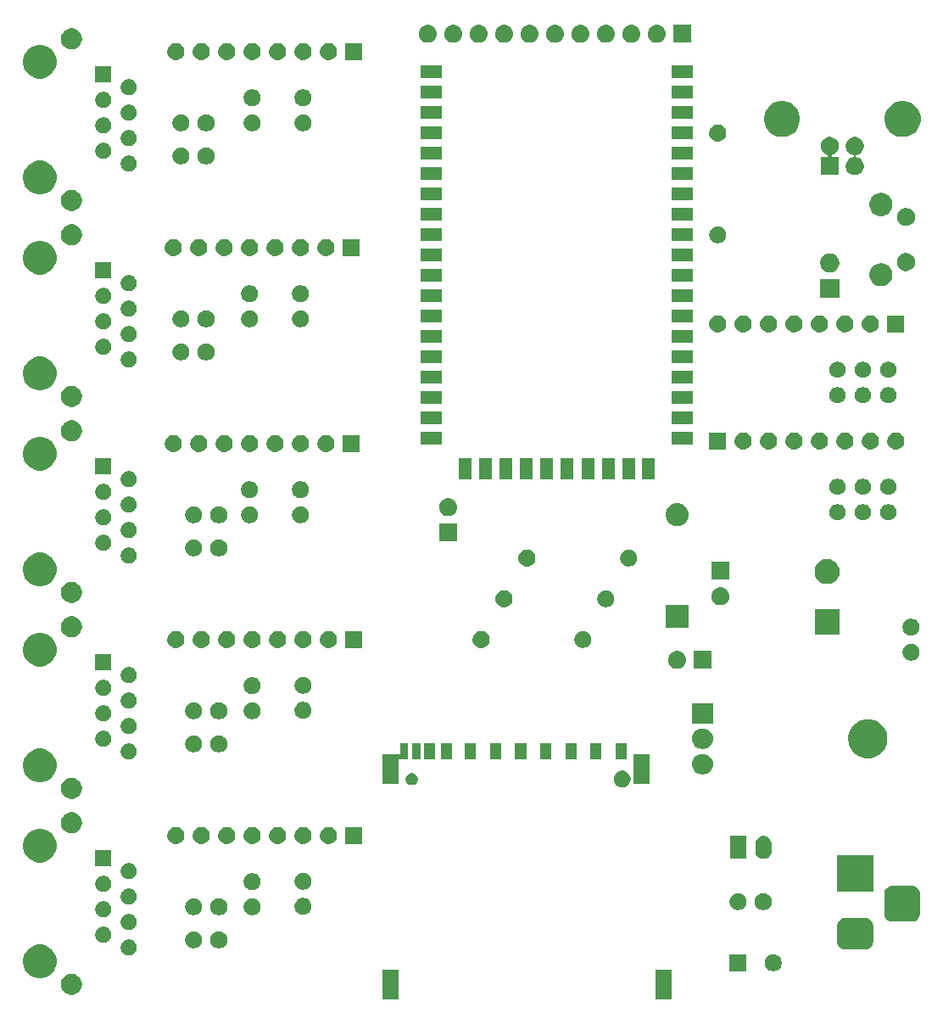
<source format=gts>
G04 #@! TF.GenerationSoftware,KiCad,Pcbnew,5.0.2-bee76a0~70~ubuntu18.04.1*
G04 #@! TF.CreationDate,2019-05-01T17:12:39+02:00*
G04 #@! TF.ProjectId,lulo,6c756c6f-2e6b-4696-9361-645f70636258,Rev V1.0*
G04 #@! TF.SameCoordinates,Original*
G04 #@! TF.FileFunction,Soldermask,Top*
G04 #@! TF.FilePolarity,Negative*
%FSLAX45Y45*%
G04 Gerber Fmt 4.5, Leading zero omitted, Abs format (unit mm)*
G04 Created by KiCad (PCBNEW 5.0.2-bee76a0~70~ubuntu18.04.1) date 2019. máj. 1., szerda, 17:12:39 CEST*
%MOMM*%
%LPD*%
G01*
G04 APERTURE LIST*
%ADD10C,0.100000*%
G04 APERTURE END LIST*
D10*
G04 #@! TO.C,SW1*
X20847050Y-5257800D02*
G75*
G03X20847050Y-5257800I-44450J0D01*
G01*
X20847050Y-5707800D02*
G75*
G03X20847050Y-5707800I-44450J0D01*
G01*
X20616100Y-5832800D02*
G75*
G03X20616100Y-5832800I-63500J0D01*
G01*
X20616100Y-5132800D02*
G75*
G03X20616100Y-5132800I-63500J0D01*
G01*
G36*
X18463100Y-13063200D02*
X18302900Y-13063200D01*
X18302900Y-12773000D01*
X18463100Y-12773000D01*
X18463100Y-13063200D01*
X18463100Y-13063200D01*
G37*
G36*
X15733100Y-13063200D02*
X15572900Y-13063200D01*
X15572900Y-12773000D01*
X15733100Y-12773000D01*
X15733100Y-13063200D01*
X15733100Y-13063200D01*
G37*
G36*
X12502056Y-12814839D02*
X12521183Y-12822761D01*
X12538398Y-12834264D01*
X12553036Y-12848902D01*
X12564538Y-12866117D01*
X12572461Y-12885243D01*
X12576500Y-12905548D01*
X12576500Y-12926252D01*
X12572461Y-12946556D01*
X12564538Y-12965683D01*
X12553036Y-12982898D01*
X12538398Y-12997536D01*
X12521183Y-13009038D01*
X12502056Y-13016961D01*
X12481752Y-13021000D01*
X12461048Y-13021000D01*
X12440743Y-13016961D01*
X12421617Y-13009038D01*
X12404402Y-12997536D01*
X12389764Y-12982898D01*
X12378261Y-12965683D01*
X12370339Y-12946556D01*
X12366300Y-12926252D01*
X12366300Y-12905548D01*
X12370339Y-12885243D01*
X12378261Y-12866117D01*
X12389764Y-12848902D01*
X12404402Y-12834264D01*
X12421617Y-12822761D01*
X12440743Y-12814839D01*
X12461048Y-12810800D01*
X12481752Y-12810800D01*
X12502056Y-12814839D01*
X12502056Y-12814839D01*
G37*
G36*
X12202787Y-12526141D02*
X12233288Y-12538775D01*
X12256125Y-12554034D01*
X12260739Y-12557117D01*
X12284083Y-12580461D01*
X12284083Y-12580461D01*
X12302425Y-12607912D01*
X12315059Y-12638413D01*
X12321500Y-12670793D01*
X12321500Y-12703807D01*
X12315059Y-12736187D01*
X12302425Y-12766688D01*
X12296594Y-12775415D01*
X12284083Y-12794139D01*
X12260739Y-12817483D01*
X12260739Y-12817483D01*
X12233288Y-12835825D01*
X12202787Y-12848459D01*
X12170407Y-12854900D01*
X12137393Y-12854900D01*
X12105013Y-12848459D01*
X12074512Y-12835825D01*
X12047061Y-12817483D01*
X12047061Y-12817483D01*
X12023717Y-12794139D01*
X12011206Y-12775415D01*
X12005375Y-12766688D01*
X11992741Y-12736187D01*
X11986300Y-12703807D01*
X11986300Y-12670793D01*
X11992741Y-12638413D01*
X12005375Y-12607912D01*
X12023717Y-12580461D01*
X12023717Y-12580461D01*
X12047061Y-12557117D01*
X12051675Y-12554034D01*
X12074512Y-12538775D01*
X12105013Y-12526141D01*
X12137393Y-12519700D01*
X12170407Y-12519700D01*
X12202787Y-12526141D01*
X12202787Y-12526141D01*
G37*
G36*
X19211300Y-12785100D02*
X19041100Y-12785100D01*
X19041100Y-12614900D01*
X19211300Y-12614900D01*
X19211300Y-12785100D01*
X19211300Y-12785100D01*
G37*
G36*
X19501023Y-12618170D02*
X19516510Y-12624585D01*
X19530448Y-12633898D01*
X19542302Y-12645752D01*
X19551615Y-12659690D01*
X19558030Y-12675177D01*
X19561300Y-12691618D01*
X19561300Y-12708382D01*
X19558030Y-12724823D01*
X19551615Y-12740310D01*
X19542302Y-12754248D01*
X19530448Y-12766101D01*
X19516510Y-12775415D01*
X19501023Y-12781830D01*
X19484582Y-12785100D01*
X19467818Y-12785100D01*
X19451377Y-12781830D01*
X19435890Y-12775415D01*
X19421952Y-12766101D01*
X19410099Y-12754248D01*
X19400785Y-12740310D01*
X19394370Y-12724823D01*
X19391100Y-12708382D01*
X19391100Y-12691618D01*
X19394370Y-12675177D01*
X19400785Y-12659690D01*
X19410099Y-12645752D01*
X19421952Y-12633898D01*
X19435890Y-12624585D01*
X19451377Y-12618170D01*
X19467818Y-12614900D01*
X19484582Y-12614900D01*
X19501023Y-12618170D01*
X19501023Y-12618170D01*
G37*
G36*
X13066264Y-12470578D02*
X13080841Y-12476616D01*
X13093961Y-12485382D01*
X13105118Y-12496539D01*
X13113884Y-12509658D01*
X13119922Y-12524236D01*
X13123000Y-12539711D01*
X13123000Y-12555489D01*
X13119922Y-12570964D01*
X13113884Y-12585541D01*
X13105118Y-12598661D01*
X13093961Y-12609818D01*
X13080841Y-12618584D01*
X13066264Y-12624622D01*
X13050789Y-12627700D01*
X13035011Y-12627700D01*
X13019536Y-12624622D01*
X13004958Y-12618584D01*
X12991839Y-12609818D01*
X12980682Y-12598661D01*
X12971916Y-12585541D01*
X12965878Y-12570964D01*
X12962800Y-12555489D01*
X12962800Y-12539711D01*
X12965878Y-12524236D01*
X12971916Y-12509658D01*
X12980682Y-12496539D01*
X12991839Y-12485382D01*
X13004958Y-12476616D01*
X13019536Y-12470578D01*
X13035011Y-12467500D01*
X13050789Y-12467500D01*
X13066264Y-12470578D01*
X13066264Y-12470578D01*
G37*
G36*
X20417298Y-12257329D02*
X20430663Y-12261383D01*
X20442978Y-12267966D01*
X20453774Y-12276826D01*
X20462634Y-12287622D01*
X20469217Y-12299937D01*
X20473271Y-12313302D01*
X20474700Y-12327814D01*
X20474700Y-12494186D01*
X20473271Y-12508698D01*
X20469217Y-12522063D01*
X20462634Y-12534378D01*
X20453774Y-12545174D01*
X20442978Y-12554034D01*
X20430663Y-12560616D01*
X20417298Y-12564671D01*
X20402786Y-12566100D01*
X20186414Y-12566100D01*
X20171902Y-12564671D01*
X20158537Y-12560616D01*
X20146222Y-12554034D01*
X20135426Y-12545174D01*
X20126566Y-12534378D01*
X20119984Y-12522063D01*
X20115929Y-12508698D01*
X20114500Y-12494186D01*
X20114500Y-12327814D01*
X20115929Y-12313302D01*
X20119984Y-12299937D01*
X20126566Y-12287622D01*
X20135426Y-12276826D01*
X20146222Y-12267966D01*
X20158537Y-12261383D01*
X20171902Y-12257329D01*
X20186414Y-12255900D01*
X20402786Y-12255900D01*
X20417298Y-12257329D01*
X20417298Y-12257329D01*
G37*
G36*
X13965423Y-12389570D02*
X13980910Y-12395985D01*
X13994848Y-12405298D01*
X14006701Y-12417152D01*
X14016015Y-12431090D01*
X14022430Y-12446577D01*
X14025700Y-12463018D01*
X14025700Y-12479782D01*
X14022430Y-12496223D01*
X14016015Y-12511710D01*
X14006701Y-12525648D01*
X13994848Y-12537501D01*
X13980910Y-12546815D01*
X13965423Y-12553230D01*
X13948982Y-12556500D01*
X13932218Y-12556500D01*
X13915777Y-12553230D01*
X13900290Y-12546815D01*
X13886352Y-12537501D01*
X13874498Y-12525648D01*
X13865185Y-12511710D01*
X13858770Y-12496223D01*
X13855500Y-12479782D01*
X13855500Y-12463018D01*
X13858770Y-12446577D01*
X13865185Y-12431090D01*
X13874498Y-12417152D01*
X13886352Y-12405298D01*
X13900290Y-12395985D01*
X13915777Y-12389570D01*
X13932218Y-12386300D01*
X13948982Y-12386300D01*
X13965423Y-12389570D01*
X13965423Y-12389570D01*
G37*
G36*
X13715423Y-12389570D02*
X13730910Y-12395985D01*
X13744848Y-12405298D01*
X13756701Y-12417152D01*
X13766015Y-12431090D01*
X13772430Y-12446577D01*
X13775700Y-12463018D01*
X13775700Y-12479782D01*
X13772430Y-12496223D01*
X13766015Y-12511710D01*
X13756701Y-12525648D01*
X13744848Y-12537501D01*
X13730910Y-12546815D01*
X13715423Y-12553230D01*
X13698982Y-12556500D01*
X13682218Y-12556500D01*
X13665777Y-12553230D01*
X13650290Y-12546815D01*
X13636352Y-12537501D01*
X13624498Y-12525648D01*
X13615185Y-12511710D01*
X13608770Y-12496223D01*
X13605500Y-12479782D01*
X13605500Y-12463018D01*
X13608770Y-12446577D01*
X13615185Y-12431090D01*
X13624498Y-12417152D01*
X13636352Y-12405298D01*
X13650290Y-12395985D01*
X13665777Y-12389570D01*
X13682218Y-12386300D01*
X13698982Y-12386300D01*
X13715423Y-12389570D01*
X13715423Y-12389570D01*
G37*
G36*
X12812264Y-12343578D02*
X12826841Y-12349616D01*
X12839961Y-12358382D01*
X12851118Y-12369539D01*
X12859884Y-12382658D01*
X12865922Y-12397236D01*
X12869000Y-12412711D01*
X12869000Y-12428489D01*
X12865922Y-12443964D01*
X12859884Y-12458541D01*
X12851118Y-12471661D01*
X12839961Y-12482818D01*
X12826841Y-12491584D01*
X12812264Y-12497622D01*
X12796789Y-12500700D01*
X12781011Y-12500700D01*
X12765536Y-12497622D01*
X12750958Y-12491584D01*
X12737839Y-12482818D01*
X12726682Y-12471661D01*
X12717916Y-12458541D01*
X12711878Y-12443964D01*
X12708800Y-12428489D01*
X12708800Y-12412711D01*
X12711878Y-12397236D01*
X12717916Y-12382658D01*
X12726682Y-12369539D01*
X12737839Y-12358382D01*
X12750958Y-12349616D01*
X12765536Y-12343578D01*
X12781011Y-12340500D01*
X12796789Y-12340500D01*
X12812264Y-12343578D01*
X12812264Y-12343578D01*
G37*
G36*
X13066264Y-12216578D02*
X13080841Y-12222616D01*
X13093961Y-12231382D01*
X13105118Y-12242539D01*
X13113884Y-12255658D01*
X13119922Y-12270236D01*
X13123000Y-12285711D01*
X13123000Y-12301489D01*
X13119922Y-12316964D01*
X13113884Y-12331541D01*
X13105118Y-12344661D01*
X13093961Y-12355818D01*
X13080841Y-12364584D01*
X13066264Y-12370622D01*
X13050789Y-12373700D01*
X13035011Y-12373700D01*
X13019536Y-12370622D01*
X13004958Y-12364584D01*
X12991839Y-12355818D01*
X12980682Y-12344661D01*
X12971916Y-12331541D01*
X12965878Y-12316964D01*
X12962800Y-12301489D01*
X12962800Y-12285711D01*
X12965878Y-12270236D01*
X12971916Y-12255658D01*
X12980682Y-12242539D01*
X12991839Y-12231382D01*
X13004958Y-12222616D01*
X13019536Y-12216578D01*
X13035011Y-12213500D01*
X13050789Y-12213500D01*
X13066264Y-12216578D01*
X13066264Y-12216578D01*
G37*
G36*
X20877237Y-11932569D02*
X20892946Y-11937335D01*
X20907423Y-11945073D01*
X20920113Y-11955487D01*
X20930527Y-11968177D01*
X20938265Y-11982654D01*
X20943031Y-11998363D01*
X20944700Y-12015314D01*
X20944700Y-12206686D01*
X20943031Y-12223637D01*
X20938265Y-12239346D01*
X20930527Y-12253823D01*
X20920113Y-12266513D01*
X20907423Y-12276927D01*
X20892946Y-12284665D01*
X20877237Y-12289430D01*
X20860286Y-12291100D01*
X20668914Y-12291100D01*
X20651963Y-12289430D01*
X20636254Y-12284665D01*
X20621777Y-12276927D01*
X20609087Y-12266513D01*
X20598673Y-12253823D01*
X20590935Y-12239346D01*
X20586170Y-12223637D01*
X20584500Y-12206686D01*
X20584500Y-12015314D01*
X20586170Y-11998363D01*
X20590935Y-11982654D01*
X20598673Y-11968177D01*
X20609087Y-11955487D01*
X20621777Y-11945073D01*
X20636254Y-11937335D01*
X20651963Y-11932569D01*
X20668914Y-11930900D01*
X20860286Y-11930900D01*
X20877237Y-11932569D01*
X20877237Y-11932569D01*
G37*
G36*
X12812264Y-12089578D02*
X12826841Y-12095616D01*
X12839961Y-12104382D01*
X12851118Y-12115539D01*
X12859884Y-12128658D01*
X12865922Y-12143236D01*
X12869000Y-12158711D01*
X12869000Y-12174489D01*
X12865922Y-12189964D01*
X12859884Y-12204541D01*
X12851118Y-12217661D01*
X12839961Y-12228818D01*
X12826841Y-12237584D01*
X12812264Y-12243622D01*
X12796789Y-12246700D01*
X12781011Y-12246700D01*
X12765536Y-12243622D01*
X12750958Y-12237584D01*
X12737839Y-12228818D01*
X12726682Y-12217661D01*
X12717916Y-12204541D01*
X12711878Y-12189964D01*
X12708800Y-12174489D01*
X12708800Y-12158711D01*
X12711878Y-12143236D01*
X12717916Y-12128658D01*
X12726682Y-12115539D01*
X12737839Y-12104382D01*
X12750958Y-12095616D01*
X12765536Y-12089578D01*
X12781011Y-12086500D01*
X12796789Y-12086500D01*
X12812264Y-12089578D01*
X12812264Y-12089578D01*
G37*
G36*
X13965423Y-12059370D02*
X13980910Y-12065785D01*
X13994848Y-12075098D01*
X14006701Y-12086952D01*
X14016015Y-12100890D01*
X14022430Y-12116377D01*
X14025700Y-12132818D01*
X14025700Y-12149582D01*
X14022430Y-12166023D01*
X14016015Y-12181510D01*
X14006701Y-12195448D01*
X13994848Y-12207301D01*
X13980910Y-12216615D01*
X13965423Y-12223030D01*
X13948982Y-12226300D01*
X13932218Y-12226300D01*
X13915777Y-12223030D01*
X13900290Y-12216615D01*
X13886352Y-12207301D01*
X13874498Y-12195448D01*
X13865185Y-12181510D01*
X13858770Y-12166023D01*
X13855500Y-12149582D01*
X13855500Y-12132818D01*
X13858770Y-12116377D01*
X13865185Y-12100890D01*
X13874498Y-12086952D01*
X13886352Y-12075098D01*
X13900290Y-12065785D01*
X13915777Y-12059370D01*
X13932218Y-12056100D01*
X13948982Y-12056100D01*
X13965423Y-12059370D01*
X13965423Y-12059370D01*
G37*
G36*
X14299623Y-12059370D02*
X14315110Y-12065785D01*
X14329048Y-12075098D01*
X14340901Y-12086952D01*
X14350215Y-12100890D01*
X14356630Y-12116377D01*
X14359900Y-12132818D01*
X14359900Y-12149582D01*
X14356630Y-12166023D01*
X14350215Y-12181510D01*
X14340901Y-12195448D01*
X14329048Y-12207301D01*
X14315110Y-12216615D01*
X14299623Y-12223030D01*
X14283182Y-12226300D01*
X14266418Y-12226300D01*
X14249977Y-12223030D01*
X14234490Y-12216615D01*
X14220552Y-12207301D01*
X14208698Y-12195448D01*
X14199385Y-12181510D01*
X14192970Y-12166023D01*
X14189700Y-12149582D01*
X14189700Y-12132818D01*
X14192970Y-12116377D01*
X14199385Y-12100890D01*
X14208698Y-12086952D01*
X14220552Y-12075098D01*
X14234490Y-12065785D01*
X14249977Y-12059370D01*
X14266418Y-12056100D01*
X14283182Y-12056100D01*
X14299623Y-12059370D01*
X14299623Y-12059370D01*
G37*
G36*
X13715423Y-12059370D02*
X13730910Y-12065785D01*
X13744848Y-12075098D01*
X13756701Y-12086952D01*
X13766015Y-12100890D01*
X13772430Y-12116377D01*
X13775700Y-12132818D01*
X13775700Y-12149582D01*
X13772430Y-12166023D01*
X13766015Y-12181510D01*
X13756701Y-12195448D01*
X13744848Y-12207301D01*
X13730910Y-12216615D01*
X13715423Y-12223030D01*
X13698982Y-12226300D01*
X13682218Y-12226300D01*
X13665777Y-12223030D01*
X13650290Y-12216615D01*
X13636352Y-12207301D01*
X13624498Y-12195448D01*
X13615185Y-12181510D01*
X13608770Y-12166023D01*
X13605500Y-12149582D01*
X13605500Y-12132818D01*
X13608770Y-12116377D01*
X13615185Y-12100890D01*
X13624498Y-12086952D01*
X13636352Y-12075098D01*
X13650290Y-12065785D01*
X13665777Y-12059370D01*
X13682218Y-12056100D01*
X13698982Y-12056100D01*
X13715423Y-12059370D01*
X13715423Y-12059370D01*
G37*
G36*
X14807623Y-12055370D02*
X14823110Y-12061785D01*
X14837048Y-12071098D01*
X14848901Y-12082952D01*
X14858215Y-12096890D01*
X14864630Y-12112377D01*
X14867900Y-12128818D01*
X14867900Y-12145582D01*
X14864630Y-12162023D01*
X14858215Y-12177510D01*
X14848901Y-12191448D01*
X14837048Y-12203301D01*
X14823110Y-12212615D01*
X14807623Y-12219030D01*
X14791182Y-12222300D01*
X14774418Y-12222300D01*
X14757977Y-12219030D01*
X14742490Y-12212615D01*
X14728552Y-12203301D01*
X14716698Y-12191448D01*
X14707385Y-12177510D01*
X14700970Y-12162023D01*
X14697700Y-12145582D01*
X14697700Y-12128818D01*
X14700970Y-12112377D01*
X14707385Y-12096890D01*
X14716698Y-12082952D01*
X14728552Y-12071098D01*
X14742490Y-12061785D01*
X14757977Y-12055370D01*
X14774418Y-12052100D01*
X14791182Y-12052100D01*
X14807623Y-12055370D01*
X14807623Y-12055370D01*
G37*
G36*
X19151023Y-12008570D02*
X19166510Y-12014985D01*
X19180448Y-12024298D01*
X19192302Y-12036152D01*
X19201615Y-12050090D01*
X19208030Y-12065577D01*
X19211300Y-12082018D01*
X19211300Y-12098782D01*
X19208030Y-12115223D01*
X19201615Y-12130710D01*
X19192302Y-12144648D01*
X19180448Y-12156501D01*
X19166510Y-12165815D01*
X19151023Y-12172230D01*
X19134582Y-12175500D01*
X19117818Y-12175500D01*
X19101377Y-12172230D01*
X19085890Y-12165815D01*
X19071952Y-12156501D01*
X19060099Y-12144648D01*
X19050785Y-12130710D01*
X19044370Y-12115223D01*
X19041100Y-12098782D01*
X19041100Y-12082018D01*
X19044370Y-12065577D01*
X19050785Y-12050090D01*
X19060099Y-12036152D01*
X19071952Y-12024298D01*
X19085890Y-12014985D01*
X19101377Y-12008570D01*
X19117818Y-12005300D01*
X19134582Y-12005300D01*
X19151023Y-12008570D01*
X19151023Y-12008570D01*
G37*
G36*
X19401023Y-12008570D02*
X19416510Y-12014985D01*
X19430448Y-12024298D01*
X19442302Y-12036152D01*
X19451615Y-12050090D01*
X19458030Y-12065577D01*
X19461300Y-12082018D01*
X19461300Y-12098782D01*
X19458030Y-12115223D01*
X19451615Y-12130710D01*
X19442302Y-12144648D01*
X19430448Y-12156501D01*
X19416510Y-12165815D01*
X19401023Y-12172230D01*
X19384582Y-12175500D01*
X19367818Y-12175500D01*
X19351377Y-12172230D01*
X19335890Y-12165815D01*
X19321952Y-12156501D01*
X19310099Y-12144648D01*
X19300785Y-12130710D01*
X19294370Y-12115223D01*
X19291100Y-12098782D01*
X19291100Y-12082018D01*
X19294370Y-12065577D01*
X19300785Y-12050090D01*
X19310099Y-12036152D01*
X19321952Y-12024298D01*
X19335890Y-12014985D01*
X19351377Y-12008570D01*
X19367818Y-12005300D01*
X19384582Y-12005300D01*
X19401023Y-12008570D01*
X19401023Y-12008570D01*
G37*
G36*
X13066264Y-11962578D02*
X13080841Y-11968616D01*
X13093961Y-11977382D01*
X13105118Y-11988539D01*
X13113884Y-12001658D01*
X13119922Y-12016236D01*
X13123000Y-12031711D01*
X13123000Y-12047489D01*
X13119922Y-12062964D01*
X13113884Y-12077541D01*
X13105118Y-12090661D01*
X13093961Y-12101818D01*
X13080841Y-12110584D01*
X13066264Y-12116622D01*
X13050789Y-12119700D01*
X13035011Y-12119700D01*
X13019536Y-12116622D01*
X13004958Y-12110584D01*
X12991839Y-12101818D01*
X12980682Y-12090661D01*
X12971916Y-12077541D01*
X12965878Y-12062964D01*
X12962800Y-12047489D01*
X12962800Y-12031711D01*
X12965878Y-12016236D01*
X12971916Y-12001658D01*
X12980682Y-11988539D01*
X12991839Y-11977382D01*
X13004958Y-11968616D01*
X13019536Y-11962578D01*
X13035011Y-11959500D01*
X13050789Y-11959500D01*
X13066264Y-11962578D01*
X13066264Y-11962578D01*
G37*
G36*
X12812264Y-11835578D02*
X12826841Y-11841616D01*
X12839961Y-11850382D01*
X12851118Y-11861539D01*
X12859884Y-11874658D01*
X12865922Y-11889236D01*
X12869000Y-11904711D01*
X12869000Y-11920489D01*
X12865922Y-11935964D01*
X12859884Y-11950541D01*
X12851118Y-11963661D01*
X12839961Y-11974818D01*
X12826841Y-11983584D01*
X12812264Y-11989622D01*
X12796789Y-11992700D01*
X12781011Y-11992700D01*
X12765536Y-11989622D01*
X12750958Y-11983584D01*
X12737839Y-11974818D01*
X12726682Y-11963661D01*
X12717916Y-11950541D01*
X12711878Y-11935964D01*
X12708800Y-11920489D01*
X12708800Y-11904711D01*
X12711878Y-11889236D01*
X12717916Y-11874658D01*
X12726682Y-11861539D01*
X12737839Y-11850382D01*
X12750958Y-11841616D01*
X12765536Y-11835578D01*
X12781011Y-11832500D01*
X12796789Y-11832500D01*
X12812264Y-11835578D01*
X12812264Y-11835578D01*
G37*
G36*
X20474700Y-11991100D02*
X20114500Y-11991100D01*
X20114500Y-11630900D01*
X20474700Y-11630900D01*
X20474700Y-11991100D01*
X20474700Y-11991100D01*
G37*
G36*
X14299623Y-11809370D02*
X14315110Y-11815785D01*
X14329048Y-11825098D01*
X14340901Y-11836952D01*
X14350215Y-11850890D01*
X14356630Y-11866377D01*
X14359900Y-11882818D01*
X14359900Y-11899582D01*
X14356630Y-11916023D01*
X14350215Y-11931510D01*
X14340901Y-11945448D01*
X14329048Y-11957301D01*
X14315110Y-11966615D01*
X14299623Y-11973030D01*
X14283182Y-11976300D01*
X14266418Y-11976300D01*
X14249977Y-11973030D01*
X14234490Y-11966615D01*
X14220552Y-11957301D01*
X14208698Y-11945448D01*
X14199385Y-11931510D01*
X14192970Y-11916023D01*
X14189700Y-11899582D01*
X14189700Y-11882818D01*
X14192970Y-11866377D01*
X14199385Y-11850890D01*
X14208698Y-11836952D01*
X14220552Y-11825098D01*
X14234490Y-11815785D01*
X14249977Y-11809370D01*
X14266418Y-11806100D01*
X14283182Y-11806100D01*
X14299623Y-11809370D01*
X14299623Y-11809370D01*
G37*
G36*
X14807623Y-11805370D02*
X14823110Y-11811785D01*
X14837048Y-11821098D01*
X14848901Y-11832952D01*
X14858215Y-11846890D01*
X14864630Y-11862377D01*
X14867900Y-11878818D01*
X14867900Y-11895582D01*
X14864630Y-11912023D01*
X14858215Y-11927510D01*
X14848901Y-11941448D01*
X14837048Y-11953301D01*
X14823110Y-11962615D01*
X14807623Y-11969030D01*
X14791182Y-11972300D01*
X14774418Y-11972300D01*
X14757977Y-11969030D01*
X14742490Y-11962615D01*
X14728552Y-11953301D01*
X14716698Y-11941448D01*
X14707385Y-11927510D01*
X14700970Y-11912023D01*
X14697700Y-11895582D01*
X14697700Y-11878818D01*
X14700970Y-11862377D01*
X14707385Y-11846890D01*
X14716698Y-11832952D01*
X14728552Y-11821098D01*
X14742490Y-11811785D01*
X14757977Y-11805370D01*
X14774418Y-11802100D01*
X14791182Y-11802100D01*
X14807623Y-11805370D01*
X14807623Y-11805370D01*
G37*
G36*
X13066264Y-11708578D02*
X13080841Y-11714616D01*
X13093961Y-11723382D01*
X13105118Y-11734539D01*
X13113884Y-11747658D01*
X13119922Y-11762236D01*
X13123000Y-11777711D01*
X13123000Y-11793489D01*
X13119922Y-11808964D01*
X13113884Y-11823541D01*
X13105118Y-11836661D01*
X13093961Y-11847818D01*
X13080841Y-11856584D01*
X13066264Y-11862622D01*
X13050789Y-11865700D01*
X13035011Y-11865700D01*
X13019536Y-11862622D01*
X13004958Y-11856584D01*
X12991839Y-11847818D01*
X12980682Y-11836661D01*
X12971916Y-11823541D01*
X12965878Y-11808964D01*
X12962800Y-11793489D01*
X12962800Y-11777711D01*
X12965878Y-11762236D01*
X12971916Y-11747658D01*
X12980682Y-11734539D01*
X12991839Y-11723382D01*
X13004958Y-11714616D01*
X13019536Y-11708578D01*
X13035011Y-11705500D01*
X13050789Y-11705500D01*
X13066264Y-11708578D01*
X13066264Y-11708578D01*
G37*
G36*
X12869000Y-11738700D02*
X12708800Y-11738700D01*
X12708800Y-11578500D01*
X12869000Y-11578500D01*
X12869000Y-11738700D01*
X12869000Y-11738700D01*
G37*
G36*
X12202787Y-11370441D02*
X12233288Y-11383075D01*
X12254542Y-11397276D01*
X12260739Y-11401417D01*
X12284083Y-11424761D01*
X12284083Y-11424761D01*
X12302425Y-11452212D01*
X12315059Y-11482713D01*
X12321500Y-11515093D01*
X12321500Y-11548107D01*
X12315059Y-11580487D01*
X12302425Y-11610988D01*
X12290777Y-11628421D01*
X12284083Y-11638439D01*
X12260739Y-11661783D01*
X12260739Y-11661783D01*
X12233288Y-11680125D01*
X12202787Y-11692759D01*
X12170407Y-11699200D01*
X12137393Y-11699200D01*
X12105013Y-11692759D01*
X12074512Y-11680125D01*
X12047061Y-11661783D01*
X12047061Y-11661783D01*
X12023717Y-11638439D01*
X12017023Y-11628421D01*
X12005375Y-11610988D01*
X11992741Y-11580487D01*
X11986300Y-11548107D01*
X11986300Y-11515093D01*
X11992741Y-11482713D01*
X12005375Y-11452212D01*
X12023717Y-11424761D01*
X12023717Y-11424761D01*
X12047061Y-11401417D01*
X12053258Y-11397276D01*
X12074512Y-11383075D01*
X12105013Y-11370441D01*
X12137393Y-11364000D01*
X12170407Y-11364000D01*
X12202787Y-11370441D01*
X12202787Y-11370441D01*
G37*
G36*
X19396138Y-11435601D02*
X19406354Y-11438701D01*
X19411463Y-11440250D01*
X19419012Y-11444285D01*
X19425586Y-11447799D01*
X19425587Y-11447800D01*
X19425586Y-11447800D01*
X19437966Y-11457959D01*
X19448126Y-11470338D01*
X19455675Y-11484462D01*
X19457224Y-11489571D01*
X19460324Y-11499787D01*
X19461500Y-11511732D01*
X19461500Y-11587028D01*
X19460324Y-11598973D01*
X19457224Y-11609189D01*
X19455675Y-11614298D01*
X19448126Y-11628421D01*
X19437966Y-11640801D01*
X19425587Y-11650960D01*
X19411463Y-11658510D01*
X19406354Y-11660059D01*
X19396138Y-11663159D01*
X19380200Y-11664728D01*
X19364263Y-11663159D01*
X19354046Y-11660059D01*
X19348937Y-11658510D01*
X19334814Y-11650960D01*
X19322434Y-11640801D01*
X19312275Y-11628421D01*
X19304725Y-11614298D01*
X19303721Y-11610988D01*
X19300076Y-11598973D01*
X19298900Y-11587028D01*
X19298900Y-11511732D01*
X19300076Y-11499787D01*
X19304725Y-11484462D01*
X19304725Y-11484462D01*
X19312275Y-11470339D01*
X19318523Y-11462724D01*
X19322434Y-11457959D01*
X19334814Y-11447799D01*
X19348937Y-11440250D01*
X19354046Y-11438701D01*
X19364262Y-11435601D01*
X19380200Y-11434032D01*
X19396138Y-11435601D01*
X19396138Y-11435601D01*
G37*
G36*
X19207500Y-11664335D02*
X19044900Y-11664335D01*
X19044900Y-11434425D01*
X19207500Y-11434425D01*
X19207500Y-11664335D01*
X19207500Y-11664335D01*
G37*
G36*
X15375900Y-11515100D02*
X15205700Y-11515100D01*
X15205700Y-11344900D01*
X15375900Y-11344900D01*
X15375900Y-11515100D01*
X15375900Y-11515100D01*
G37*
G36*
X13783482Y-11346131D02*
X13783482Y-11346131D01*
X13783482Y-11346131D01*
X13799524Y-11350997D01*
X13799524Y-11350998D01*
X13799524Y-11350998D01*
X13814308Y-11358899D01*
X13827266Y-11369534D01*
X13837900Y-11382492D01*
X13845802Y-11397276D01*
X13845802Y-11397276D01*
X13845802Y-11397276D01*
X13847861Y-11404061D01*
X13850669Y-11413318D01*
X13852312Y-11430000D01*
X13850669Y-11446682D01*
X13850669Y-11446682D01*
X13850669Y-11446682D01*
X13847248Y-11457959D01*
X13845802Y-11462724D01*
X13837900Y-11477508D01*
X13827266Y-11490466D01*
X13814308Y-11501100D01*
X13799524Y-11509002D01*
X13799524Y-11509002D01*
X13799524Y-11509002D01*
X13783482Y-11513869D01*
X13783482Y-11513869D01*
X13783482Y-11513869D01*
X13770980Y-11515100D01*
X13762620Y-11515100D01*
X13750118Y-11513869D01*
X13750118Y-11513869D01*
X13750117Y-11513869D01*
X13734076Y-11509002D01*
X13734076Y-11509002D01*
X13734076Y-11509002D01*
X13719292Y-11501100D01*
X13706334Y-11490466D01*
X13695699Y-11477508D01*
X13687798Y-11462724D01*
X13686352Y-11457959D01*
X13682931Y-11446682D01*
X13682931Y-11446682D01*
X13682931Y-11446682D01*
X13681288Y-11430000D01*
X13682931Y-11413318D01*
X13685739Y-11404061D01*
X13687797Y-11397276D01*
X13687798Y-11397276D01*
X13687798Y-11397276D01*
X13695699Y-11382492D01*
X13706334Y-11369534D01*
X13719292Y-11358899D01*
X13734076Y-11350998D01*
X13734076Y-11350998D01*
X13734076Y-11350997D01*
X13750117Y-11346131D01*
X13750118Y-11346131D01*
X13750118Y-11346131D01*
X13762620Y-11344900D01*
X13770980Y-11344900D01*
X13783482Y-11346131D01*
X13783482Y-11346131D01*
G37*
G36*
X14037482Y-11346131D02*
X14037482Y-11346131D01*
X14037482Y-11346131D01*
X14053524Y-11350997D01*
X14053524Y-11350998D01*
X14053524Y-11350998D01*
X14068308Y-11358899D01*
X14081266Y-11369534D01*
X14091900Y-11382492D01*
X14099802Y-11397276D01*
X14099802Y-11397276D01*
X14099802Y-11397276D01*
X14101861Y-11404061D01*
X14104669Y-11413318D01*
X14106312Y-11430000D01*
X14104669Y-11446682D01*
X14104669Y-11446682D01*
X14104669Y-11446682D01*
X14101248Y-11457959D01*
X14099802Y-11462724D01*
X14091900Y-11477508D01*
X14081266Y-11490466D01*
X14068308Y-11501100D01*
X14053524Y-11509002D01*
X14053524Y-11509002D01*
X14053524Y-11509002D01*
X14037482Y-11513869D01*
X14037482Y-11513869D01*
X14037482Y-11513869D01*
X14024980Y-11515100D01*
X14016620Y-11515100D01*
X14004118Y-11513869D01*
X14004118Y-11513869D01*
X14004117Y-11513869D01*
X13988076Y-11509002D01*
X13988076Y-11509002D01*
X13988076Y-11509002D01*
X13973292Y-11501100D01*
X13960334Y-11490466D01*
X13949699Y-11477508D01*
X13941798Y-11462724D01*
X13940352Y-11457959D01*
X13936931Y-11446682D01*
X13936931Y-11446682D01*
X13936931Y-11446682D01*
X13935288Y-11430000D01*
X13936931Y-11413318D01*
X13939739Y-11404061D01*
X13941797Y-11397276D01*
X13941798Y-11397276D01*
X13941798Y-11397276D01*
X13949699Y-11382492D01*
X13960334Y-11369534D01*
X13973292Y-11358899D01*
X13988076Y-11350998D01*
X13988076Y-11350998D01*
X13988076Y-11350997D01*
X14004117Y-11346131D01*
X14004118Y-11346131D01*
X14004118Y-11346131D01*
X14016620Y-11344900D01*
X14024980Y-11344900D01*
X14037482Y-11346131D01*
X14037482Y-11346131D01*
G37*
G36*
X14291482Y-11346131D02*
X14291482Y-11346131D01*
X14291482Y-11346131D01*
X14307524Y-11350997D01*
X14307524Y-11350998D01*
X14307524Y-11350998D01*
X14322308Y-11358899D01*
X14335266Y-11369534D01*
X14345900Y-11382492D01*
X14353802Y-11397276D01*
X14353802Y-11397276D01*
X14353802Y-11397276D01*
X14355861Y-11404061D01*
X14358669Y-11413318D01*
X14360312Y-11430000D01*
X14358669Y-11446682D01*
X14358669Y-11446682D01*
X14358669Y-11446682D01*
X14355248Y-11457959D01*
X14353802Y-11462724D01*
X14345900Y-11477508D01*
X14335266Y-11490466D01*
X14322308Y-11501100D01*
X14307524Y-11509002D01*
X14307524Y-11509002D01*
X14307524Y-11509002D01*
X14291482Y-11513869D01*
X14291482Y-11513869D01*
X14291482Y-11513869D01*
X14278980Y-11515100D01*
X14270620Y-11515100D01*
X14258118Y-11513869D01*
X14258118Y-11513869D01*
X14258117Y-11513869D01*
X14242076Y-11509002D01*
X14242076Y-11509002D01*
X14242076Y-11509002D01*
X14227292Y-11501100D01*
X14214334Y-11490466D01*
X14203699Y-11477508D01*
X14195798Y-11462724D01*
X14194352Y-11457959D01*
X14190931Y-11446682D01*
X14190931Y-11446682D01*
X14190931Y-11446682D01*
X14189288Y-11430000D01*
X14190931Y-11413318D01*
X14193739Y-11404061D01*
X14195797Y-11397276D01*
X14195798Y-11397276D01*
X14195798Y-11397276D01*
X14203699Y-11382492D01*
X14214334Y-11369534D01*
X14227292Y-11358899D01*
X14242076Y-11350998D01*
X14242076Y-11350998D01*
X14242076Y-11350997D01*
X14258117Y-11346131D01*
X14258118Y-11346131D01*
X14258118Y-11346131D01*
X14270620Y-11344900D01*
X14278980Y-11344900D01*
X14291482Y-11346131D01*
X14291482Y-11346131D01*
G37*
G36*
X14799482Y-11346131D02*
X14799482Y-11346131D01*
X14799482Y-11346131D01*
X14815524Y-11350997D01*
X14815524Y-11350998D01*
X14815524Y-11350998D01*
X14830308Y-11358899D01*
X14843266Y-11369534D01*
X14853900Y-11382492D01*
X14861802Y-11397276D01*
X14861802Y-11397276D01*
X14861802Y-11397276D01*
X14863861Y-11404061D01*
X14866669Y-11413318D01*
X14868312Y-11430000D01*
X14866669Y-11446682D01*
X14866669Y-11446682D01*
X14866669Y-11446682D01*
X14863248Y-11457959D01*
X14861802Y-11462724D01*
X14853900Y-11477508D01*
X14843266Y-11490466D01*
X14830308Y-11501100D01*
X14815524Y-11509002D01*
X14815524Y-11509002D01*
X14815524Y-11509002D01*
X14799482Y-11513869D01*
X14799482Y-11513869D01*
X14799482Y-11513869D01*
X14786980Y-11515100D01*
X14778620Y-11515100D01*
X14766118Y-11513869D01*
X14766118Y-11513869D01*
X14766117Y-11513869D01*
X14750076Y-11509002D01*
X14750076Y-11509002D01*
X14750076Y-11509002D01*
X14735292Y-11501100D01*
X14722334Y-11490466D01*
X14711699Y-11477508D01*
X14703798Y-11462724D01*
X14702352Y-11457959D01*
X14698931Y-11446682D01*
X14698931Y-11446682D01*
X14698931Y-11446682D01*
X14697288Y-11430000D01*
X14698931Y-11413318D01*
X14701739Y-11404061D01*
X14703797Y-11397276D01*
X14703798Y-11397276D01*
X14703798Y-11397276D01*
X14711699Y-11382492D01*
X14722334Y-11369534D01*
X14735292Y-11358899D01*
X14750076Y-11350998D01*
X14750076Y-11350998D01*
X14750076Y-11350997D01*
X14766117Y-11346131D01*
X14766118Y-11346131D01*
X14766118Y-11346131D01*
X14778620Y-11344900D01*
X14786980Y-11344900D01*
X14799482Y-11346131D01*
X14799482Y-11346131D01*
G37*
G36*
X13529482Y-11346131D02*
X13529482Y-11346131D01*
X13529482Y-11346131D01*
X13545524Y-11350997D01*
X13545524Y-11350998D01*
X13545524Y-11350998D01*
X13560308Y-11358899D01*
X13573266Y-11369534D01*
X13583900Y-11382492D01*
X13591802Y-11397276D01*
X13591802Y-11397276D01*
X13591802Y-11397276D01*
X13593861Y-11404061D01*
X13596669Y-11413318D01*
X13598312Y-11430000D01*
X13596669Y-11446682D01*
X13596669Y-11446682D01*
X13596669Y-11446682D01*
X13593248Y-11457959D01*
X13591802Y-11462724D01*
X13583900Y-11477508D01*
X13573266Y-11490466D01*
X13560308Y-11501100D01*
X13545524Y-11509002D01*
X13545524Y-11509002D01*
X13545524Y-11509002D01*
X13529482Y-11513869D01*
X13529482Y-11513869D01*
X13529482Y-11513869D01*
X13516980Y-11515100D01*
X13508620Y-11515100D01*
X13496118Y-11513869D01*
X13496118Y-11513869D01*
X13496117Y-11513869D01*
X13480076Y-11509002D01*
X13480076Y-11509002D01*
X13480076Y-11509002D01*
X13465292Y-11501100D01*
X13452334Y-11490466D01*
X13441699Y-11477508D01*
X13433798Y-11462724D01*
X13432352Y-11457959D01*
X13428931Y-11446682D01*
X13428931Y-11446682D01*
X13428931Y-11446682D01*
X13427288Y-11430000D01*
X13428931Y-11413318D01*
X13431739Y-11404061D01*
X13433797Y-11397276D01*
X13433798Y-11397276D01*
X13433798Y-11397276D01*
X13441699Y-11382492D01*
X13452334Y-11369534D01*
X13465292Y-11358899D01*
X13480076Y-11350998D01*
X13480076Y-11350998D01*
X13480076Y-11350997D01*
X13496117Y-11346131D01*
X13496118Y-11346131D01*
X13496118Y-11346131D01*
X13508620Y-11344900D01*
X13516980Y-11344900D01*
X13529482Y-11346131D01*
X13529482Y-11346131D01*
G37*
G36*
X15053482Y-11346131D02*
X15053482Y-11346131D01*
X15053482Y-11346131D01*
X15069524Y-11350997D01*
X15069524Y-11350998D01*
X15069524Y-11350998D01*
X15084308Y-11358899D01*
X15097266Y-11369534D01*
X15107900Y-11382492D01*
X15115802Y-11397276D01*
X15115802Y-11397276D01*
X15115802Y-11397276D01*
X15117861Y-11404061D01*
X15120669Y-11413318D01*
X15122312Y-11430000D01*
X15120669Y-11446682D01*
X15120669Y-11446682D01*
X15120669Y-11446682D01*
X15117248Y-11457959D01*
X15115802Y-11462724D01*
X15107900Y-11477508D01*
X15097266Y-11490466D01*
X15084308Y-11501100D01*
X15069524Y-11509002D01*
X15069524Y-11509002D01*
X15069524Y-11509002D01*
X15053482Y-11513869D01*
X15053482Y-11513869D01*
X15053482Y-11513869D01*
X15040980Y-11515100D01*
X15032620Y-11515100D01*
X15020118Y-11513869D01*
X15020118Y-11513869D01*
X15020117Y-11513869D01*
X15004076Y-11509002D01*
X15004076Y-11509002D01*
X15004076Y-11509002D01*
X14989292Y-11501100D01*
X14976334Y-11490466D01*
X14965699Y-11477508D01*
X14957798Y-11462724D01*
X14956352Y-11457959D01*
X14952931Y-11446682D01*
X14952931Y-11446682D01*
X14952931Y-11446682D01*
X14951288Y-11430000D01*
X14952931Y-11413318D01*
X14955739Y-11404061D01*
X14957797Y-11397276D01*
X14957798Y-11397276D01*
X14957798Y-11397276D01*
X14965699Y-11382492D01*
X14976334Y-11369534D01*
X14989292Y-11358899D01*
X15004076Y-11350998D01*
X15004076Y-11350998D01*
X15004076Y-11350997D01*
X15020117Y-11346131D01*
X15020118Y-11346131D01*
X15020118Y-11346131D01*
X15032620Y-11344900D01*
X15040980Y-11344900D01*
X15053482Y-11346131D01*
X15053482Y-11346131D01*
G37*
G36*
X14545482Y-11346131D02*
X14545482Y-11346131D01*
X14545482Y-11346131D01*
X14561524Y-11350997D01*
X14561524Y-11350998D01*
X14561524Y-11350998D01*
X14576308Y-11358899D01*
X14589266Y-11369534D01*
X14599900Y-11382492D01*
X14607802Y-11397276D01*
X14607802Y-11397276D01*
X14607802Y-11397276D01*
X14609861Y-11404061D01*
X14612669Y-11413318D01*
X14614312Y-11430000D01*
X14612669Y-11446682D01*
X14612669Y-11446682D01*
X14612669Y-11446682D01*
X14609248Y-11457959D01*
X14607802Y-11462724D01*
X14599900Y-11477508D01*
X14589266Y-11490466D01*
X14576308Y-11501100D01*
X14561524Y-11509002D01*
X14561524Y-11509002D01*
X14561524Y-11509002D01*
X14545482Y-11513869D01*
X14545482Y-11513869D01*
X14545482Y-11513869D01*
X14532980Y-11515100D01*
X14524620Y-11515100D01*
X14512118Y-11513869D01*
X14512118Y-11513869D01*
X14512117Y-11513869D01*
X14496076Y-11509002D01*
X14496076Y-11509002D01*
X14496076Y-11509002D01*
X14481292Y-11501100D01*
X14468334Y-11490466D01*
X14457699Y-11477508D01*
X14449798Y-11462724D01*
X14448352Y-11457959D01*
X14444931Y-11446682D01*
X14444931Y-11446682D01*
X14444931Y-11446682D01*
X14443288Y-11430000D01*
X14444931Y-11413318D01*
X14447739Y-11404061D01*
X14449797Y-11397276D01*
X14449798Y-11397276D01*
X14449798Y-11397276D01*
X14457699Y-11382492D01*
X14468334Y-11369534D01*
X14481292Y-11358899D01*
X14496076Y-11350998D01*
X14496076Y-11350998D01*
X14496076Y-11350997D01*
X14512117Y-11346131D01*
X14512118Y-11346131D01*
X14512118Y-11346131D01*
X14524620Y-11344900D01*
X14532980Y-11344900D01*
X14545482Y-11346131D01*
X14545482Y-11346131D01*
G37*
G36*
X12502056Y-11201939D02*
X12521183Y-11209861D01*
X12538398Y-11221364D01*
X12553036Y-11236002D01*
X12564538Y-11253217D01*
X12572461Y-11272343D01*
X12576500Y-11292648D01*
X12576500Y-11313352D01*
X12572461Y-11333656D01*
X12564538Y-11352783D01*
X12553036Y-11369998D01*
X12538398Y-11384636D01*
X12521183Y-11396138D01*
X12502056Y-11404061D01*
X12481752Y-11408100D01*
X12461048Y-11408100D01*
X12440743Y-11404061D01*
X12421617Y-11396138D01*
X12404402Y-11384636D01*
X12389764Y-11369998D01*
X12378261Y-11352783D01*
X12370339Y-11333656D01*
X12366300Y-11313352D01*
X12366300Y-11292648D01*
X12370339Y-11272343D01*
X12378261Y-11253217D01*
X12389764Y-11236002D01*
X12404402Y-11221364D01*
X12421617Y-11209861D01*
X12440743Y-11201939D01*
X12461048Y-11197900D01*
X12481752Y-11197900D01*
X12502056Y-11201939D01*
X12502056Y-11201939D01*
G37*
G36*
X12502056Y-10859039D02*
X12521183Y-10866962D01*
X12538398Y-10878464D01*
X12553036Y-10893102D01*
X12564538Y-10910317D01*
X12572461Y-10929444D01*
X12576500Y-10949748D01*
X12576500Y-10970452D01*
X12572461Y-10990757D01*
X12564538Y-11009883D01*
X12553036Y-11027098D01*
X12538398Y-11041736D01*
X12521183Y-11053239D01*
X12502056Y-11061161D01*
X12481752Y-11065200D01*
X12461048Y-11065200D01*
X12440743Y-11061161D01*
X12421617Y-11053239D01*
X12404402Y-11041736D01*
X12389764Y-11027098D01*
X12378261Y-11009883D01*
X12370339Y-10990757D01*
X12366300Y-10970452D01*
X12366300Y-10949748D01*
X12370339Y-10929444D01*
X12378261Y-10910317D01*
X12389764Y-10893102D01*
X12404402Y-10878464D01*
X12421617Y-10866962D01*
X12440743Y-10859039D01*
X12461048Y-10855000D01*
X12481752Y-10855000D01*
X12502056Y-10859039D01*
X12502056Y-10859039D01*
G37*
G36*
X17992823Y-10786270D02*
X18008310Y-10792685D01*
X18022248Y-10801999D01*
X18034102Y-10813852D01*
X18043415Y-10827790D01*
X18049830Y-10843277D01*
X18053100Y-10859718D01*
X18053100Y-10876482D01*
X18049830Y-10892923D01*
X18043415Y-10908410D01*
X18034102Y-10922348D01*
X18022248Y-10934202D01*
X18008310Y-10943515D01*
X17992823Y-10949930D01*
X17976382Y-10953200D01*
X17959618Y-10953200D01*
X17943177Y-10949930D01*
X17927690Y-10943515D01*
X17913752Y-10934202D01*
X17901899Y-10922348D01*
X17892585Y-10908410D01*
X17886170Y-10892923D01*
X17882900Y-10876482D01*
X17882900Y-10859718D01*
X17886170Y-10843277D01*
X17892585Y-10827790D01*
X17901899Y-10813852D01*
X17913752Y-10801999D01*
X17927690Y-10792685D01*
X17943177Y-10786270D01*
X17959618Y-10783000D01*
X17976382Y-10783000D01*
X17992823Y-10786270D01*
X17992823Y-10786270D01*
G37*
G36*
X15885530Y-10810310D02*
X15896468Y-10814840D01*
X15906312Y-10821418D01*
X15914682Y-10829788D01*
X15921260Y-10839632D01*
X15925790Y-10850570D01*
X15928100Y-10862181D01*
X15928100Y-10874019D01*
X15925790Y-10885631D01*
X15921260Y-10896568D01*
X15914682Y-10906412D01*
X15906312Y-10914783D01*
X15896468Y-10921360D01*
X15885530Y-10925890D01*
X15873919Y-10928200D01*
X15862081Y-10928200D01*
X15850469Y-10925890D01*
X15839532Y-10921360D01*
X15829688Y-10914783D01*
X15821317Y-10906412D01*
X15814740Y-10896568D01*
X15810210Y-10885631D01*
X15807900Y-10874019D01*
X15807900Y-10862181D01*
X15810210Y-10850570D01*
X15814740Y-10839632D01*
X15821317Y-10829788D01*
X15829688Y-10821418D01*
X15839532Y-10814840D01*
X15850469Y-10810310D01*
X15862081Y-10808000D01*
X15873919Y-10808000D01*
X15885530Y-10810310D01*
X15885530Y-10810310D01*
G37*
G36*
X15832600Y-10668200D02*
X15745600Y-10668200D01*
X15743161Y-10668440D01*
X15740816Y-10669152D01*
X15738655Y-10670307D01*
X15736761Y-10671861D01*
X15735207Y-10673755D01*
X15734051Y-10675917D01*
X15733340Y-10678261D01*
X15733100Y-10680700D01*
X15733100Y-10913200D01*
X15572900Y-10913200D01*
X15572900Y-10623000D01*
X15739900Y-10623000D01*
X15742339Y-10622760D01*
X15744683Y-10622049D01*
X15746845Y-10620893D01*
X15748739Y-10619339D01*
X15750293Y-10617445D01*
X15751448Y-10615284D01*
X15752160Y-10612939D01*
X15752400Y-10610500D01*
X15752400Y-10508000D01*
X15832600Y-10508000D01*
X15832600Y-10668200D01*
X15832600Y-10668200D01*
G37*
G36*
X18243100Y-10913200D02*
X18082900Y-10913200D01*
X18082900Y-10623000D01*
X18243100Y-10623000D01*
X18243100Y-10913200D01*
X18243100Y-10913200D01*
G37*
G36*
X12202787Y-10570341D02*
X12233288Y-10582975D01*
X12258303Y-10599689D01*
X12260739Y-10601317D01*
X12284083Y-10624661D01*
X12284083Y-10624661D01*
X12302425Y-10652112D01*
X12315059Y-10682613D01*
X12321500Y-10714993D01*
X12321500Y-10748007D01*
X12315059Y-10780387D01*
X12302425Y-10810888D01*
X12284207Y-10838154D01*
X12284083Y-10838339D01*
X12260739Y-10861683D01*
X12260739Y-10861683D01*
X12233288Y-10880025D01*
X12202787Y-10892659D01*
X12170407Y-10899100D01*
X12137393Y-10899100D01*
X12105013Y-10892659D01*
X12074512Y-10880025D01*
X12047061Y-10861683D01*
X12047061Y-10861683D01*
X12023717Y-10838339D01*
X12023593Y-10838154D01*
X12005375Y-10810888D01*
X11992741Y-10780387D01*
X11986300Y-10748007D01*
X11986300Y-10714993D01*
X11992741Y-10682613D01*
X12005375Y-10652112D01*
X12023717Y-10624661D01*
X12023717Y-10624661D01*
X12047061Y-10601317D01*
X12049497Y-10599689D01*
X12074512Y-10582975D01*
X12105013Y-10570341D01*
X12137393Y-10563900D01*
X12170407Y-10563900D01*
X12202787Y-10570341D01*
X12202787Y-10570341D01*
G37*
G36*
X18786176Y-10619031D02*
X18795022Y-10619902D01*
X18813938Y-10625640D01*
X18831371Y-10634958D01*
X18846652Y-10647499D01*
X18859192Y-10662779D01*
X18868510Y-10680212D01*
X18874248Y-10699128D01*
X18876186Y-10718800D01*
X18874248Y-10738472D01*
X18868510Y-10757388D01*
X18859192Y-10774821D01*
X18846652Y-10790102D01*
X18831371Y-10802642D01*
X18813938Y-10811960D01*
X18795022Y-10817698D01*
X18786176Y-10818569D01*
X18780280Y-10819150D01*
X18760920Y-10819150D01*
X18755024Y-10818569D01*
X18746178Y-10817698D01*
X18727262Y-10811960D01*
X18709829Y-10802642D01*
X18694549Y-10790102D01*
X18682008Y-10774821D01*
X18672690Y-10757388D01*
X18666952Y-10738472D01*
X18665015Y-10718800D01*
X18666952Y-10699128D01*
X18672690Y-10680212D01*
X18682008Y-10662779D01*
X18694549Y-10647499D01*
X18709829Y-10634958D01*
X18727262Y-10625640D01*
X18746178Y-10619902D01*
X18755024Y-10619031D01*
X18760920Y-10618450D01*
X18780280Y-10618450D01*
X18786176Y-10619031D01*
X18786176Y-10619031D01*
G37*
G36*
X13066264Y-10514778D02*
X13080841Y-10520816D01*
X13093961Y-10529582D01*
X13105118Y-10540739D01*
X13113884Y-10553859D01*
X13119922Y-10568436D01*
X13123000Y-10583911D01*
X13123000Y-10599689D01*
X13119922Y-10615164D01*
X13113884Y-10629742D01*
X13105118Y-10642861D01*
X13093961Y-10654018D01*
X13080841Y-10662784D01*
X13066264Y-10668822D01*
X13050789Y-10671900D01*
X13035011Y-10671900D01*
X13019536Y-10668822D01*
X13004958Y-10662784D01*
X12991839Y-10654018D01*
X12980682Y-10642861D01*
X12971916Y-10629742D01*
X12965878Y-10615164D01*
X12962800Y-10599689D01*
X12962800Y-10583911D01*
X12965878Y-10568436D01*
X12971916Y-10553859D01*
X12980682Y-10540739D01*
X12991839Y-10529582D01*
X13004958Y-10520816D01*
X13019536Y-10514778D01*
X13035011Y-10511700D01*
X13050789Y-10511700D01*
X13066264Y-10514778D01*
X13066264Y-10514778D01*
G37*
G36*
X16510600Y-10668200D02*
X16400400Y-10668200D01*
X16400400Y-10508000D01*
X16510600Y-10508000D01*
X16510600Y-10668200D01*
X16510600Y-10668200D01*
G37*
G36*
X15952600Y-10668200D02*
X15872400Y-10668200D01*
X15872400Y-10508000D01*
X15952600Y-10508000D01*
X15952600Y-10668200D01*
X15952600Y-10668200D01*
G37*
G36*
X16097600Y-10668200D02*
X15987400Y-10668200D01*
X15987400Y-10508000D01*
X16097600Y-10508000D01*
X16097600Y-10668200D01*
X16097600Y-10668200D01*
G37*
G36*
X16267600Y-10668200D02*
X16157400Y-10668200D01*
X16157400Y-10508000D01*
X16267600Y-10508000D01*
X16267600Y-10668200D01*
X16267600Y-10668200D01*
G37*
G36*
X18010600Y-10668200D02*
X17900400Y-10668200D01*
X17900400Y-10508000D01*
X18010600Y-10508000D01*
X18010600Y-10668200D01*
X18010600Y-10668200D01*
G37*
G36*
X16760600Y-10668200D02*
X16650400Y-10668200D01*
X16650400Y-10508000D01*
X16760600Y-10508000D01*
X16760600Y-10668200D01*
X16760600Y-10668200D01*
G37*
G36*
X17510600Y-10668200D02*
X17400400Y-10668200D01*
X17400400Y-10508000D01*
X17510600Y-10508000D01*
X17510600Y-10668200D01*
X17510600Y-10668200D01*
G37*
G36*
X17010600Y-10668200D02*
X16900400Y-10668200D01*
X16900400Y-10508000D01*
X17010600Y-10508000D01*
X17010600Y-10668200D01*
X17010600Y-10668200D01*
G37*
G36*
X17260600Y-10668200D02*
X17150400Y-10668200D01*
X17150400Y-10508000D01*
X17260600Y-10508000D01*
X17260600Y-10668200D01*
X17260600Y-10668200D01*
G37*
G36*
X17760600Y-10668200D02*
X17650400Y-10668200D01*
X17650400Y-10508000D01*
X17760600Y-10508000D01*
X17760600Y-10668200D01*
X17760600Y-10668200D01*
G37*
G36*
X20460057Y-10273018D02*
X20478654Y-10276717D01*
X20493399Y-10282824D01*
X20514251Y-10291462D01*
X20546288Y-10312868D01*
X20573532Y-10340112D01*
X20594939Y-10372149D01*
X20603576Y-10393001D01*
X20609683Y-10407746D01*
X20613485Y-10426859D01*
X20613728Y-10428080D01*
X20614026Y-10429269D01*
X20614094Y-10429494D01*
X20614094Y-10429494D01*
X20614117Y-10429728D01*
X20614297Y-10430941D01*
X20617200Y-10445535D01*
X20617200Y-10460415D01*
X20617260Y-10461640D01*
X20617571Y-10464800D01*
X20617260Y-10467960D01*
X20617200Y-10469185D01*
X20617200Y-10484065D01*
X20614297Y-10498659D01*
X20614117Y-10499872D01*
X20614094Y-10500106D01*
X20614026Y-10500331D01*
X20613728Y-10501519D01*
X20609683Y-10521854D01*
X20607545Y-10527018D01*
X20594939Y-10557451D01*
X20573532Y-10589488D01*
X20546288Y-10616732D01*
X20514251Y-10638139D01*
X20493399Y-10646776D01*
X20478654Y-10652883D01*
X20466058Y-10655389D01*
X20440865Y-10660400D01*
X20402335Y-10660400D01*
X20377142Y-10655389D01*
X20364546Y-10652883D01*
X20349801Y-10646776D01*
X20328949Y-10638139D01*
X20296912Y-10616732D01*
X20269668Y-10589488D01*
X20248262Y-10557451D01*
X20235656Y-10527018D01*
X20233517Y-10521854D01*
X20229715Y-10502742D01*
X20226000Y-10484065D01*
X20226000Y-10445535D01*
X20233310Y-10408784D01*
X20233517Y-10407746D01*
X20239624Y-10393001D01*
X20248262Y-10372149D01*
X20269668Y-10340112D01*
X20296912Y-10312868D01*
X20328949Y-10291462D01*
X20349801Y-10282824D01*
X20364546Y-10276717D01*
X20383143Y-10273018D01*
X20402335Y-10269200D01*
X20440865Y-10269200D01*
X20460057Y-10273018D01*
X20460057Y-10273018D01*
G37*
G36*
X13715423Y-10433770D02*
X13730910Y-10440185D01*
X13744848Y-10449499D01*
X13756701Y-10461352D01*
X13766015Y-10475290D01*
X13772430Y-10490777D01*
X13775700Y-10507218D01*
X13775700Y-10523982D01*
X13772430Y-10540423D01*
X13766015Y-10555910D01*
X13756701Y-10569848D01*
X13744848Y-10581702D01*
X13730910Y-10591015D01*
X13715423Y-10597430D01*
X13698982Y-10600700D01*
X13682218Y-10600700D01*
X13665777Y-10597430D01*
X13650290Y-10591015D01*
X13636352Y-10581702D01*
X13624498Y-10569848D01*
X13615185Y-10555910D01*
X13608770Y-10540423D01*
X13605500Y-10523982D01*
X13605500Y-10507218D01*
X13608770Y-10490777D01*
X13615185Y-10475290D01*
X13624498Y-10461352D01*
X13636352Y-10449499D01*
X13650290Y-10440185D01*
X13665777Y-10433770D01*
X13682218Y-10430500D01*
X13698982Y-10430500D01*
X13715423Y-10433770D01*
X13715423Y-10433770D01*
G37*
G36*
X13965423Y-10433770D02*
X13980910Y-10440185D01*
X13994848Y-10449499D01*
X14006701Y-10461352D01*
X14016015Y-10475290D01*
X14022430Y-10490777D01*
X14025700Y-10507218D01*
X14025700Y-10523982D01*
X14022430Y-10540423D01*
X14016015Y-10555910D01*
X14006701Y-10569848D01*
X13994848Y-10581702D01*
X13980910Y-10591015D01*
X13965423Y-10597430D01*
X13948982Y-10600700D01*
X13932218Y-10600700D01*
X13915777Y-10597430D01*
X13900290Y-10591015D01*
X13886352Y-10581702D01*
X13874498Y-10569848D01*
X13865185Y-10555910D01*
X13858770Y-10540423D01*
X13855500Y-10523982D01*
X13855500Y-10507218D01*
X13858770Y-10490777D01*
X13865185Y-10475290D01*
X13874498Y-10461352D01*
X13886352Y-10449499D01*
X13900290Y-10440185D01*
X13915777Y-10433770D01*
X13932218Y-10430500D01*
X13948982Y-10430500D01*
X13965423Y-10433770D01*
X13965423Y-10433770D01*
G37*
G36*
X18786176Y-10365031D02*
X18795022Y-10365902D01*
X18813938Y-10371640D01*
X18831371Y-10380958D01*
X18846652Y-10393499D01*
X18859192Y-10408779D01*
X18868510Y-10426212D01*
X18874248Y-10445128D01*
X18876186Y-10464800D01*
X18874248Y-10484472D01*
X18868510Y-10503388D01*
X18859192Y-10520821D01*
X18846652Y-10536102D01*
X18831371Y-10548642D01*
X18813938Y-10557960D01*
X18795022Y-10563698D01*
X18786176Y-10564569D01*
X18780280Y-10565150D01*
X18760920Y-10565150D01*
X18755024Y-10564569D01*
X18746178Y-10563698D01*
X18727262Y-10557960D01*
X18709829Y-10548642D01*
X18694549Y-10536102D01*
X18682008Y-10520821D01*
X18672690Y-10503388D01*
X18666952Y-10484472D01*
X18665015Y-10464800D01*
X18666952Y-10445128D01*
X18672690Y-10426212D01*
X18682008Y-10408779D01*
X18694549Y-10393499D01*
X18709829Y-10380958D01*
X18727262Y-10371640D01*
X18746178Y-10365902D01*
X18755024Y-10365031D01*
X18760920Y-10364450D01*
X18780280Y-10364450D01*
X18786176Y-10365031D01*
X18786176Y-10365031D01*
G37*
G36*
X12812264Y-10387778D02*
X12826841Y-10393816D01*
X12839961Y-10402582D01*
X12851118Y-10413739D01*
X12859884Y-10426859D01*
X12865922Y-10441436D01*
X12869000Y-10456911D01*
X12869000Y-10472689D01*
X12865922Y-10488164D01*
X12859884Y-10502742D01*
X12851118Y-10515861D01*
X12839961Y-10527018D01*
X12826841Y-10535784D01*
X12812264Y-10541822D01*
X12796789Y-10544900D01*
X12781011Y-10544900D01*
X12765536Y-10541822D01*
X12750958Y-10535784D01*
X12737839Y-10527018D01*
X12726682Y-10515861D01*
X12717916Y-10502742D01*
X12711878Y-10488164D01*
X12708800Y-10472689D01*
X12708800Y-10456911D01*
X12711878Y-10441436D01*
X12717916Y-10426859D01*
X12726682Y-10413739D01*
X12737839Y-10402582D01*
X12750958Y-10393816D01*
X12765536Y-10387778D01*
X12781011Y-10384700D01*
X12796789Y-10384700D01*
X12812264Y-10387778D01*
X12812264Y-10387778D01*
G37*
G36*
X13066264Y-10260778D02*
X13080841Y-10266816D01*
X13093961Y-10275582D01*
X13105118Y-10286739D01*
X13113884Y-10299859D01*
X13119922Y-10314436D01*
X13123000Y-10329911D01*
X13123000Y-10345689D01*
X13119922Y-10361164D01*
X13113884Y-10375742D01*
X13105118Y-10388861D01*
X13093961Y-10400018D01*
X13080841Y-10408784D01*
X13066264Y-10414822D01*
X13050789Y-10417900D01*
X13035011Y-10417900D01*
X13019536Y-10414822D01*
X13004958Y-10408784D01*
X12991839Y-10400018D01*
X12980682Y-10388861D01*
X12971916Y-10375742D01*
X12965878Y-10361164D01*
X12962800Y-10345689D01*
X12962800Y-10329911D01*
X12965878Y-10314436D01*
X12971916Y-10299859D01*
X12980682Y-10286739D01*
X12991839Y-10275582D01*
X13004958Y-10266816D01*
X13019536Y-10260778D01*
X13035011Y-10257700D01*
X13050789Y-10257700D01*
X13066264Y-10260778D01*
X13066264Y-10260778D01*
G37*
G36*
X18875700Y-10311150D02*
X18665500Y-10311150D01*
X18665500Y-10110450D01*
X18875700Y-10110450D01*
X18875700Y-10311150D01*
X18875700Y-10311150D01*
G37*
G36*
X12812264Y-10133778D02*
X12826841Y-10139816D01*
X12839961Y-10148582D01*
X12851118Y-10159739D01*
X12859884Y-10172859D01*
X12865922Y-10187436D01*
X12869000Y-10202911D01*
X12869000Y-10218689D01*
X12865922Y-10234164D01*
X12859884Y-10248742D01*
X12851118Y-10261861D01*
X12839961Y-10273018D01*
X12826841Y-10281784D01*
X12812264Y-10287822D01*
X12796789Y-10290900D01*
X12781011Y-10290900D01*
X12765536Y-10287822D01*
X12750958Y-10281784D01*
X12737839Y-10273018D01*
X12726682Y-10261861D01*
X12717916Y-10248742D01*
X12711878Y-10234164D01*
X12708800Y-10218689D01*
X12708800Y-10202911D01*
X12711878Y-10187436D01*
X12717916Y-10172859D01*
X12726682Y-10159739D01*
X12737839Y-10148582D01*
X12750958Y-10139816D01*
X12765536Y-10133778D01*
X12781011Y-10130700D01*
X12796789Y-10130700D01*
X12812264Y-10133778D01*
X12812264Y-10133778D01*
G37*
G36*
X13715423Y-10103570D02*
X13730910Y-10109985D01*
X13744848Y-10119299D01*
X13756701Y-10131152D01*
X13766015Y-10145090D01*
X13772430Y-10160577D01*
X13775700Y-10177018D01*
X13775700Y-10193782D01*
X13772430Y-10210223D01*
X13766015Y-10225710D01*
X13756701Y-10239648D01*
X13744848Y-10251502D01*
X13730910Y-10260815D01*
X13715423Y-10267230D01*
X13698982Y-10270500D01*
X13682218Y-10270500D01*
X13665777Y-10267230D01*
X13650290Y-10260815D01*
X13636352Y-10251502D01*
X13624498Y-10239648D01*
X13615185Y-10225710D01*
X13608770Y-10210223D01*
X13605500Y-10193782D01*
X13605500Y-10177018D01*
X13608770Y-10160577D01*
X13615185Y-10145090D01*
X13624498Y-10131152D01*
X13636352Y-10119299D01*
X13650290Y-10109985D01*
X13665777Y-10103570D01*
X13682218Y-10100300D01*
X13698982Y-10100300D01*
X13715423Y-10103570D01*
X13715423Y-10103570D01*
G37*
G36*
X13965423Y-10103570D02*
X13980910Y-10109985D01*
X13994848Y-10119299D01*
X14006701Y-10131152D01*
X14016015Y-10145090D01*
X14022430Y-10160577D01*
X14025700Y-10177018D01*
X14025700Y-10193782D01*
X14022430Y-10210223D01*
X14016015Y-10225710D01*
X14006701Y-10239648D01*
X13994848Y-10251502D01*
X13980910Y-10260815D01*
X13965423Y-10267230D01*
X13948982Y-10270500D01*
X13932218Y-10270500D01*
X13915777Y-10267230D01*
X13900290Y-10260815D01*
X13886352Y-10251502D01*
X13874498Y-10239648D01*
X13865185Y-10225710D01*
X13858770Y-10210223D01*
X13855500Y-10193782D01*
X13855500Y-10177018D01*
X13858770Y-10160577D01*
X13865185Y-10145090D01*
X13874498Y-10131152D01*
X13886352Y-10119299D01*
X13900290Y-10109985D01*
X13915777Y-10103570D01*
X13932218Y-10100300D01*
X13948982Y-10100300D01*
X13965423Y-10103570D01*
X13965423Y-10103570D01*
G37*
G36*
X14299623Y-10103570D02*
X14315110Y-10109985D01*
X14329048Y-10119299D01*
X14340901Y-10131152D01*
X14350215Y-10145090D01*
X14356630Y-10160577D01*
X14359900Y-10177018D01*
X14359900Y-10193782D01*
X14356630Y-10210223D01*
X14350215Y-10225710D01*
X14340901Y-10239648D01*
X14329048Y-10251502D01*
X14315110Y-10260815D01*
X14299623Y-10267230D01*
X14283182Y-10270500D01*
X14266418Y-10270500D01*
X14249977Y-10267230D01*
X14234490Y-10260815D01*
X14220552Y-10251502D01*
X14208698Y-10239648D01*
X14199385Y-10225710D01*
X14192970Y-10210223D01*
X14189700Y-10193782D01*
X14189700Y-10177018D01*
X14192970Y-10160577D01*
X14199385Y-10145090D01*
X14208698Y-10131152D01*
X14220552Y-10119299D01*
X14234490Y-10109985D01*
X14249977Y-10103570D01*
X14266418Y-10100300D01*
X14283182Y-10100300D01*
X14299623Y-10103570D01*
X14299623Y-10103570D01*
G37*
G36*
X14807623Y-10099570D02*
X14823110Y-10105985D01*
X14837048Y-10115299D01*
X14848901Y-10127152D01*
X14858215Y-10141090D01*
X14864630Y-10156577D01*
X14867900Y-10173018D01*
X14867900Y-10189782D01*
X14864630Y-10206223D01*
X14858215Y-10221710D01*
X14848901Y-10235648D01*
X14837048Y-10247502D01*
X14823110Y-10256815D01*
X14807623Y-10263230D01*
X14791182Y-10266500D01*
X14774418Y-10266500D01*
X14757977Y-10263230D01*
X14742490Y-10256815D01*
X14728552Y-10247502D01*
X14716698Y-10235648D01*
X14707385Y-10221710D01*
X14700970Y-10206223D01*
X14697700Y-10189782D01*
X14697700Y-10173018D01*
X14700970Y-10156577D01*
X14707385Y-10141090D01*
X14716698Y-10127152D01*
X14728552Y-10115299D01*
X14742490Y-10105985D01*
X14757977Y-10099570D01*
X14774418Y-10096300D01*
X14791182Y-10096300D01*
X14807623Y-10099570D01*
X14807623Y-10099570D01*
G37*
G36*
X13066264Y-10006778D02*
X13080841Y-10012816D01*
X13093961Y-10021582D01*
X13105118Y-10032739D01*
X13113884Y-10045859D01*
X13119922Y-10060436D01*
X13123000Y-10075911D01*
X13123000Y-10091689D01*
X13119922Y-10107164D01*
X13113884Y-10121742D01*
X13105118Y-10134861D01*
X13093961Y-10146018D01*
X13080841Y-10154784D01*
X13066264Y-10160822D01*
X13050789Y-10163900D01*
X13035011Y-10163900D01*
X13019536Y-10160822D01*
X13004958Y-10154784D01*
X12991839Y-10146018D01*
X12980682Y-10134861D01*
X12971916Y-10121742D01*
X12965878Y-10107164D01*
X12962800Y-10091689D01*
X12962800Y-10075911D01*
X12965878Y-10060436D01*
X12971916Y-10045859D01*
X12980682Y-10032739D01*
X12991839Y-10021582D01*
X13004958Y-10012816D01*
X13019536Y-10006778D01*
X13035011Y-10003700D01*
X13050789Y-10003700D01*
X13066264Y-10006778D01*
X13066264Y-10006778D01*
G37*
G36*
X12812264Y-9879778D02*
X12826841Y-9885816D01*
X12839961Y-9894582D01*
X12851118Y-9905739D01*
X12859884Y-9918859D01*
X12865922Y-9933436D01*
X12869000Y-9948911D01*
X12869000Y-9964689D01*
X12865922Y-9980164D01*
X12859884Y-9994742D01*
X12851118Y-10007861D01*
X12839961Y-10019018D01*
X12826841Y-10027784D01*
X12812264Y-10033822D01*
X12796789Y-10036900D01*
X12781011Y-10036900D01*
X12765536Y-10033822D01*
X12750958Y-10027784D01*
X12737839Y-10019018D01*
X12726682Y-10007861D01*
X12717916Y-9994742D01*
X12711878Y-9980164D01*
X12708800Y-9964689D01*
X12708800Y-9948911D01*
X12711878Y-9933436D01*
X12717916Y-9918859D01*
X12726682Y-9905739D01*
X12737839Y-9894582D01*
X12750958Y-9885816D01*
X12765536Y-9879778D01*
X12781011Y-9876700D01*
X12796789Y-9876700D01*
X12812264Y-9879778D01*
X12812264Y-9879778D01*
G37*
G36*
X14299623Y-9853570D02*
X14315110Y-9859985D01*
X14329048Y-9869299D01*
X14340901Y-9881152D01*
X14350215Y-9895090D01*
X14356630Y-9910577D01*
X14359900Y-9927018D01*
X14359900Y-9943782D01*
X14356630Y-9960223D01*
X14350215Y-9975710D01*
X14340901Y-9989648D01*
X14329048Y-10001502D01*
X14315110Y-10010815D01*
X14299623Y-10017230D01*
X14283182Y-10020500D01*
X14266418Y-10020500D01*
X14249977Y-10017230D01*
X14234490Y-10010815D01*
X14220552Y-10001502D01*
X14208698Y-9989648D01*
X14199385Y-9975710D01*
X14192970Y-9960223D01*
X14189700Y-9943782D01*
X14189700Y-9927018D01*
X14192970Y-9910577D01*
X14199385Y-9895090D01*
X14208698Y-9881152D01*
X14220552Y-9869299D01*
X14234490Y-9859985D01*
X14249977Y-9853570D01*
X14266418Y-9850300D01*
X14283182Y-9850300D01*
X14299623Y-9853570D01*
X14299623Y-9853570D01*
G37*
G36*
X14807623Y-9849570D02*
X14823110Y-9855985D01*
X14837048Y-9865299D01*
X14848901Y-9877152D01*
X14858215Y-9891090D01*
X14864630Y-9906577D01*
X14867900Y-9923018D01*
X14867900Y-9939782D01*
X14864630Y-9956223D01*
X14858215Y-9971710D01*
X14848901Y-9985648D01*
X14837048Y-9997502D01*
X14823110Y-10006815D01*
X14807623Y-10013230D01*
X14791182Y-10016500D01*
X14774418Y-10016500D01*
X14757977Y-10013230D01*
X14742490Y-10006815D01*
X14728552Y-9997502D01*
X14716698Y-9985648D01*
X14707385Y-9971710D01*
X14700970Y-9956223D01*
X14697700Y-9939782D01*
X14697700Y-9923018D01*
X14700970Y-9906577D01*
X14707385Y-9891090D01*
X14716698Y-9877152D01*
X14728552Y-9865299D01*
X14742490Y-9855985D01*
X14757977Y-9849570D01*
X14774418Y-9846300D01*
X14791182Y-9846300D01*
X14807623Y-9849570D01*
X14807623Y-9849570D01*
G37*
G36*
X13066264Y-9752778D02*
X13080841Y-9758816D01*
X13093961Y-9767582D01*
X13105118Y-9778739D01*
X13113884Y-9791859D01*
X13119922Y-9806436D01*
X13123000Y-9821911D01*
X13123000Y-9837689D01*
X13119922Y-9853164D01*
X13113884Y-9867742D01*
X13105118Y-9880861D01*
X13093961Y-9892018D01*
X13080841Y-9900784D01*
X13066264Y-9906822D01*
X13050789Y-9909900D01*
X13035011Y-9909900D01*
X13019536Y-9906822D01*
X13004958Y-9900784D01*
X12991839Y-9892018D01*
X12980682Y-9880861D01*
X12971916Y-9867742D01*
X12965878Y-9853164D01*
X12962800Y-9837689D01*
X12962800Y-9821911D01*
X12965878Y-9806436D01*
X12971916Y-9791859D01*
X12980682Y-9778739D01*
X12991839Y-9767582D01*
X13004958Y-9758816D01*
X13019536Y-9752778D01*
X13035011Y-9749700D01*
X13050789Y-9749700D01*
X13066264Y-9752778D01*
X13066264Y-9752778D01*
G37*
G36*
X12869000Y-9782900D02*
X12708800Y-9782900D01*
X12708800Y-9622700D01*
X12869000Y-9622700D01*
X12869000Y-9782900D01*
X12869000Y-9782900D01*
G37*
G36*
X18860700Y-9767500D02*
X18680500Y-9767500D01*
X18680500Y-9587300D01*
X18860700Y-9587300D01*
X18860700Y-9767500D01*
X18860700Y-9767500D01*
G37*
G36*
X18527644Y-9587952D02*
X18534263Y-9588604D01*
X18545585Y-9592038D01*
X18551247Y-9593756D01*
X18565109Y-9601165D01*
X18566899Y-9602122D01*
X18570473Y-9605055D01*
X18580619Y-9613381D01*
X18588945Y-9623527D01*
X18591878Y-9627101D01*
X18591878Y-9627101D01*
X18600244Y-9642753D01*
X18600244Y-9642753D01*
X18605396Y-9659737D01*
X18607136Y-9677400D01*
X18605396Y-9695063D01*
X18602084Y-9705983D01*
X18600244Y-9712047D01*
X18593681Y-9724325D01*
X18591878Y-9727699D01*
X18588945Y-9731273D01*
X18580619Y-9741419D01*
X18570528Y-9749700D01*
X18566899Y-9752678D01*
X18566711Y-9752778D01*
X18551247Y-9761044D01*
X18545585Y-9762762D01*
X18534263Y-9766196D01*
X18527644Y-9766848D01*
X18521026Y-9767500D01*
X18512174Y-9767500D01*
X18505556Y-9766848D01*
X18498937Y-9766196D01*
X18487615Y-9762762D01*
X18481953Y-9761044D01*
X18466489Y-9752778D01*
X18466301Y-9752678D01*
X18462673Y-9749700D01*
X18452581Y-9741419D01*
X18444255Y-9731273D01*
X18441322Y-9727699D01*
X18439519Y-9724325D01*
X18432956Y-9712047D01*
X18431116Y-9705983D01*
X18427804Y-9695063D01*
X18426064Y-9677400D01*
X18427804Y-9659737D01*
X18432956Y-9642753D01*
X18432956Y-9642753D01*
X18441322Y-9627101D01*
X18441322Y-9627101D01*
X18444255Y-9623527D01*
X18452581Y-9613381D01*
X18462727Y-9605055D01*
X18466301Y-9602122D01*
X18468091Y-9601165D01*
X18481953Y-9593756D01*
X18487615Y-9592038D01*
X18498937Y-9588604D01*
X18505556Y-9587952D01*
X18512174Y-9587300D01*
X18521026Y-9587300D01*
X18527644Y-9587952D01*
X18527644Y-9587952D01*
G37*
G36*
X12202787Y-9414641D02*
X12233288Y-9427275D01*
X12254542Y-9441476D01*
X12260739Y-9445617D01*
X12284083Y-9468961D01*
X12284083Y-9468961D01*
X12302425Y-9496412D01*
X12315059Y-9526913D01*
X12321500Y-9559293D01*
X12321500Y-9592307D01*
X12315059Y-9624687D01*
X12302425Y-9655188D01*
X12294331Y-9667302D01*
X12284083Y-9682639D01*
X12260739Y-9705983D01*
X12260739Y-9705983D01*
X12233288Y-9724325D01*
X12202787Y-9736959D01*
X12170407Y-9743400D01*
X12137393Y-9743400D01*
X12105013Y-9736959D01*
X12074512Y-9724325D01*
X12047061Y-9705983D01*
X12047061Y-9705983D01*
X12023717Y-9682639D01*
X12013469Y-9667302D01*
X12005375Y-9655188D01*
X11992741Y-9624687D01*
X11986300Y-9592307D01*
X11986300Y-9559293D01*
X11992741Y-9526913D01*
X12005375Y-9496412D01*
X12023717Y-9468961D01*
X12023717Y-9468961D01*
X12047061Y-9445617D01*
X12053258Y-9441476D01*
X12074512Y-9427275D01*
X12105013Y-9414641D01*
X12137393Y-9408200D01*
X12170407Y-9408200D01*
X12202787Y-9414641D01*
X12202787Y-9414641D01*
G37*
G36*
X20878223Y-9519370D02*
X20893710Y-9525785D01*
X20907648Y-9535099D01*
X20919502Y-9546952D01*
X20928815Y-9560890D01*
X20935230Y-9576377D01*
X20938500Y-9592818D01*
X20938500Y-9609582D01*
X20935230Y-9626023D01*
X20928815Y-9641510D01*
X20919502Y-9655448D01*
X20907648Y-9667302D01*
X20893710Y-9676615D01*
X20878223Y-9683030D01*
X20861782Y-9686300D01*
X20845018Y-9686300D01*
X20828577Y-9683030D01*
X20813090Y-9676615D01*
X20799152Y-9667302D01*
X20787299Y-9655448D01*
X20777985Y-9641510D01*
X20771570Y-9626023D01*
X20768300Y-9609582D01*
X20768300Y-9592818D01*
X20771570Y-9576377D01*
X20777985Y-9560890D01*
X20787299Y-9546952D01*
X20799152Y-9535099D01*
X20813090Y-9525785D01*
X20828577Y-9519370D01*
X20845018Y-9516100D01*
X20861782Y-9516100D01*
X20878223Y-9519370D01*
X20878223Y-9519370D01*
G37*
G36*
X14545482Y-9390331D02*
X14545482Y-9390331D01*
X14545482Y-9390331D01*
X14561524Y-9395198D01*
X14561524Y-9395198D01*
X14561524Y-9395198D01*
X14576308Y-9403100D01*
X14589266Y-9413734D01*
X14599900Y-9426692D01*
X14607802Y-9441476D01*
X14607802Y-9441476D01*
X14607802Y-9441476D01*
X14611086Y-9452300D01*
X14612669Y-9457518D01*
X14614312Y-9474200D01*
X14612669Y-9490882D01*
X14612669Y-9490882D01*
X14612669Y-9490883D01*
X14610199Y-9499023D01*
X14607802Y-9506924D01*
X14599900Y-9521708D01*
X14589266Y-9534666D01*
X14576308Y-9545301D01*
X14561524Y-9553202D01*
X14561524Y-9553202D01*
X14561524Y-9553203D01*
X14545482Y-9558069D01*
X14545482Y-9558069D01*
X14545482Y-9558069D01*
X14532980Y-9559300D01*
X14524620Y-9559300D01*
X14512118Y-9558069D01*
X14512118Y-9558069D01*
X14512117Y-9558069D01*
X14496076Y-9553203D01*
X14496076Y-9553202D01*
X14496076Y-9553202D01*
X14481292Y-9545301D01*
X14468334Y-9534666D01*
X14457699Y-9521708D01*
X14449798Y-9506924D01*
X14447401Y-9499023D01*
X14444931Y-9490883D01*
X14444931Y-9490882D01*
X14444931Y-9490882D01*
X14443288Y-9474200D01*
X14444931Y-9457518D01*
X14446514Y-9452300D01*
X14449797Y-9441476D01*
X14449798Y-9441476D01*
X14449798Y-9441476D01*
X14457699Y-9426692D01*
X14468334Y-9413734D01*
X14481292Y-9403100D01*
X14496076Y-9395198D01*
X14496076Y-9395198D01*
X14496076Y-9395198D01*
X14512117Y-9390331D01*
X14512118Y-9390331D01*
X14512118Y-9390331D01*
X14524620Y-9389100D01*
X14532980Y-9389100D01*
X14545482Y-9390331D01*
X14545482Y-9390331D01*
G37*
G36*
X14291482Y-9390331D02*
X14291482Y-9390331D01*
X14291482Y-9390331D01*
X14307524Y-9395198D01*
X14307524Y-9395198D01*
X14307524Y-9395198D01*
X14322308Y-9403100D01*
X14335266Y-9413734D01*
X14345900Y-9426692D01*
X14353802Y-9441476D01*
X14353802Y-9441476D01*
X14353802Y-9441476D01*
X14357086Y-9452300D01*
X14358669Y-9457518D01*
X14360312Y-9474200D01*
X14358669Y-9490882D01*
X14358669Y-9490882D01*
X14358669Y-9490883D01*
X14356199Y-9499023D01*
X14353802Y-9506924D01*
X14345900Y-9521708D01*
X14335266Y-9534666D01*
X14322308Y-9545301D01*
X14307524Y-9553202D01*
X14307524Y-9553202D01*
X14307524Y-9553203D01*
X14291482Y-9558069D01*
X14291482Y-9558069D01*
X14291482Y-9558069D01*
X14278980Y-9559300D01*
X14270620Y-9559300D01*
X14258118Y-9558069D01*
X14258118Y-9558069D01*
X14258117Y-9558069D01*
X14242076Y-9553203D01*
X14242076Y-9553202D01*
X14242076Y-9553202D01*
X14227292Y-9545301D01*
X14214334Y-9534666D01*
X14203699Y-9521708D01*
X14195798Y-9506924D01*
X14193401Y-9499023D01*
X14190931Y-9490883D01*
X14190931Y-9490882D01*
X14190931Y-9490882D01*
X14189288Y-9474200D01*
X14190931Y-9457518D01*
X14192514Y-9452300D01*
X14195797Y-9441476D01*
X14195798Y-9441476D01*
X14195798Y-9441476D01*
X14203699Y-9426692D01*
X14214334Y-9413734D01*
X14227292Y-9403100D01*
X14242076Y-9395198D01*
X14242076Y-9395198D01*
X14242076Y-9395198D01*
X14258117Y-9390331D01*
X14258118Y-9390331D01*
X14258118Y-9390331D01*
X14270620Y-9389100D01*
X14278980Y-9389100D01*
X14291482Y-9390331D01*
X14291482Y-9390331D01*
G37*
G36*
X14037482Y-9390331D02*
X14037482Y-9390331D01*
X14037482Y-9390331D01*
X14053524Y-9395198D01*
X14053524Y-9395198D01*
X14053524Y-9395198D01*
X14068308Y-9403100D01*
X14081266Y-9413734D01*
X14091900Y-9426692D01*
X14099802Y-9441476D01*
X14099802Y-9441476D01*
X14099802Y-9441476D01*
X14103086Y-9452300D01*
X14104669Y-9457518D01*
X14106312Y-9474200D01*
X14104669Y-9490882D01*
X14104669Y-9490882D01*
X14104669Y-9490883D01*
X14102199Y-9499023D01*
X14099802Y-9506924D01*
X14091900Y-9521708D01*
X14081266Y-9534666D01*
X14068308Y-9545301D01*
X14053524Y-9553202D01*
X14053524Y-9553202D01*
X14053524Y-9553203D01*
X14037482Y-9558069D01*
X14037482Y-9558069D01*
X14037482Y-9558069D01*
X14024980Y-9559300D01*
X14016620Y-9559300D01*
X14004118Y-9558069D01*
X14004118Y-9558069D01*
X14004117Y-9558069D01*
X13988076Y-9553203D01*
X13988076Y-9553202D01*
X13988076Y-9553202D01*
X13973292Y-9545301D01*
X13960334Y-9534666D01*
X13949699Y-9521708D01*
X13941798Y-9506924D01*
X13939401Y-9499023D01*
X13936931Y-9490883D01*
X13936931Y-9490882D01*
X13936931Y-9490882D01*
X13935288Y-9474200D01*
X13936931Y-9457518D01*
X13938514Y-9452300D01*
X13941797Y-9441476D01*
X13941798Y-9441476D01*
X13941798Y-9441476D01*
X13949699Y-9426692D01*
X13960334Y-9413734D01*
X13973292Y-9403100D01*
X13988076Y-9395198D01*
X13988076Y-9395198D01*
X13988076Y-9395198D01*
X14004117Y-9390331D01*
X14004118Y-9390331D01*
X14004118Y-9390331D01*
X14016620Y-9389100D01*
X14024980Y-9389100D01*
X14037482Y-9390331D01*
X14037482Y-9390331D01*
G37*
G36*
X13783482Y-9390331D02*
X13783482Y-9390331D01*
X13783482Y-9390331D01*
X13799524Y-9395198D01*
X13799524Y-9395198D01*
X13799524Y-9395198D01*
X13814308Y-9403100D01*
X13827266Y-9413734D01*
X13837900Y-9426692D01*
X13845802Y-9441476D01*
X13845802Y-9441476D01*
X13845802Y-9441476D01*
X13849086Y-9452300D01*
X13850669Y-9457518D01*
X13852312Y-9474200D01*
X13850669Y-9490882D01*
X13850669Y-9490882D01*
X13850669Y-9490883D01*
X13848199Y-9499023D01*
X13845802Y-9506924D01*
X13837900Y-9521708D01*
X13827266Y-9534666D01*
X13814308Y-9545301D01*
X13799524Y-9553202D01*
X13799524Y-9553202D01*
X13799524Y-9553203D01*
X13783482Y-9558069D01*
X13783482Y-9558069D01*
X13783482Y-9558069D01*
X13770980Y-9559300D01*
X13762620Y-9559300D01*
X13750118Y-9558069D01*
X13750118Y-9558069D01*
X13750117Y-9558069D01*
X13734076Y-9553203D01*
X13734076Y-9553202D01*
X13734076Y-9553202D01*
X13719292Y-9545301D01*
X13706334Y-9534666D01*
X13695699Y-9521708D01*
X13687798Y-9506924D01*
X13685401Y-9499023D01*
X13682931Y-9490883D01*
X13682931Y-9490882D01*
X13682931Y-9490882D01*
X13681288Y-9474200D01*
X13682931Y-9457518D01*
X13684514Y-9452300D01*
X13687797Y-9441476D01*
X13687798Y-9441476D01*
X13687798Y-9441476D01*
X13695699Y-9426692D01*
X13706334Y-9413734D01*
X13719292Y-9403100D01*
X13734076Y-9395198D01*
X13734076Y-9395198D01*
X13734076Y-9395198D01*
X13750117Y-9390331D01*
X13750118Y-9390331D01*
X13750118Y-9390331D01*
X13762620Y-9389100D01*
X13770980Y-9389100D01*
X13783482Y-9390331D01*
X13783482Y-9390331D01*
G37*
G36*
X13529482Y-9390331D02*
X13529482Y-9390331D01*
X13529482Y-9390331D01*
X13545524Y-9395198D01*
X13545524Y-9395198D01*
X13545524Y-9395198D01*
X13560308Y-9403100D01*
X13573266Y-9413734D01*
X13583900Y-9426692D01*
X13591802Y-9441476D01*
X13591802Y-9441476D01*
X13591802Y-9441476D01*
X13595086Y-9452300D01*
X13596669Y-9457518D01*
X13598312Y-9474200D01*
X13596669Y-9490882D01*
X13596669Y-9490882D01*
X13596669Y-9490883D01*
X13594199Y-9499023D01*
X13591802Y-9506924D01*
X13583900Y-9521708D01*
X13573266Y-9534666D01*
X13560308Y-9545301D01*
X13545524Y-9553202D01*
X13545524Y-9553202D01*
X13545524Y-9553203D01*
X13529482Y-9558069D01*
X13529482Y-9558069D01*
X13529482Y-9558069D01*
X13516980Y-9559300D01*
X13508620Y-9559300D01*
X13496118Y-9558069D01*
X13496118Y-9558069D01*
X13496117Y-9558069D01*
X13480076Y-9553203D01*
X13480076Y-9553202D01*
X13480076Y-9553202D01*
X13465292Y-9545301D01*
X13452334Y-9534666D01*
X13441699Y-9521708D01*
X13433798Y-9506924D01*
X13431401Y-9499023D01*
X13428931Y-9490883D01*
X13428931Y-9490882D01*
X13428931Y-9490882D01*
X13427288Y-9474200D01*
X13428931Y-9457518D01*
X13430514Y-9452300D01*
X13433797Y-9441476D01*
X13433798Y-9441476D01*
X13433798Y-9441476D01*
X13441699Y-9426692D01*
X13452334Y-9413734D01*
X13465292Y-9403100D01*
X13480076Y-9395198D01*
X13480076Y-9395198D01*
X13480076Y-9395198D01*
X13496117Y-9390331D01*
X13496118Y-9390331D01*
X13496118Y-9390331D01*
X13508620Y-9389100D01*
X13516980Y-9389100D01*
X13529482Y-9390331D01*
X13529482Y-9390331D01*
G37*
G36*
X14799482Y-9390331D02*
X14799482Y-9390331D01*
X14799482Y-9390331D01*
X14815524Y-9395198D01*
X14815524Y-9395198D01*
X14815524Y-9395198D01*
X14830308Y-9403100D01*
X14843266Y-9413734D01*
X14853900Y-9426692D01*
X14861802Y-9441476D01*
X14861802Y-9441476D01*
X14861802Y-9441476D01*
X14865086Y-9452300D01*
X14866669Y-9457518D01*
X14868312Y-9474200D01*
X14866669Y-9490882D01*
X14866669Y-9490882D01*
X14866669Y-9490883D01*
X14864199Y-9499023D01*
X14861802Y-9506924D01*
X14853900Y-9521708D01*
X14843266Y-9534666D01*
X14830308Y-9545301D01*
X14815524Y-9553202D01*
X14815524Y-9553202D01*
X14815524Y-9553203D01*
X14799482Y-9558069D01*
X14799482Y-9558069D01*
X14799482Y-9558069D01*
X14786980Y-9559300D01*
X14778620Y-9559300D01*
X14766118Y-9558069D01*
X14766118Y-9558069D01*
X14766117Y-9558069D01*
X14750076Y-9553203D01*
X14750076Y-9553202D01*
X14750076Y-9553202D01*
X14735292Y-9545301D01*
X14722334Y-9534666D01*
X14711699Y-9521708D01*
X14703798Y-9506924D01*
X14701401Y-9499023D01*
X14698931Y-9490883D01*
X14698931Y-9490882D01*
X14698931Y-9490882D01*
X14697288Y-9474200D01*
X14698931Y-9457518D01*
X14700514Y-9452300D01*
X14703797Y-9441476D01*
X14703798Y-9441476D01*
X14703798Y-9441476D01*
X14711699Y-9426692D01*
X14722334Y-9413734D01*
X14735292Y-9403100D01*
X14750076Y-9395198D01*
X14750076Y-9395198D01*
X14750076Y-9395198D01*
X14766117Y-9390331D01*
X14766118Y-9390331D01*
X14766118Y-9390331D01*
X14778620Y-9389100D01*
X14786980Y-9389100D01*
X14799482Y-9390331D01*
X14799482Y-9390331D01*
G37*
G36*
X16577482Y-9390331D02*
X16577482Y-9390331D01*
X16577482Y-9390331D01*
X16593524Y-9395198D01*
X16593524Y-9395198D01*
X16593524Y-9395198D01*
X16608308Y-9403100D01*
X16621266Y-9413734D01*
X16631900Y-9426692D01*
X16639802Y-9441476D01*
X16639802Y-9441476D01*
X16639802Y-9441476D01*
X16643086Y-9452300D01*
X16644669Y-9457518D01*
X16646312Y-9474200D01*
X16644669Y-9490882D01*
X16644669Y-9490882D01*
X16644669Y-9490883D01*
X16642199Y-9499023D01*
X16639802Y-9506924D01*
X16631900Y-9521708D01*
X16621266Y-9534666D01*
X16608308Y-9545301D01*
X16593524Y-9553202D01*
X16593524Y-9553202D01*
X16593524Y-9553203D01*
X16577482Y-9558069D01*
X16577482Y-9558069D01*
X16577482Y-9558069D01*
X16564980Y-9559300D01*
X16556620Y-9559300D01*
X16544118Y-9558069D01*
X16544118Y-9558069D01*
X16544117Y-9558069D01*
X16528076Y-9553203D01*
X16528076Y-9553202D01*
X16528076Y-9553202D01*
X16513292Y-9545301D01*
X16500334Y-9534666D01*
X16489699Y-9521708D01*
X16481798Y-9506924D01*
X16479401Y-9499023D01*
X16476931Y-9490883D01*
X16476931Y-9490882D01*
X16476931Y-9490882D01*
X16475288Y-9474200D01*
X16476931Y-9457518D01*
X16478514Y-9452300D01*
X16481797Y-9441476D01*
X16481798Y-9441476D01*
X16481798Y-9441476D01*
X16489699Y-9426692D01*
X16500334Y-9413734D01*
X16513292Y-9403100D01*
X16528076Y-9395198D01*
X16528076Y-9395198D01*
X16528076Y-9395198D01*
X16544117Y-9390331D01*
X16544118Y-9390331D01*
X16544118Y-9390331D01*
X16556620Y-9389100D01*
X16564980Y-9389100D01*
X16577482Y-9390331D01*
X16577482Y-9390331D01*
G37*
G36*
X15053482Y-9390331D02*
X15053482Y-9390331D01*
X15053482Y-9390331D01*
X15069524Y-9395198D01*
X15069524Y-9395198D01*
X15069524Y-9395198D01*
X15084308Y-9403100D01*
X15097266Y-9413734D01*
X15107900Y-9426692D01*
X15115802Y-9441476D01*
X15115802Y-9441476D01*
X15115802Y-9441476D01*
X15119086Y-9452300D01*
X15120669Y-9457518D01*
X15122312Y-9474200D01*
X15120669Y-9490882D01*
X15120669Y-9490882D01*
X15120669Y-9490883D01*
X15118199Y-9499023D01*
X15115802Y-9506924D01*
X15107900Y-9521708D01*
X15097266Y-9534666D01*
X15084308Y-9545301D01*
X15069524Y-9553202D01*
X15069524Y-9553202D01*
X15069524Y-9553203D01*
X15053482Y-9558069D01*
X15053482Y-9558069D01*
X15053482Y-9558069D01*
X15040980Y-9559300D01*
X15032620Y-9559300D01*
X15020118Y-9558069D01*
X15020118Y-9558069D01*
X15020117Y-9558069D01*
X15004076Y-9553203D01*
X15004076Y-9553202D01*
X15004076Y-9553202D01*
X14989292Y-9545301D01*
X14976334Y-9534666D01*
X14965699Y-9521708D01*
X14957798Y-9506924D01*
X14955401Y-9499023D01*
X14952931Y-9490883D01*
X14952931Y-9490882D01*
X14952931Y-9490882D01*
X14951288Y-9474200D01*
X14952931Y-9457518D01*
X14954514Y-9452300D01*
X14957797Y-9441476D01*
X14957798Y-9441476D01*
X14957798Y-9441476D01*
X14965699Y-9426692D01*
X14976334Y-9413734D01*
X14989292Y-9403100D01*
X15004076Y-9395198D01*
X15004076Y-9395198D01*
X15004076Y-9395198D01*
X15020117Y-9390331D01*
X15020118Y-9390331D01*
X15020118Y-9390331D01*
X15032620Y-9389100D01*
X15040980Y-9389100D01*
X15053482Y-9390331D01*
X15053482Y-9390331D01*
G37*
G36*
X15375900Y-9559300D02*
X15205700Y-9559300D01*
X15205700Y-9389100D01*
X15375900Y-9389100D01*
X15375900Y-9559300D01*
X15375900Y-9559300D01*
G37*
G36*
X17601623Y-9392370D02*
X17617110Y-9398785D01*
X17631048Y-9408099D01*
X17642902Y-9419952D01*
X17652215Y-9433890D01*
X17658630Y-9449377D01*
X17661900Y-9465818D01*
X17661900Y-9482582D01*
X17658630Y-9499023D01*
X17652215Y-9514510D01*
X17642902Y-9528448D01*
X17631048Y-9540302D01*
X17617110Y-9549615D01*
X17601623Y-9556030D01*
X17585182Y-9559300D01*
X17568418Y-9559300D01*
X17551977Y-9556030D01*
X17536490Y-9549615D01*
X17522552Y-9540302D01*
X17510699Y-9528448D01*
X17501385Y-9514510D01*
X17494970Y-9499023D01*
X17491700Y-9482582D01*
X17491700Y-9465818D01*
X17494970Y-9449377D01*
X17501385Y-9433890D01*
X17510699Y-9419952D01*
X17522552Y-9408099D01*
X17536490Y-9398785D01*
X17551977Y-9392370D01*
X17568418Y-9389100D01*
X17585182Y-9389100D01*
X17601623Y-9392370D01*
X17601623Y-9392370D01*
G37*
G36*
X12502056Y-9246139D02*
X12521183Y-9254062D01*
X12538398Y-9265564D01*
X12553036Y-9280202D01*
X12564538Y-9297417D01*
X12572461Y-9316544D01*
X12576500Y-9336848D01*
X12576500Y-9357552D01*
X12572461Y-9377857D01*
X12564538Y-9396983D01*
X12553036Y-9414198D01*
X12538398Y-9428836D01*
X12521183Y-9440339D01*
X12502056Y-9448261D01*
X12481752Y-9452300D01*
X12461048Y-9452300D01*
X12440743Y-9448261D01*
X12421617Y-9440339D01*
X12404402Y-9428836D01*
X12389764Y-9414198D01*
X12378261Y-9396983D01*
X12370339Y-9377857D01*
X12366300Y-9357552D01*
X12366300Y-9336848D01*
X12370339Y-9316544D01*
X12378261Y-9297417D01*
X12389764Y-9280202D01*
X12404402Y-9265564D01*
X12421617Y-9254062D01*
X12440743Y-9246139D01*
X12461048Y-9242100D01*
X12481752Y-9242100D01*
X12502056Y-9246139D01*
X12502056Y-9246139D01*
G37*
G36*
X20878223Y-9269370D02*
X20893710Y-9275785D01*
X20907648Y-9285099D01*
X20919502Y-9296952D01*
X20928815Y-9310890D01*
X20935230Y-9326377D01*
X20938500Y-9342818D01*
X20938500Y-9359582D01*
X20935230Y-9376023D01*
X20928815Y-9391510D01*
X20919502Y-9405448D01*
X20907648Y-9417302D01*
X20893710Y-9426615D01*
X20878223Y-9433030D01*
X20861782Y-9436300D01*
X20845018Y-9436300D01*
X20828577Y-9433030D01*
X20813090Y-9426615D01*
X20799152Y-9417302D01*
X20787299Y-9405448D01*
X20777985Y-9391510D01*
X20771570Y-9376023D01*
X20768300Y-9359582D01*
X20768300Y-9342818D01*
X20771570Y-9326377D01*
X20777985Y-9310890D01*
X20787299Y-9296952D01*
X20799152Y-9285099D01*
X20813090Y-9275785D01*
X20828577Y-9269370D01*
X20845018Y-9266100D01*
X20861782Y-9266100D01*
X20878223Y-9269370D01*
X20878223Y-9269370D01*
G37*
G36*
X20140300Y-9421500D02*
X19890100Y-9421500D01*
X19890100Y-9171300D01*
X20140300Y-9171300D01*
X20140300Y-9421500D01*
X20140300Y-9421500D01*
G37*
G36*
X18631700Y-9360700D02*
X18401500Y-9360700D01*
X18401500Y-9130500D01*
X18631700Y-9130500D01*
X18631700Y-9360700D01*
X18631700Y-9360700D01*
G37*
G36*
X16806082Y-8983931D02*
X16806082Y-8983931D01*
X16806083Y-8983931D01*
X16822124Y-8988798D01*
X16822124Y-8988798D01*
X16822124Y-8988798D01*
X16836908Y-8996700D01*
X16849866Y-9007334D01*
X16860501Y-9020292D01*
X16868402Y-9035076D01*
X16868402Y-9035076D01*
X16868403Y-9035076D01*
X16873269Y-9051118D01*
X16873269Y-9051118D01*
X16874912Y-9067800D01*
X16873269Y-9084482D01*
X16873269Y-9084482D01*
X16873269Y-9084483D01*
X16869339Y-9097438D01*
X16868402Y-9100524D01*
X16860501Y-9115308D01*
X16849866Y-9128266D01*
X16836908Y-9138901D01*
X16822124Y-9146802D01*
X16822124Y-9146802D01*
X16822124Y-9146803D01*
X16806083Y-9151669D01*
X16806082Y-9151669D01*
X16806082Y-9151669D01*
X16793580Y-9152900D01*
X16785220Y-9152900D01*
X16772718Y-9151669D01*
X16772718Y-9151669D01*
X16772717Y-9151669D01*
X16756676Y-9146803D01*
X16756676Y-9146802D01*
X16756676Y-9146802D01*
X16741892Y-9138901D01*
X16728934Y-9128266D01*
X16718299Y-9115308D01*
X16710398Y-9100524D01*
X16709462Y-9097438D01*
X16705531Y-9084483D01*
X16705531Y-9084482D01*
X16705531Y-9084482D01*
X16703888Y-9067800D01*
X16705531Y-9051118D01*
X16705531Y-9051118D01*
X16710397Y-9035076D01*
X16710398Y-9035076D01*
X16710398Y-9035076D01*
X16718299Y-9020292D01*
X16728934Y-9007334D01*
X16741892Y-8996700D01*
X16756676Y-8988798D01*
X16756676Y-8988798D01*
X16756676Y-8988798D01*
X16772717Y-8983931D01*
X16772718Y-8983931D01*
X16772718Y-8983931D01*
X16785220Y-8982700D01*
X16793580Y-8982700D01*
X16806082Y-8983931D01*
X16806082Y-8983931D01*
G37*
G36*
X17830223Y-8985970D02*
X17845710Y-8992385D01*
X17859648Y-9001699D01*
X17871502Y-9013552D01*
X17880815Y-9027490D01*
X17887230Y-9042977D01*
X17890500Y-9059418D01*
X17890500Y-9076182D01*
X17887230Y-9092623D01*
X17880815Y-9108110D01*
X17871502Y-9122048D01*
X17859648Y-9133902D01*
X17845710Y-9143215D01*
X17830223Y-9149630D01*
X17813782Y-9152900D01*
X17797018Y-9152900D01*
X17780577Y-9149630D01*
X17765090Y-9143215D01*
X17751152Y-9133902D01*
X17739299Y-9122048D01*
X17729985Y-9108110D01*
X17723570Y-9092623D01*
X17720300Y-9076182D01*
X17720300Y-9059418D01*
X17723570Y-9042977D01*
X17729985Y-9027490D01*
X17739299Y-9013552D01*
X17751152Y-9001699D01*
X17765090Y-8992385D01*
X17780577Y-8985970D01*
X17797018Y-8982700D01*
X17813782Y-8982700D01*
X17830223Y-8985970D01*
X17830223Y-8985970D01*
G37*
G36*
X18959444Y-8952952D02*
X18966063Y-8953604D01*
X18977385Y-8957038D01*
X18983047Y-8958756D01*
X18996909Y-8966165D01*
X18998699Y-8967122D01*
X19002273Y-8970055D01*
X19012419Y-8978381D01*
X19018647Y-8985970D01*
X19023678Y-8992101D01*
X19023678Y-8992101D01*
X19032044Y-9007753D01*
X19032044Y-9007753D01*
X19037196Y-9024737D01*
X19038936Y-9042400D01*
X19037196Y-9060063D01*
X19034849Y-9067800D01*
X19032044Y-9077047D01*
X19028070Y-9084482D01*
X19023678Y-9092699D01*
X19020745Y-9096273D01*
X19012419Y-9106419D01*
X19002273Y-9114745D01*
X18998699Y-9117678D01*
X18998699Y-9117678D01*
X18983047Y-9126044D01*
X18977385Y-9127762D01*
X18966063Y-9131196D01*
X18959444Y-9131848D01*
X18952826Y-9132500D01*
X18943974Y-9132500D01*
X18937356Y-9131848D01*
X18930737Y-9131196D01*
X18919415Y-9127762D01*
X18913753Y-9126044D01*
X18898101Y-9117678D01*
X18898101Y-9117678D01*
X18894527Y-9114745D01*
X18884381Y-9106419D01*
X18876055Y-9096273D01*
X18873122Y-9092699D01*
X18868730Y-9084482D01*
X18864756Y-9077047D01*
X18861951Y-9067800D01*
X18859604Y-9060063D01*
X18857864Y-9042400D01*
X18859604Y-9024737D01*
X18864756Y-9007753D01*
X18864756Y-9007753D01*
X18873122Y-8992101D01*
X18873122Y-8992101D01*
X18878153Y-8985970D01*
X18884381Y-8978381D01*
X18894527Y-8970055D01*
X18898101Y-8967122D01*
X18899891Y-8966165D01*
X18913753Y-8958756D01*
X18919415Y-8957038D01*
X18930737Y-8953604D01*
X18937356Y-8952952D01*
X18943974Y-8952300D01*
X18952826Y-8952300D01*
X18959444Y-8952952D01*
X18959444Y-8952952D01*
G37*
G36*
X12502056Y-8903239D02*
X12521183Y-8911162D01*
X12538398Y-8922664D01*
X12553036Y-8937302D01*
X12564538Y-8954517D01*
X12572461Y-8973644D01*
X12576500Y-8993948D01*
X12576500Y-9014652D01*
X12572461Y-9034957D01*
X12564538Y-9054083D01*
X12553036Y-9071298D01*
X12538398Y-9085936D01*
X12521183Y-9097439D01*
X12502056Y-9105361D01*
X12481752Y-9109400D01*
X12461048Y-9109400D01*
X12440743Y-9105361D01*
X12421617Y-9097439D01*
X12404402Y-9085936D01*
X12389764Y-9071298D01*
X12378261Y-9054083D01*
X12370339Y-9034957D01*
X12366300Y-9014652D01*
X12366300Y-8993948D01*
X12370339Y-8973644D01*
X12378261Y-8954517D01*
X12389764Y-8937302D01*
X12404402Y-8922664D01*
X12421617Y-8911162D01*
X12440743Y-8903239D01*
X12461048Y-8899200D01*
X12481752Y-8899200D01*
X12502056Y-8903239D01*
X12502056Y-8903239D01*
G37*
G36*
X12202787Y-8614541D02*
X12233288Y-8627175D01*
X12258303Y-8643889D01*
X12260739Y-8645517D01*
X12284083Y-8668861D01*
X12284083Y-8668861D01*
X12302425Y-8696312D01*
X12315059Y-8726813D01*
X12321500Y-8759193D01*
X12321500Y-8792207D01*
X12315059Y-8824587D01*
X12302425Y-8855088D01*
X12302045Y-8855657D01*
X12284083Y-8882539D01*
X12260739Y-8905883D01*
X12260739Y-8905883D01*
X12233288Y-8924225D01*
X12202787Y-8936859D01*
X12170407Y-8943300D01*
X12137393Y-8943300D01*
X12105013Y-8936859D01*
X12074512Y-8924225D01*
X12047061Y-8905883D01*
X12047061Y-8905883D01*
X12023717Y-8882539D01*
X12005755Y-8855657D01*
X12005375Y-8855088D01*
X11992741Y-8824587D01*
X11986300Y-8792207D01*
X11986300Y-8759193D01*
X11992741Y-8726813D01*
X12005375Y-8696312D01*
X12023717Y-8668861D01*
X12023717Y-8668861D01*
X12047061Y-8645517D01*
X12049497Y-8643889D01*
X12074512Y-8627175D01*
X12105013Y-8614541D01*
X12137393Y-8608100D01*
X12170407Y-8608100D01*
X12202787Y-8614541D01*
X12202787Y-8614541D01*
G37*
G36*
X20033564Y-8672502D02*
X20051690Y-8676108D01*
X20074457Y-8685538D01*
X20093434Y-8698218D01*
X20094947Y-8699229D01*
X20112371Y-8716653D01*
X20112372Y-8716653D01*
X20126062Y-8737143D01*
X20135493Y-8759910D01*
X20140300Y-8784079D01*
X20140300Y-8808721D01*
X20135493Y-8832890D01*
X20126062Y-8855657D01*
X20112433Y-8876054D01*
X20112371Y-8876147D01*
X20094947Y-8893571D01*
X20094947Y-8893572D01*
X20074457Y-8907262D01*
X20051690Y-8916693D01*
X20033564Y-8920298D01*
X20027521Y-8921500D01*
X20002879Y-8921500D01*
X19996836Y-8920298D01*
X19978710Y-8916693D01*
X19955943Y-8907262D01*
X19935453Y-8893572D01*
X19935453Y-8893571D01*
X19918029Y-8876147D01*
X19917967Y-8876054D01*
X19904338Y-8855657D01*
X19894908Y-8832890D01*
X19890100Y-8808721D01*
X19890100Y-8784079D01*
X19894908Y-8759910D01*
X19904338Y-8737143D01*
X19918029Y-8716653D01*
X19918029Y-8716653D01*
X19935453Y-8699229D01*
X19936966Y-8698218D01*
X19955943Y-8685538D01*
X19978710Y-8676108D01*
X19996837Y-8672502D01*
X20002879Y-8671300D01*
X20027521Y-8671300D01*
X20033564Y-8672502D01*
X20033564Y-8672502D01*
G37*
G36*
X19038500Y-8878500D02*
X18858300Y-8878500D01*
X18858300Y-8698300D01*
X19038500Y-8698300D01*
X19038500Y-8878500D01*
X19038500Y-8878500D01*
G37*
G36*
X18058823Y-8579570D02*
X18074310Y-8585985D01*
X18088248Y-8595299D01*
X18100102Y-8607152D01*
X18109415Y-8621090D01*
X18115830Y-8636577D01*
X18119100Y-8653018D01*
X18119100Y-8669782D01*
X18115830Y-8686223D01*
X18109415Y-8701710D01*
X18100102Y-8715648D01*
X18088248Y-8727502D01*
X18074310Y-8736815D01*
X18058823Y-8743230D01*
X18042382Y-8746500D01*
X18025618Y-8746500D01*
X18009177Y-8743230D01*
X17993690Y-8736815D01*
X17979752Y-8727502D01*
X17967899Y-8715648D01*
X17958585Y-8701710D01*
X17952170Y-8686223D01*
X17948900Y-8669782D01*
X17948900Y-8653018D01*
X17952170Y-8636577D01*
X17958585Y-8621090D01*
X17967899Y-8607152D01*
X17979752Y-8595299D01*
X17993690Y-8585985D01*
X18009177Y-8579570D01*
X18025618Y-8576300D01*
X18042382Y-8576300D01*
X18058823Y-8579570D01*
X18058823Y-8579570D01*
G37*
G36*
X17034682Y-8577531D02*
X17034682Y-8577531D01*
X17034683Y-8577531D01*
X17050724Y-8582398D01*
X17050724Y-8582398D01*
X17050724Y-8582398D01*
X17065508Y-8590300D01*
X17078466Y-8600934D01*
X17089101Y-8613892D01*
X17097002Y-8628676D01*
X17097002Y-8628676D01*
X17097003Y-8628676D01*
X17101869Y-8644718D01*
X17101869Y-8644718D01*
X17103512Y-8661400D01*
X17101869Y-8678082D01*
X17101869Y-8678082D01*
X17101869Y-8678083D01*
X17099145Y-8687061D01*
X17097002Y-8694124D01*
X17089101Y-8708908D01*
X17078466Y-8721866D01*
X17065508Y-8732501D01*
X17050724Y-8740402D01*
X17050724Y-8740402D01*
X17050724Y-8740403D01*
X17034683Y-8745269D01*
X17034682Y-8745269D01*
X17034682Y-8745269D01*
X17022180Y-8746500D01*
X17013820Y-8746500D01*
X17001318Y-8745269D01*
X17001318Y-8745269D01*
X17001318Y-8745269D01*
X16985276Y-8740403D01*
X16985276Y-8740402D01*
X16985276Y-8740402D01*
X16970492Y-8732501D01*
X16957534Y-8721866D01*
X16946900Y-8708908D01*
X16938998Y-8694124D01*
X16936855Y-8687061D01*
X16934131Y-8678083D01*
X16934131Y-8678082D01*
X16934131Y-8678082D01*
X16932488Y-8661400D01*
X16934131Y-8644718D01*
X16934131Y-8644718D01*
X16938998Y-8628676D01*
X16938998Y-8628676D01*
X16938998Y-8628676D01*
X16946900Y-8613892D01*
X16957534Y-8600934D01*
X16970492Y-8590300D01*
X16985276Y-8582398D01*
X16985276Y-8582398D01*
X16985276Y-8582398D01*
X17001318Y-8577531D01*
X17001318Y-8577531D01*
X17001318Y-8577531D01*
X17013820Y-8576300D01*
X17022180Y-8576300D01*
X17034682Y-8577531D01*
X17034682Y-8577531D01*
G37*
G36*
X13066264Y-8558978D02*
X13080841Y-8565016D01*
X13093961Y-8573782D01*
X13105118Y-8584939D01*
X13113884Y-8598059D01*
X13119922Y-8612636D01*
X13123000Y-8628111D01*
X13123000Y-8643889D01*
X13119922Y-8659364D01*
X13113884Y-8673942D01*
X13105118Y-8687061D01*
X13093961Y-8698218D01*
X13080841Y-8706984D01*
X13066264Y-8713022D01*
X13050789Y-8716100D01*
X13035011Y-8716100D01*
X13019536Y-8713022D01*
X13004958Y-8706984D01*
X12991839Y-8698218D01*
X12980682Y-8687061D01*
X12971916Y-8673942D01*
X12965878Y-8659364D01*
X12962800Y-8643889D01*
X12962800Y-8628111D01*
X12965878Y-8612636D01*
X12971916Y-8598059D01*
X12980682Y-8584939D01*
X12991839Y-8573782D01*
X13004958Y-8565016D01*
X13019536Y-8558978D01*
X13035011Y-8555900D01*
X13050789Y-8555900D01*
X13066264Y-8558978D01*
X13066264Y-8558978D01*
G37*
G36*
X13965423Y-8477970D02*
X13980910Y-8484385D01*
X13994848Y-8493699D01*
X14006701Y-8505552D01*
X14016015Y-8519490D01*
X14022430Y-8534977D01*
X14025700Y-8551418D01*
X14025700Y-8568182D01*
X14022430Y-8584623D01*
X14016015Y-8600110D01*
X14006701Y-8614048D01*
X13994848Y-8625902D01*
X13980910Y-8635215D01*
X13965423Y-8641630D01*
X13948982Y-8644900D01*
X13932218Y-8644900D01*
X13915777Y-8641630D01*
X13900290Y-8635215D01*
X13886352Y-8625902D01*
X13874498Y-8614048D01*
X13865185Y-8600110D01*
X13858770Y-8584623D01*
X13855500Y-8568182D01*
X13855500Y-8551418D01*
X13858770Y-8534977D01*
X13865185Y-8519490D01*
X13874498Y-8505552D01*
X13886352Y-8493699D01*
X13900290Y-8484385D01*
X13915777Y-8477970D01*
X13932218Y-8474700D01*
X13948982Y-8474700D01*
X13965423Y-8477970D01*
X13965423Y-8477970D01*
G37*
G36*
X13715423Y-8477970D02*
X13730910Y-8484385D01*
X13744848Y-8493699D01*
X13756701Y-8505552D01*
X13766015Y-8519490D01*
X13772430Y-8534977D01*
X13775700Y-8551418D01*
X13775700Y-8568182D01*
X13772430Y-8584623D01*
X13766015Y-8600110D01*
X13756701Y-8614048D01*
X13744848Y-8625902D01*
X13730910Y-8635215D01*
X13715423Y-8641630D01*
X13698982Y-8644900D01*
X13682218Y-8644900D01*
X13665777Y-8641630D01*
X13650290Y-8635215D01*
X13636352Y-8625902D01*
X13624498Y-8614048D01*
X13615185Y-8600110D01*
X13608770Y-8584623D01*
X13605500Y-8568182D01*
X13605500Y-8551418D01*
X13608770Y-8534977D01*
X13615185Y-8519490D01*
X13624498Y-8505552D01*
X13636352Y-8493699D01*
X13650290Y-8484385D01*
X13665777Y-8477970D01*
X13682218Y-8474700D01*
X13698982Y-8474700D01*
X13715423Y-8477970D01*
X13715423Y-8477970D01*
G37*
G36*
X12812264Y-8431978D02*
X12826841Y-8438016D01*
X12839961Y-8446782D01*
X12851118Y-8457939D01*
X12859884Y-8471059D01*
X12865922Y-8485636D01*
X12869000Y-8501111D01*
X12869000Y-8516889D01*
X12865922Y-8532364D01*
X12859884Y-8546942D01*
X12851118Y-8560061D01*
X12839961Y-8571218D01*
X12826841Y-8579984D01*
X12812264Y-8586022D01*
X12796789Y-8589100D01*
X12781011Y-8589100D01*
X12765536Y-8586022D01*
X12750958Y-8579984D01*
X12737839Y-8571218D01*
X12726682Y-8560061D01*
X12717916Y-8546942D01*
X12711878Y-8532364D01*
X12708800Y-8516889D01*
X12708800Y-8501111D01*
X12711878Y-8485636D01*
X12717916Y-8471059D01*
X12726682Y-8457939D01*
X12737839Y-8446782D01*
X12750958Y-8438016D01*
X12765536Y-8431978D01*
X12781011Y-8428900D01*
X12796789Y-8428900D01*
X12812264Y-8431978D01*
X12812264Y-8431978D01*
G37*
G36*
X16320700Y-8497500D02*
X16140500Y-8497500D01*
X16140500Y-8317300D01*
X16320700Y-8317300D01*
X16320700Y-8497500D01*
X16320700Y-8497500D01*
G37*
G36*
X13066264Y-8304978D02*
X13080841Y-8311016D01*
X13093961Y-8319782D01*
X13105118Y-8330939D01*
X13113884Y-8344058D01*
X13119922Y-8358636D01*
X13123000Y-8374111D01*
X13123000Y-8389889D01*
X13119922Y-8405364D01*
X13113884Y-8419942D01*
X13105118Y-8433061D01*
X13093961Y-8444218D01*
X13080841Y-8452984D01*
X13066264Y-8459022D01*
X13050789Y-8462100D01*
X13035011Y-8462100D01*
X13019536Y-8459022D01*
X13004958Y-8452984D01*
X12991839Y-8444218D01*
X12980682Y-8433061D01*
X12971916Y-8419942D01*
X12965878Y-8405364D01*
X12962800Y-8389889D01*
X12962800Y-8374111D01*
X12965878Y-8358636D01*
X12971916Y-8344058D01*
X12980682Y-8330939D01*
X12991839Y-8319782D01*
X13004958Y-8311016D01*
X13019536Y-8304978D01*
X13035011Y-8301900D01*
X13050789Y-8301900D01*
X13066264Y-8304978D01*
X13066264Y-8304978D01*
G37*
G36*
X18529018Y-8115166D02*
X18539164Y-8116165D01*
X18560860Y-8122747D01*
X18560860Y-8122747D01*
X18560861Y-8122747D01*
X18580856Y-8133435D01*
X18598382Y-8147818D01*
X18612765Y-8165344D01*
X18623453Y-8185339D01*
X18623453Y-8185340D01*
X18623453Y-8185340D01*
X18630035Y-8207036D01*
X18632257Y-8229600D01*
X18630035Y-8252163D01*
X18625428Y-8267350D01*
X18623453Y-8273860D01*
X18612765Y-8293856D01*
X18598382Y-8311382D01*
X18580856Y-8325765D01*
X18560861Y-8336453D01*
X18560860Y-8336453D01*
X18560860Y-8336453D01*
X18539164Y-8343035D01*
X18529018Y-8344034D01*
X18522255Y-8344700D01*
X18510946Y-8344700D01*
X18504182Y-8344034D01*
X18494037Y-8343035D01*
X18472340Y-8336453D01*
X18472340Y-8336453D01*
X18472340Y-8336453D01*
X18452344Y-8325765D01*
X18434818Y-8311382D01*
X18420435Y-8293856D01*
X18409747Y-8273860D01*
X18407772Y-8267350D01*
X18403165Y-8252163D01*
X18400943Y-8229600D01*
X18403165Y-8207036D01*
X18409747Y-8185340D01*
X18409747Y-8185340D01*
X18409747Y-8185339D01*
X18420435Y-8165344D01*
X18434818Y-8147818D01*
X18452344Y-8133435D01*
X18472340Y-8122747D01*
X18472340Y-8122747D01*
X18472340Y-8122747D01*
X18494037Y-8116165D01*
X18504182Y-8115166D01*
X18510946Y-8114500D01*
X18522255Y-8114500D01*
X18529018Y-8115166D01*
X18529018Y-8115166D01*
G37*
G36*
X12812264Y-8177978D02*
X12826841Y-8184016D01*
X12839961Y-8192782D01*
X12851118Y-8203939D01*
X12859884Y-8217058D01*
X12865922Y-8231636D01*
X12869000Y-8247111D01*
X12869000Y-8262889D01*
X12865922Y-8278364D01*
X12859884Y-8292941D01*
X12851118Y-8306061D01*
X12839961Y-8317218D01*
X12826841Y-8325984D01*
X12812264Y-8332022D01*
X12796789Y-8335100D01*
X12781011Y-8335100D01*
X12765536Y-8332022D01*
X12750958Y-8325984D01*
X12737839Y-8317218D01*
X12726682Y-8306061D01*
X12717916Y-8292941D01*
X12711878Y-8278364D01*
X12708800Y-8262889D01*
X12708800Y-8247111D01*
X12711878Y-8231636D01*
X12717916Y-8217058D01*
X12726682Y-8203939D01*
X12737839Y-8192782D01*
X12750958Y-8184016D01*
X12765536Y-8177978D01*
X12781011Y-8174900D01*
X12796789Y-8174900D01*
X12812264Y-8177978D01*
X12812264Y-8177978D01*
G37*
G36*
X14782223Y-8147770D02*
X14797710Y-8154185D01*
X14811648Y-8163498D01*
X14823501Y-8175352D01*
X14832815Y-8189290D01*
X14839230Y-8204777D01*
X14842500Y-8221218D01*
X14842500Y-8237982D01*
X14839230Y-8254423D01*
X14832815Y-8269910D01*
X14823501Y-8283848D01*
X14811648Y-8295701D01*
X14797710Y-8305015D01*
X14782223Y-8311430D01*
X14765782Y-8314700D01*
X14749018Y-8314700D01*
X14732577Y-8311430D01*
X14717090Y-8305015D01*
X14703152Y-8295701D01*
X14691298Y-8283848D01*
X14681985Y-8269910D01*
X14675570Y-8254423D01*
X14672300Y-8237982D01*
X14672300Y-8221218D01*
X14675570Y-8204777D01*
X14681985Y-8189290D01*
X14691298Y-8175352D01*
X14703152Y-8163498D01*
X14717090Y-8154185D01*
X14732577Y-8147770D01*
X14749018Y-8144500D01*
X14765782Y-8144500D01*
X14782223Y-8147770D01*
X14782223Y-8147770D01*
G37*
G36*
X13965423Y-8147770D02*
X13980910Y-8154185D01*
X13994848Y-8163498D01*
X14006701Y-8175352D01*
X14016015Y-8189290D01*
X14022430Y-8204777D01*
X14025700Y-8221218D01*
X14025700Y-8237982D01*
X14022430Y-8254423D01*
X14016015Y-8269910D01*
X14006701Y-8283848D01*
X13994848Y-8295701D01*
X13980910Y-8305015D01*
X13965423Y-8311430D01*
X13948982Y-8314700D01*
X13932218Y-8314700D01*
X13915777Y-8311430D01*
X13900290Y-8305015D01*
X13886352Y-8295701D01*
X13874498Y-8283848D01*
X13865185Y-8269910D01*
X13858770Y-8254423D01*
X13855500Y-8237982D01*
X13855500Y-8221218D01*
X13858770Y-8204777D01*
X13865185Y-8189290D01*
X13874498Y-8175352D01*
X13886352Y-8163498D01*
X13900290Y-8154185D01*
X13915777Y-8147770D01*
X13932218Y-8144500D01*
X13948982Y-8144500D01*
X13965423Y-8147770D01*
X13965423Y-8147770D01*
G37*
G36*
X13715423Y-8147770D02*
X13730910Y-8154185D01*
X13744848Y-8163498D01*
X13756701Y-8175352D01*
X13766015Y-8189290D01*
X13772430Y-8204777D01*
X13775700Y-8221218D01*
X13775700Y-8237982D01*
X13772430Y-8254423D01*
X13766015Y-8269910D01*
X13756701Y-8283848D01*
X13744848Y-8295701D01*
X13730910Y-8305015D01*
X13715423Y-8311430D01*
X13698982Y-8314700D01*
X13682218Y-8314700D01*
X13665777Y-8311430D01*
X13650290Y-8305015D01*
X13636352Y-8295701D01*
X13624498Y-8283848D01*
X13615185Y-8269910D01*
X13608770Y-8254423D01*
X13605500Y-8237982D01*
X13605500Y-8221218D01*
X13608770Y-8204777D01*
X13615185Y-8189290D01*
X13624498Y-8175352D01*
X13636352Y-8163498D01*
X13650290Y-8154185D01*
X13665777Y-8147770D01*
X13682218Y-8144500D01*
X13698982Y-8144500D01*
X13715423Y-8147770D01*
X13715423Y-8147770D01*
G37*
G36*
X14274223Y-8147770D02*
X14289710Y-8154185D01*
X14303648Y-8163498D01*
X14315501Y-8175352D01*
X14324815Y-8189290D01*
X14331230Y-8204777D01*
X14334500Y-8221218D01*
X14334500Y-8237982D01*
X14331230Y-8254423D01*
X14324815Y-8269910D01*
X14315501Y-8283848D01*
X14303648Y-8295701D01*
X14289710Y-8305015D01*
X14274223Y-8311430D01*
X14257782Y-8314700D01*
X14241018Y-8314700D01*
X14224577Y-8311430D01*
X14209090Y-8305015D01*
X14195152Y-8295701D01*
X14183298Y-8283848D01*
X14173985Y-8269910D01*
X14167570Y-8254423D01*
X14164300Y-8237982D01*
X14164300Y-8221218D01*
X14167570Y-8204777D01*
X14173985Y-8189290D01*
X14183298Y-8175352D01*
X14195152Y-8163498D01*
X14209090Y-8154185D01*
X14224577Y-8147770D01*
X14241018Y-8144500D01*
X14257782Y-8144500D01*
X14274223Y-8147770D01*
X14274223Y-8147770D01*
G37*
G36*
X20394514Y-8126024D02*
X20409310Y-8132153D01*
X20411228Y-8133435D01*
X20422626Y-8141050D01*
X20433950Y-8152374D01*
X20435160Y-8154185D01*
X20442847Y-8165690D01*
X20448976Y-8180486D01*
X20452100Y-8196192D01*
X20452100Y-8212207D01*
X20448976Y-8227914D01*
X20442847Y-8242710D01*
X20433950Y-8256026D01*
X20422626Y-8267350D01*
X20409310Y-8276247D01*
X20394514Y-8282376D01*
X20378808Y-8285500D01*
X20362793Y-8285500D01*
X20347086Y-8282376D01*
X20332290Y-8276247D01*
X20318974Y-8267350D01*
X20307650Y-8256026D01*
X20298753Y-8242710D01*
X20292624Y-8227914D01*
X20289500Y-8212207D01*
X20289500Y-8196192D01*
X20292624Y-8180486D01*
X20298753Y-8165690D01*
X20306440Y-8154185D01*
X20307650Y-8152374D01*
X20318974Y-8141050D01*
X20330372Y-8133435D01*
X20332290Y-8132153D01*
X20347086Y-8126024D01*
X20362793Y-8122900D01*
X20378808Y-8122900D01*
X20394514Y-8126024D01*
X20394514Y-8126024D01*
G37*
G36*
X20648514Y-8126024D02*
X20663310Y-8132153D01*
X20665228Y-8133435D01*
X20676626Y-8141050D01*
X20687950Y-8152374D01*
X20689160Y-8154185D01*
X20696847Y-8165690D01*
X20702976Y-8180486D01*
X20706100Y-8196192D01*
X20706100Y-8212207D01*
X20702976Y-8227914D01*
X20696847Y-8242710D01*
X20687950Y-8256026D01*
X20676626Y-8267350D01*
X20663310Y-8276247D01*
X20648514Y-8282376D01*
X20632808Y-8285500D01*
X20616793Y-8285500D01*
X20601086Y-8282376D01*
X20586290Y-8276247D01*
X20572974Y-8267350D01*
X20561650Y-8256026D01*
X20552753Y-8242710D01*
X20546624Y-8227914D01*
X20543500Y-8212207D01*
X20543500Y-8196192D01*
X20546624Y-8180486D01*
X20552753Y-8165690D01*
X20560440Y-8154185D01*
X20561650Y-8152374D01*
X20572974Y-8141050D01*
X20584372Y-8133435D01*
X20586290Y-8132153D01*
X20601086Y-8126024D01*
X20616793Y-8122900D01*
X20632808Y-8122900D01*
X20648514Y-8126024D01*
X20648514Y-8126024D01*
G37*
G36*
X20140514Y-8126024D02*
X20155310Y-8132153D01*
X20157228Y-8133435D01*
X20168626Y-8141050D01*
X20179950Y-8152374D01*
X20181160Y-8154185D01*
X20188847Y-8165690D01*
X20194976Y-8180486D01*
X20198100Y-8196192D01*
X20198100Y-8212207D01*
X20194976Y-8227914D01*
X20188847Y-8242710D01*
X20179950Y-8256026D01*
X20168626Y-8267350D01*
X20155310Y-8276247D01*
X20140514Y-8282376D01*
X20124808Y-8285500D01*
X20108793Y-8285500D01*
X20093086Y-8282376D01*
X20078290Y-8276247D01*
X20064974Y-8267350D01*
X20053650Y-8256026D01*
X20044753Y-8242710D01*
X20038624Y-8227914D01*
X20035500Y-8212207D01*
X20035500Y-8196192D01*
X20038624Y-8180486D01*
X20044753Y-8165690D01*
X20052440Y-8154185D01*
X20053650Y-8152374D01*
X20064974Y-8141050D01*
X20076372Y-8133435D01*
X20078290Y-8132153D01*
X20093086Y-8126024D01*
X20108793Y-8122900D01*
X20124808Y-8122900D01*
X20140514Y-8126024D01*
X20140514Y-8126024D01*
G37*
G36*
X16241644Y-8063952D02*
X16248263Y-8064604D01*
X16259585Y-8068038D01*
X16265247Y-8069756D01*
X16278685Y-8076939D01*
X16280899Y-8078122D01*
X16284473Y-8081055D01*
X16294619Y-8089381D01*
X16302945Y-8099527D01*
X16305878Y-8103101D01*
X16305878Y-8103101D01*
X16314244Y-8118753D01*
X16315456Y-8122747D01*
X16319396Y-8135737D01*
X16321136Y-8153400D01*
X16319396Y-8171063D01*
X16318095Y-8175352D01*
X16314244Y-8188047D01*
X16308398Y-8198984D01*
X16305878Y-8203699D01*
X16304792Y-8205022D01*
X16294619Y-8217419D01*
X16284473Y-8225745D01*
X16280899Y-8228678D01*
X16280899Y-8228678D01*
X16265247Y-8237044D01*
X16259585Y-8238762D01*
X16248263Y-8242196D01*
X16243047Y-8242710D01*
X16235026Y-8243500D01*
X16226174Y-8243500D01*
X16218153Y-8242710D01*
X16212937Y-8242196D01*
X16201615Y-8238762D01*
X16195953Y-8237044D01*
X16180301Y-8228678D01*
X16180301Y-8228678D01*
X16176727Y-8225745D01*
X16166581Y-8217419D01*
X16156408Y-8205022D01*
X16155322Y-8203699D01*
X16152802Y-8198984D01*
X16146956Y-8188047D01*
X16143105Y-8175352D01*
X16141804Y-8171063D01*
X16140064Y-8153400D01*
X16141804Y-8135737D01*
X16145744Y-8122747D01*
X16146956Y-8118753D01*
X16155322Y-8103101D01*
X16155322Y-8103101D01*
X16158255Y-8099527D01*
X16166581Y-8089381D01*
X16176727Y-8081055D01*
X16180301Y-8078122D01*
X16182515Y-8076939D01*
X16195953Y-8069756D01*
X16201615Y-8068038D01*
X16212937Y-8064604D01*
X16219556Y-8063952D01*
X16226174Y-8063300D01*
X16235026Y-8063300D01*
X16241644Y-8063952D01*
X16241644Y-8063952D01*
G37*
G36*
X13066264Y-8050978D02*
X13080841Y-8057016D01*
X13093961Y-8065782D01*
X13105118Y-8076939D01*
X13113884Y-8090058D01*
X13119922Y-8104636D01*
X13123000Y-8120111D01*
X13123000Y-8135889D01*
X13119922Y-8151364D01*
X13113884Y-8165941D01*
X13105118Y-8179061D01*
X13093961Y-8190218D01*
X13080841Y-8198984D01*
X13066264Y-8205022D01*
X13050789Y-8208100D01*
X13035011Y-8208100D01*
X13019536Y-8205022D01*
X13004958Y-8198984D01*
X12991839Y-8190218D01*
X12980682Y-8179061D01*
X12971916Y-8165941D01*
X12965878Y-8151364D01*
X12962800Y-8135889D01*
X12962800Y-8120111D01*
X12965878Y-8104636D01*
X12971916Y-8090058D01*
X12980682Y-8076939D01*
X12991839Y-8065782D01*
X13004958Y-8057016D01*
X13019536Y-8050978D01*
X13035011Y-8047900D01*
X13050789Y-8047900D01*
X13066264Y-8050978D01*
X13066264Y-8050978D01*
G37*
G36*
X12812264Y-7923978D02*
X12826841Y-7930016D01*
X12839961Y-7938782D01*
X12851118Y-7949939D01*
X12859884Y-7963058D01*
X12865922Y-7977636D01*
X12869000Y-7993111D01*
X12869000Y-8008889D01*
X12865922Y-8024364D01*
X12859884Y-8038941D01*
X12851118Y-8052061D01*
X12839961Y-8063218D01*
X12826841Y-8071984D01*
X12812264Y-8078022D01*
X12796789Y-8081100D01*
X12781011Y-8081100D01*
X12765536Y-8078022D01*
X12750958Y-8071984D01*
X12737839Y-8063218D01*
X12726682Y-8052061D01*
X12717916Y-8038941D01*
X12711878Y-8024364D01*
X12708800Y-8008889D01*
X12708800Y-7993111D01*
X12711878Y-7977636D01*
X12717916Y-7963058D01*
X12726682Y-7949939D01*
X12737839Y-7938782D01*
X12750958Y-7930016D01*
X12765536Y-7923978D01*
X12781011Y-7920900D01*
X12796789Y-7920900D01*
X12812264Y-7923978D01*
X12812264Y-7923978D01*
G37*
G36*
X14274223Y-7897770D02*
X14289710Y-7904185D01*
X14303648Y-7913498D01*
X14315501Y-7925352D01*
X14324815Y-7939290D01*
X14331230Y-7954777D01*
X14334500Y-7971218D01*
X14334500Y-7987982D01*
X14331230Y-8004423D01*
X14324815Y-8019910D01*
X14315501Y-8033848D01*
X14303648Y-8045701D01*
X14289710Y-8055015D01*
X14274223Y-8061430D01*
X14257782Y-8064700D01*
X14241018Y-8064700D01*
X14224577Y-8061430D01*
X14209090Y-8055015D01*
X14195152Y-8045701D01*
X14183298Y-8033848D01*
X14173985Y-8019910D01*
X14167570Y-8004423D01*
X14164300Y-7987982D01*
X14164300Y-7971218D01*
X14167570Y-7954777D01*
X14173985Y-7939290D01*
X14183298Y-7925352D01*
X14195152Y-7913498D01*
X14209090Y-7904185D01*
X14224577Y-7897770D01*
X14241018Y-7894500D01*
X14257782Y-7894500D01*
X14274223Y-7897770D01*
X14274223Y-7897770D01*
G37*
G36*
X14782223Y-7897770D02*
X14797710Y-7904185D01*
X14811648Y-7913498D01*
X14823501Y-7925352D01*
X14832815Y-7939290D01*
X14839230Y-7954777D01*
X14842500Y-7971218D01*
X14842500Y-7987982D01*
X14839230Y-8004423D01*
X14832815Y-8019910D01*
X14823501Y-8033848D01*
X14811648Y-8045701D01*
X14797710Y-8055015D01*
X14782223Y-8061430D01*
X14765782Y-8064700D01*
X14749018Y-8064700D01*
X14732577Y-8061430D01*
X14717090Y-8055015D01*
X14703152Y-8045701D01*
X14691298Y-8033848D01*
X14681985Y-8019910D01*
X14675570Y-8004423D01*
X14672300Y-7987982D01*
X14672300Y-7971218D01*
X14675570Y-7954777D01*
X14681985Y-7939290D01*
X14691298Y-7925352D01*
X14703152Y-7913498D01*
X14717090Y-7904185D01*
X14732577Y-7897770D01*
X14749018Y-7894500D01*
X14765782Y-7894500D01*
X14782223Y-7897770D01*
X14782223Y-7897770D01*
G37*
G36*
X20140514Y-7872024D02*
X20151958Y-7876765D01*
X20153734Y-7877500D01*
X20155310Y-7878153D01*
X20168626Y-7887050D01*
X20179950Y-7898374D01*
X20188847Y-7911690D01*
X20194976Y-7926486D01*
X20198100Y-7942192D01*
X20198100Y-7958207D01*
X20194976Y-7973914D01*
X20188847Y-7988710D01*
X20179950Y-8002026D01*
X20168626Y-8013350D01*
X20155310Y-8022247D01*
X20140514Y-8028376D01*
X20124808Y-8031500D01*
X20108793Y-8031500D01*
X20093086Y-8028376D01*
X20078290Y-8022247D01*
X20064974Y-8013350D01*
X20053650Y-8002026D01*
X20044753Y-7988710D01*
X20038624Y-7973914D01*
X20035500Y-7958207D01*
X20035500Y-7942192D01*
X20038624Y-7926486D01*
X20044753Y-7911690D01*
X20053650Y-7898374D01*
X20064974Y-7887050D01*
X20078290Y-7878153D01*
X20079866Y-7877500D01*
X20081642Y-7876765D01*
X20093086Y-7872024D01*
X20108793Y-7868900D01*
X20124808Y-7868900D01*
X20140514Y-7872024D01*
X20140514Y-7872024D01*
G37*
G36*
X20648514Y-7872024D02*
X20659958Y-7876765D01*
X20661734Y-7877500D01*
X20663310Y-7878153D01*
X20676626Y-7887050D01*
X20687950Y-7898374D01*
X20696847Y-7911690D01*
X20702976Y-7926486D01*
X20706100Y-7942192D01*
X20706100Y-7958207D01*
X20702976Y-7973914D01*
X20696847Y-7988710D01*
X20687950Y-8002026D01*
X20676626Y-8013350D01*
X20663310Y-8022247D01*
X20648514Y-8028376D01*
X20632808Y-8031500D01*
X20616793Y-8031500D01*
X20601086Y-8028376D01*
X20586290Y-8022247D01*
X20572974Y-8013350D01*
X20561650Y-8002026D01*
X20552753Y-7988710D01*
X20546624Y-7973914D01*
X20543500Y-7958207D01*
X20543500Y-7942192D01*
X20546624Y-7926486D01*
X20552753Y-7911690D01*
X20561650Y-7898374D01*
X20572974Y-7887050D01*
X20586290Y-7878153D01*
X20587866Y-7877500D01*
X20589642Y-7876765D01*
X20601086Y-7872024D01*
X20616793Y-7868900D01*
X20632808Y-7868900D01*
X20648514Y-7872024D01*
X20648514Y-7872024D01*
G37*
G36*
X20394514Y-7872024D02*
X20405958Y-7876765D01*
X20407734Y-7877500D01*
X20409310Y-7878153D01*
X20422626Y-7887050D01*
X20433950Y-7898374D01*
X20442847Y-7911690D01*
X20448976Y-7926486D01*
X20452100Y-7942192D01*
X20452100Y-7958207D01*
X20448976Y-7973914D01*
X20442847Y-7988710D01*
X20433950Y-8002026D01*
X20422626Y-8013350D01*
X20409310Y-8022247D01*
X20394514Y-8028376D01*
X20378808Y-8031500D01*
X20362793Y-8031500D01*
X20347086Y-8028376D01*
X20332290Y-8022247D01*
X20318974Y-8013350D01*
X20307650Y-8002026D01*
X20298753Y-7988710D01*
X20292624Y-7973914D01*
X20289500Y-7958207D01*
X20289500Y-7942192D01*
X20292624Y-7926486D01*
X20298753Y-7911690D01*
X20307650Y-7898374D01*
X20318974Y-7887050D01*
X20332290Y-7878153D01*
X20333866Y-7877500D01*
X20335642Y-7876765D01*
X20347086Y-7872024D01*
X20362793Y-7868900D01*
X20378808Y-7868900D01*
X20394514Y-7872024D01*
X20394514Y-7872024D01*
G37*
G36*
X13066264Y-7796978D02*
X13080841Y-7803016D01*
X13093961Y-7811782D01*
X13105118Y-7822939D01*
X13113884Y-7836058D01*
X13119922Y-7850636D01*
X13123000Y-7866111D01*
X13123000Y-7881889D01*
X13119922Y-7897364D01*
X13113884Y-7911941D01*
X13105118Y-7925061D01*
X13093961Y-7936218D01*
X13080841Y-7944984D01*
X13066264Y-7951022D01*
X13050789Y-7954100D01*
X13035011Y-7954100D01*
X13019536Y-7951022D01*
X13004958Y-7944984D01*
X12991839Y-7936218D01*
X12980682Y-7925061D01*
X12971916Y-7911941D01*
X12965878Y-7897364D01*
X12962800Y-7881889D01*
X12962800Y-7866111D01*
X12965878Y-7850636D01*
X12971916Y-7836058D01*
X12980682Y-7822939D01*
X12991839Y-7811782D01*
X13004958Y-7803016D01*
X13019536Y-7796978D01*
X13035011Y-7793900D01*
X13050789Y-7793900D01*
X13066264Y-7796978D01*
X13066264Y-7796978D01*
G37*
G36*
X17078020Y-7877500D02*
X16947820Y-7877500D01*
X16947820Y-7667300D01*
X17078020Y-7667300D01*
X17078020Y-7877500D01*
X17078020Y-7877500D01*
G37*
G36*
X18099100Y-7877500D02*
X17968900Y-7877500D01*
X17968900Y-7667300D01*
X18099100Y-7667300D01*
X18099100Y-7877500D01*
X18099100Y-7877500D01*
G37*
G36*
X17281220Y-7877500D02*
X17151020Y-7877500D01*
X17151020Y-7667300D01*
X17281220Y-7667300D01*
X17281220Y-7877500D01*
X17281220Y-7877500D01*
G37*
G36*
X17484420Y-7877500D02*
X17354220Y-7877500D01*
X17354220Y-7667300D01*
X17484420Y-7667300D01*
X17484420Y-7877500D01*
X17484420Y-7877500D01*
G37*
G36*
X17692700Y-7877500D02*
X17562500Y-7877500D01*
X17562500Y-7667300D01*
X17692700Y-7667300D01*
X17692700Y-7877500D01*
X17692700Y-7877500D01*
G37*
G36*
X16468420Y-7877500D02*
X16338220Y-7877500D01*
X16338220Y-7667300D01*
X16468420Y-7667300D01*
X16468420Y-7877500D01*
X16468420Y-7877500D01*
G37*
G36*
X16671620Y-7877500D02*
X16541420Y-7877500D01*
X16541420Y-7667300D01*
X16671620Y-7667300D01*
X16671620Y-7877500D01*
X16671620Y-7877500D01*
G37*
G36*
X16874820Y-7877500D02*
X16744620Y-7877500D01*
X16744620Y-7667300D01*
X16874820Y-7667300D01*
X16874820Y-7877500D01*
X16874820Y-7877500D01*
G37*
G36*
X17895900Y-7877500D02*
X17765700Y-7877500D01*
X17765700Y-7667300D01*
X17895900Y-7667300D01*
X17895900Y-7877500D01*
X17895900Y-7877500D01*
G37*
G36*
X18297220Y-7877500D02*
X18167020Y-7877500D01*
X18167020Y-7667300D01*
X18297220Y-7667300D01*
X18297220Y-7877500D01*
X18297220Y-7877500D01*
G37*
G36*
X12869000Y-7827100D02*
X12708800Y-7827100D01*
X12708800Y-7666900D01*
X12869000Y-7666900D01*
X12869000Y-7827100D01*
X12869000Y-7827100D01*
G37*
G36*
X12202787Y-7458841D02*
X12233288Y-7471475D01*
X12254542Y-7485676D01*
X12260739Y-7489817D01*
X12284083Y-7513161D01*
X12284083Y-7513161D01*
X12302425Y-7540612D01*
X12315059Y-7571113D01*
X12321500Y-7603493D01*
X12321500Y-7636507D01*
X12315059Y-7668887D01*
X12302425Y-7699388D01*
X12284207Y-7726654D01*
X12284083Y-7726839D01*
X12260739Y-7750183D01*
X12260739Y-7750183D01*
X12233288Y-7768525D01*
X12202787Y-7781159D01*
X12170407Y-7787600D01*
X12137393Y-7787600D01*
X12105013Y-7781159D01*
X12074512Y-7768525D01*
X12047061Y-7750183D01*
X12047061Y-7750183D01*
X12023717Y-7726839D01*
X12023593Y-7726654D01*
X12005375Y-7699388D01*
X11992741Y-7668887D01*
X11986300Y-7636507D01*
X11986300Y-7603493D01*
X11992741Y-7571113D01*
X12005375Y-7540612D01*
X12023717Y-7513161D01*
X12023717Y-7513161D01*
X12047061Y-7489817D01*
X12053258Y-7485676D01*
X12074512Y-7471475D01*
X12105013Y-7458841D01*
X12137393Y-7452400D01*
X12170407Y-7452400D01*
X12202787Y-7458841D01*
X12202787Y-7458841D01*
G37*
G36*
X13504082Y-7434531D02*
X13504082Y-7434531D01*
X13504082Y-7434531D01*
X13520124Y-7439397D01*
X13520124Y-7439398D01*
X13520124Y-7439398D01*
X13534908Y-7447299D01*
X13547866Y-7457934D01*
X13558500Y-7470892D01*
X13566402Y-7485676D01*
X13566402Y-7485676D01*
X13566402Y-7485676D01*
X13569686Y-7496500D01*
X13571269Y-7501718D01*
X13572912Y-7518400D01*
X13571269Y-7535082D01*
X13571269Y-7535082D01*
X13571269Y-7535082D01*
X13569623Y-7540508D01*
X13566402Y-7551124D01*
X13558500Y-7565908D01*
X13547866Y-7578866D01*
X13534908Y-7589500D01*
X13520124Y-7597402D01*
X13520124Y-7597402D01*
X13520124Y-7597402D01*
X13504082Y-7602269D01*
X13504082Y-7602269D01*
X13504082Y-7602269D01*
X13491580Y-7603500D01*
X13483220Y-7603500D01*
X13470718Y-7602269D01*
X13470718Y-7602269D01*
X13470717Y-7602269D01*
X13454676Y-7597402D01*
X13454676Y-7597402D01*
X13454676Y-7597402D01*
X13439892Y-7589500D01*
X13426934Y-7578866D01*
X13416299Y-7565908D01*
X13408398Y-7551124D01*
X13405177Y-7540508D01*
X13403531Y-7535082D01*
X13403531Y-7535082D01*
X13403531Y-7535082D01*
X13401888Y-7518400D01*
X13403531Y-7501718D01*
X13405114Y-7496500D01*
X13408397Y-7485676D01*
X13408398Y-7485676D01*
X13408398Y-7485676D01*
X13416299Y-7470892D01*
X13426934Y-7457934D01*
X13439892Y-7447299D01*
X13454676Y-7439398D01*
X13454676Y-7439398D01*
X13454676Y-7439397D01*
X13470717Y-7434531D01*
X13470718Y-7434531D01*
X13470718Y-7434531D01*
X13483220Y-7433300D01*
X13491580Y-7433300D01*
X13504082Y-7434531D01*
X13504082Y-7434531D01*
G37*
G36*
X13758082Y-7434531D02*
X13758082Y-7434531D01*
X13758082Y-7434531D01*
X13774124Y-7439397D01*
X13774124Y-7439398D01*
X13774124Y-7439398D01*
X13788908Y-7447299D01*
X13801866Y-7457934D01*
X13812500Y-7470892D01*
X13820402Y-7485676D01*
X13820402Y-7485676D01*
X13820402Y-7485676D01*
X13823686Y-7496500D01*
X13825269Y-7501718D01*
X13826912Y-7518400D01*
X13825269Y-7535082D01*
X13825269Y-7535082D01*
X13825269Y-7535082D01*
X13823623Y-7540508D01*
X13820402Y-7551124D01*
X13812500Y-7565908D01*
X13801866Y-7578866D01*
X13788908Y-7589500D01*
X13774124Y-7597402D01*
X13774124Y-7597402D01*
X13774124Y-7597402D01*
X13758082Y-7602269D01*
X13758082Y-7602269D01*
X13758082Y-7602269D01*
X13745580Y-7603500D01*
X13737220Y-7603500D01*
X13724718Y-7602269D01*
X13724718Y-7602269D01*
X13724717Y-7602269D01*
X13708676Y-7597402D01*
X13708676Y-7597402D01*
X13708676Y-7597402D01*
X13693892Y-7589500D01*
X13680934Y-7578866D01*
X13670299Y-7565908D01*
X13662398Y-7551124D01*
X13659177Y-7540508D01*
X13657531Y-7535082D01*
X13657531Y-7535082D01*
X13657531Y-7535082D01*
X13655888Y-7518400D01*
X13657531Y-7501718D01*
X13659114Y-7496500D01*
X13662397Y-7485676D01*
X13662398Y-7485676D01*
X13662398Y-7485676D01*
X13670299Y-7470892D01*
X13680934Y-7457934D01*
X13693892Y-7447299D01*
X13708676Y-7439398D01*
X13708676Y-7439398D01*
X13708676Y-7439397D01*
X13724717Y-7434531D01*
X13724718Y-7434531D01*
X13724718Y-7434531D01*
X13737220Y-7433300D01*
X13745580Y-7433300D01*
X13758082Y-7434531D01*
X13758082Y-7434531D01*
G37*
G36*
X14012082Y-7434531D02*
X14012082Y-7434531D01*
X14012082Y-7434531D01*
X14028124Y-7439397D01*
X14028124Y-7439398D01*
X14028124Y-7439398D01*
X14042908Y-7447299D01*
X14055866Y-7457934D01*
X14066500Y-7470892D01*
X14074402Y-7485676D01*
X14074402Y-7485676D01*
X14074402Y-7485676D01*
X14077686Y-7496500D01*
X14079269Y-7501718D01*
X14080912Y-7518400D01*
X14079269Y-7535082D01*
X14079269Y-7535082D01*
X14079269Y-7535082D01*
X14077623Y-7540508D01*
X14074402Y-7551124D01*
X14066500Y-7565908D01*
X14055866Y-7578866D01*
X14042908Y-7589500D01*
X14028124Y-7597402D01*
X14028124Y-7597402D01*
X14028124Y-7597402D01*
X14012082Y-7602269D01*
X14012082Y-7602269D01*
X14012082Y-7602269D01*
X13999580Y-7603500D01*
X13991220Y-7603500D01*
X13978718Y-7602269D01*
X13978718Y-7602269D01*
X13978717Y-7602269D01*
X13962676Y-7597402D01*
X13962676Y-7597402D01*
X13962676Y-7597402D01*
X13947892Y-7589500D01*
X13934934Y-7578866D01*
X13924299Y-7565908D01*
X13916398Y-7551124D01*
X13913177Y-7540508D01*
X13911531Y-7535082D01*
X13911531Y-7535082D01*
X13911531Y-7535082D01*
X13909888Y-7518400D01*
X13911531Y-7501718D01*
X13913114Y-7496500D01*
X13916397Y-7485676D01*
X13916398Y-7485676D01*
X13916398Y-7485676D01*
X13924299Y-7470892D01*
X13934934Y-7457934D01*
X13947892Y-7447299D01*
X13962676Y-7439398D01*
X13962676Y-7439398D01*
X13962676Y-7439397D01*
X13978717Y-7434531D01*
X13978718Y-7434531D01*
X13978718Y-7434531D01*
X13991220Y-7433300D01*
X13999580Y-7433300D01*
X14012082Y-7434531D01*
X14012082Y-7434531D01*
G37*
G36*
X14520082Y-7434531D02*
X14520082Y-7434531D01*
X14520082Y-7434531D01*
X14536124Y-7439397D01*
X14536124Y-7439398D01*
X14536124Y-7439398D01*
X14550908Y-7447299D01*
X14563866Y-7457934D01*
X14574500Y-7470892D01*
X14582402Y-7485676D01*
X14582402Y-7485676D01*
X14582402Y-7485676D01*
X14585686Y-7496500D01*
X14587269Y-7501718D01*
X14588912Y-7518400D01*
X14587269Y-7535082D01*
X14587269Y-7535082D01*
X14587269Y-7535082D01*
X14585623Y-7540508D01*
X14582402Y-7551124D01*
X14574500Y-7565908D01*
X14563866Y-7578866D01*
X14550908Y-7589500D01*
X14536124Y-7597402D01*
X14536124Y-7597402D01*
X14536124Y-7597402D01*
X14520082Y-7602269D01*
X14520082Y-7602269D01*
X14520082Y-7602269D01*
X14507580Y-7603500D01*
X14499220Y-7603500D01*
X14486718Y-7602269D01*
X14486718Y-7602269D01*
X14486717Y-7602269D01*
X14470676Y-7597402D01*
X14470676Y-7597402D01*
X14470676Y-7597402D01*
X14455892Y-7589500D01*
X14442934Y-7578866D01*
X14432299Y-7565908D01*
X14424398Y-7551124D01*
X14421177Y-7540508D01*
X14419531Y-7535082D01*
X14419531Y-7535082D01*
X14419531Y-7535082D01*
X14417888Y-7518400D01*
X14419531Y-7501718D01*
X14421114Y-7496500D01*
X14424397Y-7485676D01*
X14424398Y-7485676D01*
X14424398Y-7485676D01*
X14432299Y-7470892D01*
X14442934Y-7457934D01*
X14455892Y-7447299D01*
X14470676Y-7439398D01*
X14470676Y-7439398D01*
X14470676Y-7439397D01*
X14486717Y-7434531D01*
X14486718Y-7434531D01*
X14486718Y-7434531D01*
X14499220Y-7433300D01*
X14507580Y-7433300D01*
X14520082Y-7434531D01*
X14520082Y-7434531D01*
G37*
G36*
X15350500Y-7603500D02*
X15180300Y-7603500D01*
X15180300Y-7433300D01*
X15350500Y-7433300D01*
X15350500Y-7603500D01*
X15350500Y-7603500D01*
G37*
G36*
X14266082Y-7434531D02*
X14266082Y-7434531D01*
X14266082Y-7434531D01*
X14282124Y-7439397D01*
X14282124Y-7439398D01*
X14282124Y-7439398D01*
X14296908Y-7447299D01*
X14309866Y-7457934D01*
X14320500Y-7470892D01*
X14328402Y-7485676D01*
X14328402Y-7485676D01*
X14328402Y-7485676D01*
X14331686Y-7496500D01*
X14333269Y-7501718D01*
X14334912Y-7518400D01*
X14333269Y-7535082D01*
X14333269Y-7535082D01*
X14333269Y-7535082D01*
X14331623Y-7540508D01*
X14328402Y-7551124D01*
X14320500Y-7565908D01*
X14309866Y-7578866D01*
X14296908Y-7589500D01*
X14282124Y-7597402D01*
X14282124Y-7597402D01*
X14282124Y-7597402D01*
X14266082Y-7602269D01*
X14266082Y-7602269D01*
X14266082Y-7602269D01*
X14253580Y-7603500D01*
X14245220Y-7603500D01*
X14232718Y-7602269D01*
X14232718Y-7602269D01*
X14232717Y-7602269D01*
X14216676Y-7597402D01*
X14216676Y-7597402D01*
X14216676Y-7597402D01*
X14201892Y-7589500D01*
X14188934Y-7578866D01*
X14178299Y-7565908D01*
X14170398Y-7551124D01*
X14167177Y-7540508D01*
X14165531Y-7535082D01*
X14165531Y-7535082D01*
X14165531Y-7535082D01*
X14163888Y-7518400D01*
X14165531Y-7501718D01*
X14167114Y-7496500D01*
X14170397Y-7485676D01*
X14170398Y-7485676D01*
X14170398Y-7485676D01*
X14178299Y-7470892D01*
X14188934Y-7457934D01*
X14201892Y-7447299D01*
X14216676Y-7439398D01*
X14216676Y-7439398D01*
X14216676Y-7439397D01*
X14232717Y-7434531D01*
X14232718Y-7434531D01*
X14232718Y-7434531D01*
X14245220Y-7433300D01*
X14253580Y-7433300D01*
X14266082Y-7434531D01*
X14266082Y-7434531D01*
G37*
G36*
X15028082Y-7434531D02*
X15028082Y-7434531D01*
X15028082Y-7434531D01*
X15044124Y-7439397D01*
X15044124Y-7439398D01*
X15044124Y-7439398D01*
X15058908Y-7447299D01*
X15071866Y-7457934D01*
X15082500Y-7470892D01*
X15090402Y-7485676D01*
X15090402Y-7485676D01*
X15090402Y-7485676D01*
X15093686Y-7496500D01*
X15095269Y-7501718D01*
X15096912Y-7518400D01*
X15095269Y-7535082D01*
X15095269Y-7535082D01*
X15095269Y-7535082D01*
X15093623Y-7540508D01*
X15090402Y-7551124D01*
X15082500Y-7565908D01*
X15071866Y-7578866D01*
X15058908Y-7589500D01*
X15044124Y-7597402D01*
X15044124Y-7597402D01*
X15044124Y-7597402D01*
X15028082Y-7602269D01*
X15028082Y-7602269D01*
X15028082Y-7602269D01*
X15015580Y-7603500D01*
X15007220Y-7603500D01*
X14994718Y-7602269D01*
X14994718Y-7602269D01*
X14994717Y-7602269D01*
X14978676Y-7597402D01*
X14978676Y-7597402D01*
X14978676Y-7597402D01*
X14963892Y-7589500D01*
X14950934Y-7578866D01*
X14940299Y-7565908D01*
X14932398Y-7551124D01*
X14929177Y-7540508D01*
X14927531Y-7535082D01*
X14927531Y-7535082D01*
X14927531Y-7535082D01*
X14925888Y-7518400D01*
X14927531Y-7501718D01*
X14929114Y-7496500D01*
X14932397Y-7485676D01*
X14932398Y-7485676D01*
X14932398Y-7485676D01*
X14940299Y-7470892D01*
X14950934Y-7457934D01*
X14963892Y-7447299D01*
X14978676Y-7439398D01*
X14978676Y-7439398D01*
X14978676Y-7439397D01*
X14994717Y-7434531D01*
X14994718Y-7434531D01*
X14994718Y-7434531D01*
X15007220Y-7433300D01*
X15015580Y-7433300D01*
X15028082Y-7434531D01*
X15028082Y-7434531D01*
G37*
G36*
X14774082Y-7434531D02*
X14774082Y-7434531D01*
X14774082Y-7434531D01*
X14790124Y-7439397D01*
X14790124Y-7439398D01*
X14790124Y-7439398D01*
X14804908Y-7447299D01*
X14817866Y-7457934D01*
X14828500Y-7470892D01*
X14836402Y-7485676D01*
X14836402Y-7485676D01*
X14836402Y-7485676D01*
X14839686Y-7496500D01*
X14841269Y-7501718D01*
X14842912Y-7518400D01*
X14841269Y-7535082D01*
X14841269Y-7535082D01*
X14841269Y-7535082D01*
X14839623Y-7540508D01*
X14836402Y-7551124D01*
X14828500Y-7565908D01*
X14817866Y-7578866D01*
X14804908Y-7589500D01*
X14790124Y-7597402D01*
X14790124Y-7597402D01*
X14790124Y-7597402D01*
X14774082Y-7602269D01*
X14774082Y-7602269D01*
X14774082Y-7602269D01*
X14761580Y-7603500D01*
X14753220Y-7603500D01*
X14740718Y-7602269D01*
X14740718Y-7602269D01*
X14740717Y-7602269D01*
X14724676Y-7597402D01*
X14724676Y-7597402D01*
X14724676Y-7597402D01*
X14709892Y-7589500D01*
X14696934Y-7578866D01*
X14686299Y-7565908D01*
X14678398Y-7551124D01*
X14675177Y-7540508D01*
X14673531Y-7535082D01*
X14673531Y-7535082D01*
X14673531Y-7535082D01*
X14671888Y-7518400D01*
X14673531Y-7501718D01*
X14675114Y-7496500D01*
X14678397Y-7485676D01*
X14678398Y-7485676D01*
X14678398Y-7485676D01*
X14686299Y-7470892D01*
X14696934Y-7457934D01*
X14709892Y-7447299D01*
X14724676Y-7439398D01*
X14724676Y-7439398D01*
X14724676Y-7439397D01*
X14740717Y-7434531D01*
X14740718Y-7434531D01*
X14740718Y-7434531D01*
X14753220Y-7433300D01*
X14761580Y-7433300D01*
X14774082Y-7434531D01*
X14774082Y-7434531D01*
G37*
G36*
X19008100Y-7578100D02*
X18837900Y-7578100D01*
X18837900Y-7407900D01*
X19008100Y-7407900D01*
X19008100Y-7578100D01*
X19008100Y-7578100D01*
G37*
G36*
X19193682Y-7409131D02*
X19193682Y-7409131D01*
X19193683Y-7409131D01*
X19209724Y-7413997D01*
X19209724Y-7413998D01*
X19209724Y-7413998D01*
X19224508Y-7421899D01*
X19237466Y-7432534D01*
X19248101Y-7445492D01*
X19256002Y-7460276D01*
X19256002Y-7460276D01*
X19256003Y-7460276D01*
X19259873Y-7473036D01*
X19260869Y-7476318D01*
X19262512Y-7493000D01*
X19260869Y-7509682D01*
X19260869Y-7509682D01*
X19260869Y-7509682D01*
X19258224Y-7518400D01*
X19256002Y-7525724D01*
X19248101Y-7540508D01*
X19237466Y-7553466D01*
X19224508Y-7564100D01*
X19209724Y-7572002D01*
X19209724Y-7572002D01*
X19209724Y-7572002D01*
X19193683Y-7576869D01*
X19193682Y-7576869D01*
X19193682Y-7576869D01*
X19181180Y-7578100D01*
X19172820Y-7578100D01*
X19160318Y-7576869D01*
X19160318Y-7576869D01*
X19160318Y-7576869D01*
X19144276Y-7572002D01*
X19144276Y-7572002D01*
X19144276Y-7572002D01*
X19129492Y-7564100D01*
X19116534Y-7553466D01*
X19105900Y-7540508D01*
X19097998Y-7525724D01*
X19095776Y-7518400D01*
X19093131Y-7509682D01*
X19093131Y-7509682D01*
X19093131Y-7509682D01*
X19091488Y-7493000D01*
X19093131Y-7476318D01*
X19094127Y-7473036D01*
X19097998Y-7460276D01*
X19097998Y-7460276D01*
X19097998Y-7460276D01*
X19105900Y-7445492D01*
X19116534Y-7432534D01*
X19129492Y-7421899D01*
X19144276Y-7413998D01*
X19144276Y-7413998D01*
X19144276Y-7413997D01*
X19160318Y-7409131D01*
X19160318Y-7409131D01*
X19160318Y-7409131D01*
X19172820Y-7407900D01*
X19181180Y-7407900D01*
X19193682Y-7409131D01*
X19193682Y-7409131D01*
G37*
G36*
X19447682Y-7409131D02*
X19447682Y-7409131D01*
X19447683Y-7409131D01*
X19463724Y-7413997D01*
X19463724Y-7413998D01*
X19463724Y-7413998D01*
X19478508Y-7421899D01*
X19491466Y-7432534D01*
X19502101Y-7445492D01*
X19510002Y-7460276D01*
X19510002Y-7460276D01*
X19510003Y-7460276D01*
X19513873Y-7473036D01*
X19514869Y-7476318D01*
X19516512Y-7493000D01*
X19514869Y-7509682D01*
X19514869Y-7509682D01*
X19514869Y-7509682D01*
X19512224Y-7518400D01*
X19510002Y-7525724D01*
X19502101Y-7540508D01*
X19491466Y-7553466D01*
X19478508Y-7564100D01*
X19463724Y-7572002D01*
X19463724Y-7572002D01*
X19463724Y-7572002D01*
X19447683Y-7576869D01*
X19447682Y-7576869D01*
X19447682Y-7576869D01*
X19435180Y-7578100D01*
X19426820Y-7578100D01*
X19414318Y-7576869D01*
X19414318Y-7576869D01*
X19414318Y-7576869D01*
X19398276Y-7572002D01*
X19398276Y-7572002D01*
X19398276Y-7572002D01*
X19383492Y-7564100D01*
X19370534Y-7553466D01*
X19359900Y-7540508D01*
X19351998Y-7525724D01*
X19349776Y-7518400D01*
X19347131Y-7509682D01*
X19347131Y-7509682D01*
X19347131Y-7509682D01*
X19345488Y-7493000D01*
X19347131Y-7476318D01*
X19348127Y-7473036D01*
X19351998Y-7460276D01*
X19351998Y-7460276D01*
X19351998Y-7460276D01*
X19359900Y-7445492D01*
X19370534Y-7432534D01*
X19383492Y-7421899D01*
X19398276Y-7413998D01*
X19398276Y-7413998D01*
X19398276Y-7413997D01*
X19414318Y-7409131D01*
X19414318Y-7409131D01*
X19414318Y-7409131D01*
X19426820Y-7407900D01*
X19435180Y-7407900D01*
X19447682Y-7409131D01*
X19447682Y-7409131D01*
G37*
G36*
X19701682Y-7409131D02*
X19701682Y-7409131D01*
X19701683Y-7409131D01*
X19717724Y-7413997D01*
X19717724Y-7413998D01*
X19717724Y-7413998D01*
X19732508Y-7421899D01*
X19745466Y-7432534D01*
X19756101Y-7445492D01*
X19764002Y-7460276D01*
X19764002Y-7460276D01*
X19764003Y-7460276D01*
X19767873Y-7473036D01*
X19768869Y-7476318D01*
X19770512Y-7493000D01*
X19768869Y-7509682D01*
X19768869Y-7509682D01*
X19768869Y-7509682D01*
X19766224Y-7518400D01*
X19764002Y-7525724D01*
X19756101Y-7540508D01*
X19745466Y-7553466D01*
X19732508Y-7564100D01*
X19717724Y-7572002D01*
X19717724Y-7572002D01*
X19717724Y-7572002D01*
X19701683Y-7576869D01*
X19701682Y-7576869D01*
X19701682Y-7576869D01*
X19689180Y-7578100D01*
X19680820Y-7578100D01*
X19668318Y-7576869D01*
X19668318Y-7576869D01*
X19668318Y-7576869D01*
X19652276Y-7572002D01*
X19652276Y-7572002D01*
X19652276Y-7572002D01*
X19637492Y-7564100D01*
X19624534Y-7553466D01*
X19613900Y-7540508D01*
X19605998Y-7525724D01*
X19603776Y-7518400D01*
X19601131Y-7509682D01*
X19601131Y-7509682D01*
X19601131Y-7509682D01*
X19599488Y-7493000D01*
X19601131Y-7476318D01*
X19602127Y-7473036D01*
X19605998Y-7460276D01*
X19605998Y-7460276D01*
X19605998Y-7460276D01*
X19613900Y-7445492D01*
X19624534Y-7432534D01*
X19637492Y-7421899D01*
X19652276Y-7413998D01*
X19652276Y-7413998D01*
X19652276Y-7413997D01*
X19668318Y-7409131D01*
X19668318Y-7409131D01*
X19668318Y-7409131D01*
X19680820Y-7407900D01*
X19689180Y-7407900D01*
X19701682Y-7409131D01*
X19701682Y-7409131D01*
G37*
G36*
X19955682Y-7409131D02*
X19955682Y-7409131D01*
X19955683Y-7409131D01*
X19971724Y-7413997D01*
X19971724Y-7413998D01*
X19971724Y-7413998D01*
X19986508Y-7421899D01*
X19999466Y-7432534D01*
X20010101Y-7445492D01*
X20018002Y-7460276D01*
X20018002Y-7460276D01*
X20018003Y-7460276D01*
X20021873Y-7473036D01*
X20022869Y-7476318D01*
X20024512Y-7493000D01*
X20022869Y-7509682D01*
X20022869Y-7509682D01*
X20022869Y-7509682D01*
X20020224Y-7518400D01*
X20018002Y-7525724D01*
X20010101Y-7540508D01*
X19999466Y-7553466D01*
X19986508Y-7564100D01*
X19971724Y-7572002D01*
X19971724Y-7572002D01*
X19971724Y-7572002D01*
X19955683Y-7576869D01*
X19955682Y-7576869D01*
X19955682Y-7576869D01*
X19943180Y-7578100D01*
X19934820Y-7578100D01*
X19922318Y-7576869D01*
X19922318Y-7576869D01*
X19922318Y-7576869D01*
X19906276Y-7572002D01*
X19906276Y-7572002D01*
X19906276Y-7572002D01*
X19891492Y-7564100D01*
X19878534Y-7553466D01*
X19867900Y-7540508D01*
X19859998Y-7525724D01*
X19857776Y-7518400D01*
X19855131Y-7509682D01*
X19855131Y-7509682D01*
X19855131Y-7509682D01*
X19853488Y-7493000D01*
X19855131Y-7476318D01*
X19856127Y-7473036D01*
X19859998Y-7460276D01*
X19859998Y-7460276D01*
X19859998Y-7460276D01*
X19867900Y-7445492D01*
X19878534Y-7432534D01*
X19891492Y-7421899D01*
X19906276Y-7413998D01*
X19906276Y-7413998D01*
X19906276Y-7413997D01*
X19922318Y-7409131D01*
X19922318Y-7409131D01*
X19922318Y-7409131D01*
X19934820Y-7407900D01*
X19943180Y-7407900D01*
X19955682Y-7409131D01*
X19955682Y-7409131D01*
G37*
G36*
X20209682Y-7409131D02*
X20209682Y-7409131D01*
X20209683Y-7409131D01*
X20225724Y-7413997D01*
X20225724Y-7413998D01*
X20225724Y-7413998D01*
X20240508Y-7421899D01*
X20253466Y-7432534D01*
X20264101Y-7445492D01*
X20272002Y-7460276D01*
X20272002Y-7460276D01*
X20272003Y-7460276D01*
X20275873Y-7473036D01*
X20276869Y-7476318D01*
X20278512Y-7493000D01*
X20276869Y-7509682D01*
X20276869Y-7509682D01*
X20276869Y-7509682D01*
X20274224Y-7518400D01*
X20272002Y-7525724D01*
X20264101Y-7540508D01*
X20253466Y-7553466D01*
X20240508Y-7564100D01*
X20225724Y-7572002D01*
X20225724Y-7572002D01*
X20225724Y-7572002D01*
X20209683Y-7576869D01*
X20209682Y-7576869D01*
X20209682Y-7576869D01*
X20197180Y-7578100D01*
X20188820Y-7578100D01*
X20176318Y-7576869D01*
X20176318Y-7576869D01*
X20176318Y-7576869D01*
X20160276Y-7572002D01*
X20160276Y-7572002D01*
X20160276Y-7572002D01*
X20145492Y-7564100D01*
X20132534Y-7553466D01*
X20121900Y-7540508D01*
X20113998Y-7525724D01*
X20111776Y-7518400D01*
X20109131Y-7509682D01*
X20109131Y-7509682D01*
X20109131Y-7509682D01*
X20107488Y-7493000D01*
X20109131Y-7476318D01*
X20110127Y-7473036D01*
X20113998Y-7460276D01*
X20113998Y-7460276D01*
X20113998Y-7460276D01*
X20121900Y-7445492D01*
X20132534Y-7432534D01*
X20145492Y-7421899D01*
X20160276Y-7413998D01*
X20160276Y-7413998D01*
X20160276Y-7413997D01*
X20176318Y-7409131D01*
X20176318Y-7409131D01*
X20176318Y-7409131D01*
X20188820Y-7407900D01*
X20197180Y-7407900D01*
X20209682Y-7409131D01*
X20209682Y-7409131D01*
G37*
G36*
X20463682Y-7409131D02*
X20463682Y-7409131D01*
X20463683Y-7409131D01*
X20479724Y-7413997D01*
X20479724Y-7413998D01*
X20479724Y-7413998D01*
X20494508Y-7421899D01*
X20507466Y-7432534D01*
X20518101Y-7445492D01*
X20526002Y-7460276D01*
X20526002Y-7460276D01*
X20526003Y-7460276D01*
X20529873Y-7473036D01*
X20530869Y-7476318D01*
X20532512Y-7493000D01*
X20530869Y-7509682D01*
X20530869Y-7509682D01*
X20530869Y-7509682D01*
X20528224Y-7518400D01*
X20526002Y-7525724D01*
X20518101Y-7540508D01*
X20507466Y-7553466D01*
X20494508Y-7564100D01*
X20479724Y-7572002D01*
X20479724Y-7572002D01*
X20479724Y-7572002D01*
X20463683Y-7576869D01*
X20463682Y-7576869D01*
X20463682Y-7576869D01*
X20451180Y-7578100D01*
X20442820Y-7578100D01*
X20430318Y-7576869D01*
X20430318Y-7576869D01*
X20430318Y-7576869D01*
X20414276Y-7572002D01*
X20414276Y-7572002D01*
X20414276Y-7572002D01*
X20399492Y-7564100D01*
X20386534Y-7553466D01*
X20375900Y-7540508D01*
X20367998Y-7525724D01*
X20365776Y-7518400D01*
X20363131Y-7509682D01*
X20363131Y-7509682D01*
X20363131Y-7509682D01*
X20361488Y-7493000D01*
X20363131Y-7476318D01*
X20364127Y-7473036D01*
X20367998Y-7460276D01*
X20367998Y-7460276D01*
X20367998Y-7460276D01*
X20375900Y-7445492D01*
X20386534Y-7432534D01*
X20399492Y-7421899D01*
X20414276Y-7413998D01*
X20414276Y-7413998D01*
X20414276Y-7413997D01*
X20430318Y-7409131D01*
X20430318Y-7409131D01*
X20430318Y-7409131D01*
X20442820Y-7407900D01*
X20451180Y-7407900D01*
X20463682Y-7409131D01*
X20463682Y-7409131D01*
G37*
G36*
X20717682Y-7409131D02*
X20717682Y-7409131D01*
X20717683Y-7409131D01*
X20733724Y-7413997D01*
X20733724Y-7413998D01*
X20733724Y-7413998D01*
X20748508Y-7421899D01*
X20761466Y-7432534D01*
X20772101Y-7445492D01*
X20780002Y-7460276D01*
X20780002Y-7460276D01*
X20780003Y-7460276D01*
X20783873Y-7473036D01*
X20784869Y-7476318D01*
X20786512Y-7493000D01*
X20784869Y-7509682D01*
X20784869Y-7509682D01*
X20784869Y-7509682D01*
X20782224Y-7518400D01*
X20780002Y-7525724D01*
X20772101Y-7540508D01*
X20761466Y-7553466D01*
X20748508Y-7564100D01*
X20733724Y-7572002D01*
X20733724Y-7572002D01*
X20733724Y-7572002D01*
X20717683Y-7576869D01*
X20717682Y-7576869D01*
X20717682Y-7576869D01*
X20705180Y-7578100D01*
X20696820Y-7578100D01*
X20684318Y-7576869D01*
X20684318Y-7576869D01*
X20684318Y-7576869D01*
X20668276Y-7572002D01*
X20668276Y-7572002D01*
X20668276Y-7572002D01*
X20653492Y-7564100D01*
X20640534Y-7553466D01*
X20629900Y-7540508D01*
X20621998Y-7525724D01*
X20619776Y-7518400D01*
X20617131Y-7509682D01*
X20617131Y-7509682D01*
X20617131Y-7509682D01*
X20615488Y-7493000D01*
X20617131Y-7476318D01*
X20618127Y-7473036D01*
X20621998Y-7460276D01*
X20621998Y-7460276D01*
X20621998Y-7460276D01*
X20629900Y-7445492D01*
X20640534Y-7432534D01*
X20653492Y-7421899D01*
X20668276Y-7413998D01*
X20668276Y-7413998D01*
X20668276Y-7413997D01*
X20684318Y-7409131D01*
X20684318Y-7409131D01*
X20684318Y-7409131D01*
X20696820Y-7407900D01*
X20705180Y-7407900D01*
X20717682Y-7409131D01*
X20717682Y-7409131D01*
G37*
G36*
X18672500Y-7532700D02*
X18462300Y-7532700D01*
X18462300Y-7402500D01*
X18672500Y-7402500D01*
X18672500Y-7532700D01*
X18672500Y-7532700D01*
G37*
G36*
X16170600Y-7532700D02*
X15960400Y-7532700D01*
X15960400Y-7402500D01*
X16170600Y-7402500D01*
X16170600Y-7532700D01*
X16170600Y-7532700D01*
G37*
G36*
X12502056Y-7290339D02*
X12521183Y-7298261D01*
X12538398Y-7309764D01*
X12553036Y-7324402D01*
X12564538Y-7341617D01*
X12572461Y-7360743D01*
X12576500Y-7381048D01*
X12576500Y-7401752D01*
X12572461Y-7422056D01*
X12564538Y-7441183D01*
X12553036Y-7458398D01*
X12538398Y-7473036D01*
X12521183Y-7484538D01*
X12502056Y-7492461D01*
X12481752Y-7496500D01*
X12461048Y-7496500D01*
X12440743Y-7492461D01*
X12421617Y-7484538D01*
X12404402Y-7473036D01*
X12389764Y-7458398D01*
X12378261Y-7441183D01*
X12370339Y-7422056D01*
X12366300Y-7401752D01*
X12366300Y-7381048D01*
X12370339Y-7360743D01*
X12378261Y-7341617D01*
X12389764Y-7324402D01*
X12404402Y-7309764D01*
X12421617Y-7298261D01*
X12440743Y-7290339D01*
X12461048Y-7286300D01*
X12481752Y-7286300D01*
X12502056Y-7290339D01*
X12502056Y-7290339D01*
G37*
G36*
X18672500Y-7329500D02*
X18462300Y-7329500D01*
X18462300Y-7199300D01*
X18672500Y-7199300D01*
X18672500Y-7329500D01*
X18672500Y-7329500D01*
G37*
G36*
X16170600Y-7329500D02*
X15960400Y-7329500D01*
X15960400Y-7199300D01*
X16170600Y-7199300D01*
X16170600Y-7329500D01*
X16170600Y-7329500D01*
G37*
G36*
X12502056Y-6947439D02*
X12521183Y-6955361D01*
X12538398Y-6966864D01*
X12553036Y-6981502D01*
X12564538Y-6998717D01*
X12572461Y-7017843D01*
X12576500Y-7038148D01*
X12576500Y-7058852D01*
X12572461Y-7079156D01*
X12564538Y-7098283D01*
X12553036Y-7115498D01*
X12538398Y-7130136D01*
X12521183Y-7141638D01*
X12502056Y-7149561D01*
X12481752Y-7153600D01*
X12461048Y-7153600D01*
X12440743Y-7149561D01*
X12421617Y-7141638D01*
X12404402Y-7130136D01*
X12389764Y-7115498D01*
X12378261Y-7098283D01*
X12370339Y-7079156D01*
X12366300Y-7058852D01*
X12366300Y-7038148D01*
X12370339Y-7017843D01*
X12378261Y-6998717D01*
X12389764Y-6981502D01*
X12404402Y-6966864D01*
X12421617Y-6955361D01*
X12440743Y-6947439D01*
X12461048Y-6943400D01*
X12481752Y-6943400D01*
X12502056Y-6947439D01*
X12502056Y-6947439D01*
G37*
G36*
X16170600Y-7126300D02*
X15960400Y-7126300D01*
X15960400Y-6996100D01*
X16170600Y-6996100D01*
X16170600Y-7126300D01*
X16170600Y-7126300D01*
G37*
G36*
X18672500Y-7126300D02*
X18462300Y-7126300D01*
X18462300Y-6996100D01*
X18672500Y-6996100D01*
X18672500Y-7126300D01*
X18672500Y-7126300D01*
G37*
G36*
X20394514Y-6957624D02*
X20409310Y-6963753D01*
X20422626Y-6972650D01*
X20433950Y-6983974D01*
X20442847Y-6997290D01*
X20448976Y-7012086D01*
X20452100Y-7027792D01*
X20452100Y-7043807D01*
X20448976Y-7059514D01*
X20442847Y-7074310D01*
X20433950Y-7087626D01*
X20422626Y-7098950D01*
X20409310Y-7107847D01*
X20394514Y-7113976D01*
X20378808Y-7117100D01*
X20362793Y-7117100D01*
X20347086Y-7113976D01*
X20332290Y-7107847D01*
X20318974Y-7098950D01*
X20307650Y-7087626D01*
X20298753Y-7074310D01*
X20292624Y-7059514D01*
X20289500Y-7043807D01*
X20289500Y-7027792D01*
X20292624Y-7012086D01*
X20298753Y-6997290D01*
X20307650Y-6983974D01*
X20318974Y-6972650D01*
X20332290Y-6963753D01*
X20347086Y-6957624D01*
X20362793Y-6954500D01*
X20378808Y-6954500D01*
X20394514Y-6957624D01*
X20394514Y-6957624D01*
G37*
G36*
X20648514Y-6957624D02*
X20663310Y-6963753D01*
X20676626Y-6972650D01*
X20687950Y-6983974D01*
X20696847Y-6997290D01*
X20702976Y-7012086D01*
X20706100Y-7027792D01*
X20706100Y-7043807D01*
X20702976Y-7059514D01*
X20696847Y-7074310D01*
X20687950Y-7087626D01*
X20676626Y-7098950D01*
X20663310Y-7107847D01*
X20648514Y-7113976D01*
X20632808Y-7117100D01*
X20616793Y-7117100D01*
X20601086Y-7113976D01*
X20586290Y-7107847D01*
X20572974Y-7098950D01*
X20561650Y-7087626D01*
X20552753Y-7074310D01*
X20546624Y-7059514D01*
X20543500Y-7043807D01*
X20543500Y-7027792D01*
X20546624Y-7012086D01*
X20552753Y-6997290D01*
X20561650Y-6983974D01*
X20572974Y-6972650D01*
X20586290Y-6963753D01*
X20601086Y-6957624D01*
X20616793Y-6954500D01*
X20632808Y-6954500D01*
X20648514Y-6957624D01*
X20648514Y-6957624D01*
G37*
G36*
X20140514Y-6957624D02*
X20155310Y-6963753D01*
X20168626Y-6972650D01*
X20179950Y-6983974D01*
X20188847Y-6997290D01*
X20194976Y-7012086D01*
X20198100Y-7027792D01*
X20198100Y-7043807D01*
X20194976Y-7059514D01*
X20188847Y-7074310D01*
X20179950Y-7087626D01*
X20168626Y-7098950D01*
X20155310Y-7107847D01*
X20140514Y-7113976D01*
X20124808Y-7117100D01*
X20108793Y-7117100D01*
X20093086Y-7113976D01*
X20078290Y-7107847D01*
X20064974Y-7098950D01*
X20053650Y-7087626D01*
X20044753Y-7074310D01*
X20038624Y-7059514D01*
X20035500Y-7043807D01*
X20035500Y-7027792D01*
X20038624Y-7012086D01*
X20044753Y-6997290D01*
X20053650Y-6983974D01*
X20064974Y-6972650D01*
X20078290Y-6963753D01*
X20093086Y-6957624D01*
X20108793Y-6954500D01*
X20124808Y-6954500D01*
X20140514Y-6957624D01*
X20140514Y-6957624D01*
G37*
G36*
X12202787Y-6658741D02*
X12233288Y-6671375D01*
X12258303Y-6688089D01*
X12260739Y-6689717D01*
X12284083Y-6713061D01*
X12284083Y-6713061D01*
X12302425Y-6740512D01*
X12315059Y-6771013D01*
X12321500Y-6803393D01*
X12321500Y-6836407D01*
X12315059Y-6868787D01*
X12302425Y-6899288D01*
X12286515Y-6923100D01*
X12284083Y-6926739D01*
X12260739Y-6950083D01*
X12260739Y-6950083D01*
X12233288Y-6968425D01*
X12223088Y-6972650D01*
X12202787Y-6981059D01*
X12170407Y-6987500D01*
X12137393Y-6987500D01*
X12105013Y-6981059D01*
X12084712Y-6972650D01*
X12074512Y-6968425D01*
X12047061Y-6950083D01*
X12047061Y-6950083D01*
X12023717Y-6926739D01*
X12021285Y-6923100D01*
X12005375Y-6899288D01*
X11992741Y-6868787D01*
X11986300Y-6836407D01*
X11986300Y-6803393D01*
X11992741Y-6771013D01*
X12005375Y-6740512D01*
X12023717Y-6713061D01*
X12023717Y-6713061D01*
X12047061Y-6689717D01*
X12049497Y-6688089D01*
X12074512Y-6671375D01*
X12105013Y-6658741D01*
X12137393Y-6652300D01*
X12170407Y-6652300D01*
X12202787Y-6658741D01*
X12202787Y-6658741D01*
G37*
G36*
X18672500Y-6923100D02*
X18462300Y-6923100D01*
X18462300Y-6792900D01*
X18672500Y-6792900D01*
X18672500Y-6923100D01*
X18672500Y-6923100D01*
G37*
G36*
X16170600Y-6923100D02*
X15960400Y-6923100D01*
X15960400Y-6792900D01*
X16170600Y-6792900D01*
X16170600Y-6923100D01*
X16170600Y-6923100D01*
G37*
G36*
X20140514Y-6703624D02*
X20155310Y-6709753D01*
X20160261Y-6713061D01*
X20167865Y-6718142D01*
X20168626Y-6718650D01*
X20179950Y-6729974D01*
X20188847Y-6743290D01*
X20194976Y-6758086D01*
X20198100Y-6773792D01*
X20198100Y-6789807D01*
X20194976Y-6805514D01*
X20188847Y-6820310D01*
X20179950Y-6833626D01*
X20168626Y-6844950D01*
X20155310Y-6853847D01*
X20140514Y-6859976D01*
X20124808Y-6863100D01*
X20108793Y-6863100D01*
X20093086Y-6859976D01*
X20078290Y-6853847D01*
X20064974Y-6844950D01*
X20053650Y-6833626D01*
X20044753Y-6820310D01*
X20038624Y-6805514D01*
X20035500Y-6789807D01*
X20035500Y-6773792D01*
X20038624Y-6758086D01*
X20044753Y-6743290D01*
X20053650Y-6729974D01*
X20064974Y-6718650D01*
X20065735Y-6718142D01*
X20073339Y-6713061D01*
X20078290Y-6709753D01*
X20093086Y-6703624D01*
X20108793Y-6700500D01*
X20124808Y-6700500D01*
X20140514Y-6703624D01*
X20140514Y-6703624D01*
G37*
G36*
X20648514Y-6703624D02*
X20663310Y-6709753D01*
X20668261Y-6713061D01*
X20675865Y-6718142D01*
X20676626Y-6718650D01*
X20687950Y-6729974D01*
X20696847Y-6743290D01*
X20702976Y-6758086D01*
X20706100Y-6773792D01*
X20706100Y-6789807D01*
X20702976Y-6805514D01*
X20696847Y-6820310D01*
X20687950Y-6833626D01*
X20676626Y-6844950D01*
X20663310Y-6853847D01*
X20648514Y-6859976D01*
X20632808Y-6863100D01*
X20616793Y-6863100D01*
X20601086Y-6859976D01*
X20586290Y-6853847D01*
X20572974Y-6844950D01*
X20561650Y-6833626D01*
X20552753Y-6820310D01*
X20546624Y-6805514D01*
X20543500Y-6789807D01*
X20543500Y-6773792D01*
X20546624Y-6758086D01*
X20552753Y-6743290D01*
X20561650Y-6729974D01*
X20572974Y-6718650D01*
X20573735Y-6718142D01*
X20581339Y-6713061D01*
X20586290Y-6709753D01*
X20601086Y-6703624D01*
X20616793Y-6700500D01*
X20632808Y-6700500D01*
X20648514Y-6703624D01*
X20648514Y-6703624D01*
G37*
G36*
X20394514Y-6703624D02*
X20409310Y-6709753D01*
X20414261Y-6713061D01*
X20421865Y-6718142D01*
X20422626Y-6718650D01*
X20433950Y-6729974D01*
X20442847Y-6743290D01*
X20448976Y-6758086D01*
X20452100Y-6773792D01*
X20452100Y-6789807D01*
X20448976Y-6805514D01*
X20442847Y-6820310D01*
X20433950Y-6833626D01*
X20422626Y-6844950D01*
X20409310Y-6853847D01*
X20394514Y-6859976D01*
X20378808Y-6863100D01*
X20362793Y-6863100D01*
X20347086Y-6859976D01*
X20332290Y-6853847D01*
X20318974Y-6844950D01*
X20307650Y-6833626D01*
X20298753Y-6820310D01*
X20292624Y-6805514D01*
X20289500Y-6789807D01*
X20289500Y-6773792D01*
X20292624Y-6758086D01*
X20298753Y-6743290D01*
X20307650Y-6729974D01*
X20318974Y-6718650D01*
X20319735Y-6718142D01*
X20327339Y-6713061D01*
X20332290Y-6709753D01*
X20347086Y-6703624D01*
X20362793Y-6700500D01*
X20378808Y-6700500D01*
X20394514Y-6703624D01*
X20394514Y-6703624D01*
G37*
G36*
X13066264Y-6603178D02*
X13080841Y-6609216D01*
X13093961Y-6617982D01*
X13105118Y-6629139D01*
X13113884Y-6642258D01*
X13119922Y-6656836D01*
X13123000Y-6672311D01*
X13123000Y-6688089D01*
X13119922Y-6703564D01*
X13113884Y-6718141D01*
X13105118Y-6731261D01*
X13093961Y-6742418D01*
X13080841Y-6751184D01*
X13066264Y-6757222D01*
X13050789Y-6760300D01*
X13035011Y-6760300D01*
X13019536Y-6757222D01*
X13004958Y-6751184D01*
X12991839Y-6742418D01*
X12980682Y-6731261D01*
X12971916Y-6718141D01*
X12965878Y-6703564D01*
X12962800Y-6688089D01*
X12962800Y-6672311D01*
X12965878Y-6656836D01*
X12971916Y-6642258D01*
X12980682Y-6629139D01*
X12991839Y-6617982D01*
X13004958Y-6609216D01*
X13019536Y-6603178D01*
X13035011Y-6600100D01*
X13050789Y-6600100D01*
X13066264Y-6603178D01*
X13066264Y-6603178D01*
G37*
G36*
X16170600Y-6719900D02*
X15960400Y-6719900D01*
X15960400Y-6589700D01*
X16170600Y-6589700D01*
X16170600Y-6719900D01*
X16170600Y-6719900D01*
G37*
G36*
X18672500Y-6719900D02*
X18462300Y-6719900D01*
X18462300Y-6589700D01*
X18672500Y-6589700D01*
X18672500Y-6719900D01*
X18672500Y-6719900D01*
G37*
G36*
X13588423Y-6522170D02*
X13603910Y-6528585D01*
X13617848Y-6537898D01*
X13629701Y-6549752D01*
X13639015Y-6563690D01*
X13645430Y-6579177D01*
X13648700Y-6595618D01*
X13648700Y-6612382D01*
X13645430Y-6628823D01*
X13639015Y-6644310D01*
X13629701Y-6658248D01*
X13617848Y-6670101D01*
X13603910Y-6679415D01*
X13588423Y-6685830D01*
X13571982Y-6689100D01*
X13555218Y-6689100D01*
X13538777Y-6685830D01*
X13523290Y-6679415D01*
X13509352Y-6670101D01*
X13497498Y-6658248D01*
X13488185Y-6644310D01*
X13481770Y-6628823D01*
X13478500Y-6612382D01*
X13478500Y-6595618D01*
X13481770Y-6579177D01*
X13488185Y-6563690D01*
X13497498Y-6549752D01*
X13509352Y-6537898D01*
X13523290Y-6528585D01*
X13538777Y-6522170D01*
X13555218Y-6518900D01*
X13571982Y-6518900D01*
X13588423Y-6522170D01*
X13588423Y-6522170D01*
G37*
G36*
X13838423Y-6522170D02*
X13853910Y-6528585D01*
X13867848Y-6537898D01*
X13879701Y-6549752D01*
X13889015Y-6563690D01*
X13895430Y-6579177D01*
X13898700Y-6595618D01*
X13898700Y-6612382D01*
X13895430Y-6628823D01*
X13889015Y-6644310D01*
X13879701Y-6658248D01*
X13867848Y-6670101D01*
X13853910Y-6679415D01*
X13838423Y-6685830D01*
X13821982Y-6689100D01*
X13805218Y-6689100D01*
X13788777Y-6685830D01*
X13773290Y-6679415D01*
X13759352Y-6670101D01*
X13747498Y-6658248D01*
X13738185Y-6644310D01*
X13731770Y-6628823D01*
X13728500Y-6612382D01*
X13728500Y-6595618D01*
X13731770Y-6579177D01*
X13738185Y-6563690D01*
X13747498Y-6549752D01*
X13759352Y-6537898D01*
X13773290Y-6528585D01*
X13788777Y-6522170D01*
X13805218Y-6518900D01*
X13821982Y-6518900D01*
X13838423Y-6522170D01*
X13838423Y-6522170D01*
G37*
G36*
X12812264Y-6476178D02*
X12826841Y-6482216D01*
X12839961Y-6490982D01*
X12851118Y-6502139D01*
X12859884Y-6515258D01*
X12865922Y-6529836D01*
X12869000Y-6545311D01*
X12869000Y-6561089D01*
X12865922Y-6576564D01*
X12859884Y-6591141D01*
X12851118Y-6604261D01*
X12839961Y-6615418D01*
X12826841Y-6624184D01*
X12812264Y-6630222D01*
X12796789Y-6633300D01*
X12781011Y-6633300D01*
X12765536Y-6630222D01*
X12750958Y-6624184D01*
X12737839Y-6615418D01*
X12726682Y-6604261D01*
X12717916Y-6591141D01*
X12711878Y-6576564D01*
X12708800Y-6561089D01*
X12708800Y-6545311D01*
X12711878Y-6529836D01*
X12717916Y-6515258D01*
X12726682Y-6502139D01*
X12737839Y-6490982D01*
X12750958Y-6482216D01*
X12765536Y-6476178D01*
X12781011Y-6473100D01*
X12796789Y-6473100D01*
X12812264Y-6476178D01*
X12812264Y-6476178D01*
G37*
G36*
X16170600Y-6516700D02*
X15960400Y-6516700D01*
X15960400Y-6386500D01*
X16170600Y-6386500D01*
X16170600Y-6516700D01*
X16170600Y-6516700D01*
G37*
G36*
X18672500Y-6516700D02*
X18462300Y-6516700D01*
X18462300Y-6386500D01*
X18672500Y-6386500D01*
X18672500Y-6516700D01*
X18672500Y-6516700D01*
G37*
G36*
X13066264Y-6349178D02*
X13080841Y-6355216D01*
X13093961Y-6363982D01*
X13105118Y-6375139D01*
X13113884Y-6388258D01*
X13119922Y-6402836D01*
X13123000Y-6418311D01*
X13123000Y-6434089D01*
X13119922Y-6449564D01*
X13113884Y-6464141D01*
X13105118Y-6477261D01*
X13093961Y-6488418D01*
X13080841Y-6497184D01*
X13066264Y-6503222D01*
X13050789Y-6506300D01*
X13035011Y-6506300D01*
X13019536Y-6503222D01*
X13004958Y-6497184D01*
X12991839Y-6488418D01*
X12980682Y-6477261D01*
X12971916Y-6464141D01*
X12965878Y-6449564D01*
X12962800Y-6434089D01*
X12962800Y-6418311D01*
X12965878Y-6402836D01*
X12971916Y-6388258D01*
X12980682Y-6375139D01*
X12991839Y-6363982D01*
X13004958Y-6355216D01*
X13019536Y-6349178D01*
X13035011Y-6346100D01*
X13050789Y-6346100D01*
X13066264Y-6349178D01*
X13066264Y-6349178D01*
G37*
G36*
X19955682Y-6240731D02*
X19955682Y-6240731D01*
X19955683Y-6240731D01*
X19971724Y-6245597D01*
X19971724Y-6245598D01*
X19971724Y-6245598D01*
X19986508Y-6253499D01*
X19999466Y-6264134D01*
X20010101Y-6277092D01*
X20018002Y-6291876D01*
X20018002Y-6291876D01*
X20018003Y-6291876D01*
X20022869Y-6307917D01*
X20022869Y-6307918D01*
X20024512Y-6324600D01*
X20022869Y-6341282D01*
X20022869Y-6341282D01*
X20022869Y-6341282D01*
X20018517Y-6355630D01*
X20018002Y-6357324D01*
X20010101Y-6372108D01*
X19999466Y-6385066D01*
X19986508Y-6395700D01*
X19971724Y-6403602D01*
X19971724Y-6403602D01*
X19971724Y-6403602D01*
X19955683Y-6408469D01*
X19955682Y-6408469D01*
X19955682Y-6408469D01*
X19943180Y-6409700D01*
X19934820Y-6409700D01*
X19922318Y-6408469D01*
X19922318Y-6408469D01*
X19922318Y-6408469D01*
X19906276Y-6403602D01*
X19906276Y-6403602D01*
X19906276Y-6403602D01*
X19891492Y-6395700D01*
X19878534Y-6385066D01*
X19867900Y-6372108D01*
X19859998Y-6357324D01*
X19859484Y-6355630D01*
X19855131Y-6341282D01*
X19855131Y-6341282D01*
X19855131Y-6341282D01*
X19853488Y-6324600D01*
X19855131Y-6307918D01*
X19855131Y-6307917D01*
X19859998Y-6291876D01*
X19859998Y-6291876D01*
X19859998Y-6291876D01*
X19867900Y-6277092D01*
X19878534Y-6264134D01*
X19891492Y-6253499D01*
X19906276Y-6245598D01*
X19906276Y-6245598D01*
X19906276Y-6245597D01*
X19922318Y-6240731D01*
X19922318Y-6240731D01*
X19922318Y-6240731D01*
X19934820Y-6239500D01*
X19943180Y-6239500D01*
X19955682Y-6240731D01*
X19955682Y-6240731D01*
G37*
G36*
X19701682Y-6240731D02*
X19701682Y-6240731D01*
X19701683Y-6240731D01*
X19717724Y-6245597D01*
X19717724Y-6245598D01*
X19717724Y-6245598D01*
X19732508Y-6253499D01*
X19745466Y-6264134D01*
X19756101Y-6277092D01*
X19764002Y-6291876D01*
X19764002Y-6291876D01*
X19764003Y-6291876D01*
X19768869Y-6307917D01*
X19768869Y-6307918D01*
X19770512Y-6324600D01*
X19768869Y-6341282D01*
X19768869Y-6341282D01*
X19768869Y-6341282D01*
X19764517Y-6355630D01*
X19764002Y-6357324D01*
X19756101Y-6372108D01*
X19745466Y-6385066D01*
X19732508Y-6395700D01*
X19717724Y-6403602D01*
X19717724Y-6403602D01*
X19717724Y-6403602D01*
X19701683Y-6408469D01*
X19701682Y-6408469D01*
X19701682Y-6408469D01*
X19689180Y-6409700D01*
X19680820Y-6409700D01*
X19668318Y-6408469D01*
X19668318Y-6408469D01*
X19668318Y-6408469D01*
X19652276Y-6403602D01*
X19652276Y-6403602D01*
X19652276Y-6403602D01*
X19637492Y-6395700D01*
X19624534Y-6385066D01*
X19613900Y-6372108D01*
X19605998Y-6357324D01*
X19605484Y-6355630D01*
X19601131Y-6341282D01*
X19601131Y-6341282D01*
X19601131Y-6341282D01*
X19599488Y-6324600D01*
X19601131Y-6307918D01*
X19601131Y-6307917D01*
X19605998Y-6291876D01*
X19605998Y-6291876D01*
X19605998Y-6291876D01*
X19613900Y-6277092D01*
X19624534Y-6264134D01*
X19637492Y-6253499D01*
X19652276Y-6245598D01*
X19652276Y-6245598D01*
X19652276Y-6245597D01*
X19668318Y-6240731D01*
X19668318Y-6240731D01*
X19668318Y-6240731D01*
X19680820Y-6239500D01*
X19689180Y-6239500D01*
X19701682Y-6240731D01*
X19701682Y-6240731D01*
G37*
G36*
X20786100Y-6409700D02*
X20615900Y-6409700D01*
X20615900Y-6239500D01*
X20786100Y-6239500D01*
X20786100Y-6409700D01*
X20786100Y-6409700D01*
G37*
G36*
X18939682Y-6240731D02*
X18939682Y-6240731D01*
X18939683Y-6240731D01*
X18955724Y-6245597D01*
X18955724Y-6245598D01*
X18955724Y-6245598D01*
X18970508Y-6253499D01*
X18983466Y-6264134D01*
X18994101Y-6277092D01*
X19002002Y-6291876D01*
X19002002Y-6291876D01*
X19002003Y-6291876D01*
X19006869Y-6307917D01*
X19006869Y-6307918D01*
X19008512Y-6324600D01*
X19006869Y-6341282D01*
X19006869Y-6341282D01*
X19006869Y-6341282D01*
X19002517Y-6355630D01*
X19002002Y-6357324D01*
X18994101Y-6372108D01*
X18983466Y-6385066D01*
X18970508Y-6395700D01*
X18955724Y-6403602D01*
X18955724Y-6403602D01*
X18955724Y-6403602D01*
X18939683Y-6408469D01*
X18939682Y-6408469D01*
X18939682Y-6408469D01*
X18927180Y-6409700D01*
X18918820Y-6409700D01*
X18906318Y-6408469D01*
X18906318Y-6408469D01*
X18906318Y-6408469D01*
X18890276Y-6403602D01*
X18890276Y-6403602D01*
X18890276Y-6403602D01*
X18875492Y-6395700D01*
X18862534Y-6385066D01*
X18851900Y-6372108D01*
X18843998Y-6357324D01*
X18843484Y-6355630D01*
X18839131Y-6341282D01*
X18839131Y-6341282D01*
X18839131Y-6341282D01*
X18837488Y-6324600D01*
X18839131Y-6307918D01*
X18839131Y-6307917D01*
X18843998Y-6291876D01*
X18843998Y-6291876D01*
X18843998Y-6291876D01*
X18851900Y-6277092D01*
X18862534Y-6264134D01*
X18875492Y-6253499D01*
X18890276Y-6245598D01*
X18890276Y-6245598D01*
X18890276Y-6245597D01*
X18906318Y-6240731D01*
X18906318Y-6240731D01*
X18906318Y-6240731D01*
X18918820Y-6239500D01*
X18927180Y-6239500D01*
X18939682Y-6240731D01*
X18939682Y-6240731D01*
G37*
G36*
X19193682Y-6240731D02*
X19193682Y-6240731D01*
X19193683Y-6240731D01*
X19209724Y-6245597D01*
X19209724Y-6245598D01*
X19209724Y-6245598D01*
X19224508Y-6253499D01*
X19237466Y-6264134D01*
X19248101Y-6277092D01*
X19256002Y-6291876D01*
X19256002Y-6291876D01*
X19256003Y-6291876D01*
X19260869Y-6307917D01*
X19260869Y-6307918D01*
X19262512Y-6324600D01*
X19260869Y-6341282D01*
X19260869Y-6341282D01*
X19260869Y-6341282D01*
X19256517Y-6355630D01*
X19256002Y-6357324D01*
X19248101Y-6372108D01*
X19237466Y-6385066D01*
X19224508Y-6395700D01*
X19209724Y-6403602D01*
X19209724Y-6403602D01*
X19209724Y-6403602D01*
X19193683Y-6408469D01*
X19193682Y-6408469D01*
X19193682Y-6408469D01*
X19181180Y-6409700D01*
X19172820Y-6409700D01*
X19160318Y-6408469D01*
X19160318Y-6408469D01*
X19160318Y-6408469D01*
X19144276Y-6403602D01*
X19144276Y-6403602D01*
X19144276Y-6403602D01*
X19129492Y-6395700D01*
X19116534Y-6385066D01*
X19105900Y-6372108D01*
X19097998Y-6357324D01*
X19097484Y-6355630D01*
X19093131Y-6341282D01*
X19093131Y-6341282D01*
X19093131Y-6341282D01*
X19091488Y-6324600D01*
X19093131Y-6307918D01*
X19093131Y-6307917D01*
X19097998Y-6291876D01*
X19097998Y-6291876D01*
X19097998Y-6291876D01*
X19105900Y-6277092D01*
X19116534Y-6264134D01*
X19129492Y-6253499D01*
X19144276Y-6245598D01*
X19144276Y-6245598D01*
X19144276Y-6245597D01*
X19160318Y-6240731D01*
X19160318Y-6240731D01*
X19160318Y-6240731D01*
X19172820Y-6239500D01*
X19181180Y-6239500D01*
X19193682Y-6240731D01*
X19193682Y-6240731D01*
G37*
G36*
X19447682Y-6240731D02*
X19447682Y-6240731D01*
X19447683Y-6240731D01*
X19463724Y-6245597D01*
X19463724Y-6245598D01*
X19463724Y-6245598D01*
X19478508Y-6253499D01*
X19491466Y-6264134D01*
X19502101Y-6277092D01*
X19510002Y-6291876D01*
X19510002Y-6291876D01*
X19510003Y-6291876D01*
X19514869Y-6307917D01*
X19514869Y-6307918D01*
X19516512Y-6324600D01*
X19514869Y-6341282D01*
X19514869Y-6341282D01*
X19514869Y-6341282D01*
X19510517Y-6355630D01*
X19510002Y-6357324D01*
X19502101Y-6372108D01*
X19491466Y-6385066D01*
X19478508Y-6395700D01*
X19463724Y-6403602D01*
X19463724Y-6403602D01*
X19463724Y-6403602D01*
X19447683Y-6408469D01*
X19447682Y-6408469D01*
X19447682Y-6408469D01*
X19435180Y-6409700D01*
X19426820Y-6409700D01*
X19414318Y-6408469D01*
X19414318Y-6408469D01*
X19414318Y-6408469D01*
X19398276Y-6403602D01*
X19398276Y-6403602D01*
X19398276Y-6403602D01*
X19383492Y-6395700D01*
X19370534Y-6385066D01*
X19359900Y-6372108D01*
X19351998Y-6357324D01*
X19351484Y-6355630D01*
X19347131Y-6341282D01*
X19347131Y-6341282D01*
X19347131Y-6341282D01*
X19345488Y-6324600D01*
X19347131Y-6307918D01*
X19347131Y-6307917D01*
X19351998Y-6291876D01*
X19351998Y-6291876D01*
X19351998Y-6291876D01*
X19359900Y-6277092D01*
X19370534Y-6264134D01*
X19383492Y-6253499D01*
X19398276Y-6245598D01*
X19398276Y-6245598D01*
X19398276Y-6245597D01*
X19414318Y-6240731D01*
X19414318Y-6240731D01*
X19414318Y-6240731D01*
X19426820Y-6239500D01*
X19435180Y-6239500D01*
X19447682Y-6240731D01*
X19447682Y-6240731D01*
G37*
G36*
X20463682Y-6240731D02*
X20463682Y-6240731D01*
X20463683Y-6240731D01*
X20479724Y-6245597D01*
X20479724Y-6245598D01*
X20479724Y-6245598D01*
X20494508Y-6253499D01*
X20507466Y-6264134D01*
X20518101Y-6277092D01*
X20526002Y-6291876D01*
X20526002Y-6291876D01*
X20526003Y-6291876D01*
X20530869Y-6307917D01*
X20530869Y-6307918D01*
X20532512Y-6324600D01*
X20530869Y-6341282D01*
X20530869Y-6341282D01*
X20530869Y-6341282D01*
X20526517Y-6355630D01*
X20526002Y-6357324D01*
X20518101Y-6372108D01*
X20507466Y-6385066D01*
X20494508Y-6395700D01*
X20479724Y-6403602D01*
X20479724Y-6403602D01*
X20479724Y-6403602D01*
X20463683Y-6408469D01*
X20463682Y-6408469D01*
X20463682Y-6408469D01*
X20451180Y-6409700D01*
X20442820Y-6409700D01*
X20430318Y-6408469D01*
X20430318Y-6408469D01*
X20430318Y-6408469D01*
X20414276Y-6403602D01*
X20414276Y-6403602D01*
X20414276Y-6403602D01*
X20399492Y-6395700D01*
X20386534Y-6385066D01*
X20375900Y-6372108D01*
X20367998Y-6357324D01*
X20367484Y-6355630D01*
X20363131Y-6341282D01*
X20363131Y-6341282D01*
X20363131Y-6341282D01*
X20361488Y-6324600D01*
X20363131Y-6307918D01*
X20363131Y-6307917D01*
X20367998Y-6291876D01*
X20367998Y-6291876D01*
X20367998Y-6291876D01*
X20375900Y-6277092D01*
X20386534Y-6264134D01*
X20399492Y-6253499D01*
X20414276Y-6245598D01*
X20414276Y-6245598D01*
X20414276Y-6245597D01*
X20430318Y-6240731D01*
X20430318Y-6240731D01*
X20430318Y-6240731D01*
X20442820Y-6239500D01*
X20451180Y-6239500D01*
X20463682Y-6240731D01*
X20463682Y-6240731D01*
G37*
G36*
X20209682Y-6240731D02*
X20209682Y-6240731D01*
X20209683Y-6240731D01*
X20225724Y-6245597D01*
X20225724Y-6245598D01*
X20225724Y-6245598D01*
X20240508Y-6253499D01*
X20253466Y-6264134D01*
X20264101Y-6277092D01*
X20272002Y-6291876D01*
X20272002Y-6291876D01*
X20272003Y-6291876D01*
X20276869Y-6307917D01*
X20276869Y-6307918D01*
X20278512Y-6324600D01*
X20276869Y-6341282D01*
X20276869Y-6341282D01*
X20276869Y-6341282D01*
X20272517Y-6355630D01*
X20272002Y-6357324D01*
X20264101Y-6372108D01*
X20253466Y-6385066D01*
X20240508Y-6395700D01*
X20225724Y-6403602D01*
X20225724Y-6403602D01*
X20225724Y-6403602D01*
X20209683Y-6408469D01*
X20209682Y-6408469D01*
X20209682Y-6408469D01*
X20197180Y-6409700D01*
X20188820Y-6409700D01*
X20176318Y-6408469D01*
X20176318Y-6408469D01*
X20176318Y-6408469D01*
X20160276Y-6403602D01*
X20160276Y-6403602D01*
X20160276Y-6403602D01*
X20145492Y-6395700D01*
X20132534Y-6385066D01*
X20121900Y-6372108D01*
X20113998Y-6357324D01*
X20113484Y-6355630D01*
X20109131Y-6341282D01*
X20109131Y-6341282D01*
X20109131Y-6341282D01*
X20107488Y-6324600D01*
X20109131Y-6307918D01*
X20109131Y-6307917D01*
X20113998Y-6291876D01*
X20113998Y-6291876D01*
X20113998Y-6291876D01*
X20121900Y-6277092D01*
X20132534Y-6264134D01*
X20145492Y-6253499D01*
X20160276Y-6245598D01*
X20160276Y-6245598D01*
X20160276Y-6245597D01*
X20176318Y-6240731D01*
X20176318Y-6240731D01*
X20176318Y-6240731D01*
X20188820Y-6239500D01*
X20197180Y-6239500D01*
X20209682Y-6240731D01*
X20209682Y-6240731D01*
G37*
G36*
X12812264Y-6222178D02*
X12826841Y-6228216D01*
X12839961Y-6236982D01*
X12851118Y-6248139D01*
X12859884Y-6261258D01*
X12865922Y-6275836D01*
X12869000Y-6291311D01*
X12869000Y-6307089D01*
X12865922Y-6322564D01*
X12859884Y-6337141D01*
X12851118Y-6350261D01*
X12839961Y-6361418D01*
X12826841Y-6370184D01*
X12812264Y-6376222D01*
X12796789Y-6379300D01*
X12781011Y-6379300D01*
X12765536Y-6376222D01*
X12750958Y-6370184D01*
X12737839Y-6361418D01*
X12726682Y-6350261D01*
X12717916Y-6337141D01*
X12711878Y-6322564D01*
X12708800Y-6307089D01*
X12708800Y-6291311D01*
X12711878Y-6275836D01*
X12717916Y-6261258D01*
X12726682Y-6248139D01*
X12737839Y-6236982D01*
X12750958Y-6228216D01*
X12765536Y-6222178D01*
X12781011Y-6219100D01*
X12796789Y-6219100D01*
X12812264Y-6222178D01*
X12812264Y-6222178D01*
G37*
G36*
X13588423Y-6191970D02*
X13603910Y-6198385D01*
X13617848Y-6207698D01*
X13629701Y-6219552D01*
X13639015Y-6233490D01*
X13645430Y-6248977D01*
X13648700Y-6265418D01*
X13648700Y-6282182D01*
X13645430Y-6298623D01*
X13639015Y-6314110D01*
X13629701Y-6328048D01*
X13617848Y-6339901D01*
X13603910Y-6349215D01*
X13588423Y-6355630D01*
X13571982Y-6358900D01*
X13555218Y-6358900D01*
X13538777Y-6355630D01*
X13523290Y-6349215D01*
X13509352Y-6339901D01*
X13497498Y-6328048D01*
X13488185Y-6314110D01*
X13481770Y-6298623D01*
X13478500Y-6282182D01*
X13478500Y-6265418D01*
X13481770Y-6248977D01*
X13488185Y-6233490D01*
X13497498Y-6219552D01*
X13509352Y-6207698D01*
X13523290Y-6198385D01*
X13538777Y-6191970D01*
X13555218Y-6188700D01*
X13571982Y-6188700D01*
X13588423Y-6191970D01*
X13588423Y-6191970D01*
G37*
G36*
X14782223Y-6191970D02*
X14797710Y-6198385D01*
X14811648Y-6207698D01*
X14823501Y-6219552D01*
X14832815Y-6233490D01*
X14839230Y-6248977D01*
X14842500Y-6265418D01*
X14842500Y-6282182D01*
X14839230Y-6298623D01*
X14832815Y-6314110D01*
X14823501Y-6328048D01*
X14811648Y-6339901D01*
X14797710Y-6349215D01*
X14782223Y-6355630D01*
X14765782Y-6358900D01*
X14749018Y-6358900D01*
X14732577Y-6355630D01*
X14717090Y-6349215D01*
X14703152Y-6339901D01*
X14691298Y-6328048D01*
X14681985Y-6314110D01*
X14675570Y-6298623D01*
X14672300Y-6282182D01*
X14672300Y-6265418D01*
X14675570Y-6248977D01*
X14681985Y-6233490D01*
X14691298Y-6219552D01*
X14703152Y-6207698D01*
X14717090Y-6198385D01*
X14732577Y-6191970D01*
X14749018Y-6188700D01*
X14765782Y-6188700D01*
X14782223Y-6191970D01*
X14782223Y-6191970D01*
G37*
G36*
X14274223Y-6191970D02*
X14289710Y-6198385D01*
X14303648Y-6207698D01*
X14315501Y-6219552D01*
X14324815Y-6233490D01*
X14331230Y-6248977D01*
X14334500Y-6265418D01*
X14334500Y-6282182D01*
X14331230Y-6298623D01*
X14324815Y-6314110D01*
X14315501Y-6328048D01*
X14303648Y-6339901D01*
X14289710Y-6349215D01*
X14274223Y-6355630D01*
X14257782Y-6358900D01*
X14241018Y-6358900D01*
X14224577Y-6355630D01*
X14209090Y-6349215D01*
X14195152Y-6339901D01*
X14183298Y-6328048D01*
X14173985Y-6314110D01*
X14167570Y-6298623D01*
X14164300Y-6282182D01*
X14164300Y-6265418D01*
X14167570Y-6248977D01*
X14173985Y-6233490D01*
X14183298Y-6219552D01*
X14195152Y-6207698D01*
X14209090Y-6198385D01*
X14224577Y-6191970D01*
X14241018Y-6188700D01*
X14257782Y-6188700D01*
X14274223Y-6191970D01*
X14274223Y-6191970D01*
G37*
G36*
X13838423Y-6191970D02*
X13853910Y-6198385D01*
X13867848Y-6207698D01*
X13879701Y-6219552D01*
X13889015Y-6233490D01*
X13895430Y-6248977D01*
X13898700Y-6265418D01*
X13898700Y-6282182D01*
X13895430Y-6298623D01*
X13889015Y-6314110D01*
X13879701Y-6328048D01*
X13867848Y-6339901D01*
X13853910Y-6349215D01*
X13838423Y-6355630D01*
X13821982Y-6358900D01*
X13805218Y-6358900D01*
X13788777Y-6355630D01*
X13773290Y-6349215D01*
X13759352Y-6339901D01*
X13747498Y-6328048D01*
X13738185Y-6314110D01*
X13731770Y-6298623D01*
X13728500Y-6282182D01*
X13728500Y-6265418D01*
X13731770Y-6248977D01*
X13738185Y-6233490D01*
X13747498Y-6219552D01*
X13759352Y-6207698D01*
X13773290Y-6198385D01*
X13788777Y-6191970D01*
X13805218Y-6188700D01*
X13821982Y-6188700D01*
X13838423Y-6191970D01*
X13838423Y-6191970D01*
G37*
G36*
X18672500Y-6313500D02*
X18462300Y-6313500D01*
X18462300Y-6183300D01*
X18672500Y-6183300D01*
X18672500Y-6313500D01*
X18672500Y-6313500D01*
G37*
G36*
X16170600Y-6313500D02*
X15960400Y-6313500D01*
X15960400Y-6183300D01*
X16170600Y-6183300D01*
X16170600Y-6313500D01*
X16170600Y-6313500D01*
G37*
G36*
X13066264Y-6095178D02*
X13080841Y-6101216D01*
X13093961Y-6109982D01*
X13105118Y-6121139D01*
X13113884Y-6134258D01*
X13119922Y-6148836D01*
X13123000Y-6164311D01*
X13123000Y-6180089D01*
X13119922Y-6195564D01*
X13113884Y-6210141D01*
X13105118Y-6223261D01*
X13093961Y-6234418D01*
X13080841Y-6243184D01*
X13066264Y-6249222D01*
X13050789Y-6252300D01*
X13035011Y-6252300D01*
X13019536Y-6249222D01*
X13004958Y-6243184D01*
X12991839Y-6234418D01*
X12980682Y-6223261D01*
X12971916Y-6210141D01*
X12965878Y-6195564D01*
X12962800Y-6180089D01*
X12962800Y-6164311D01*
X12965878Y-6148836D01*
X12971916Y-6134258D01*
X12980682Y-6121139D01*
X12991839Y-6109982D01*
X13004958Y-6101216D01*
X13019536Y-6095178D01*
X13035011Y-6092100D01*
X13050789Y-6092100D01*
X13066264Y-6095178D01*
X13066264Y-6095178D01*
G37*
G36*
X12812264Y-5968178D02*
X12826841Y-5974216D01*
X12839961Y-5982982D01*
X12851118Y-5994139D01*
X12859884Y-6007258D01*
X12865922Y-6021836D01*
X12869000Y-6037311D01*
X12869000Y-6053089D01*
X12865922Y-6068564D01*
X12859884Y-6083141D01*
X12851118Y-6096261D01*
X12839961Y-6107418D01*
X12826841Y-6116184D01*
X12812264Y-6122222D01*
X12796789Y-6125300D01*
X12781011Y-6125300D01*
X12765536Y-6122222D01*
X12750958Y-6116184D01*
X12737839Y-6107418D01*
X12726682Y-6096261D01*
X12717916Y-6083141D01*
X12711878Y-6068564D01*
X12708800Y-6053089D01*
X12708800Y-6037311D01*
X12711878Y-6021836D01*
X12717916Y-6007258D01*
X12726682Y-5994139D01*
X12737839Y-5982982D01*
X12750958Y-5974216D01*
X12765536Y-5968178D01*
X12781011Y-5965100D01*
X12796789Y-5965100D01*
X12812264Y-5968178D01*
X12812264Y-5968178D01*
G37*
G36*
X16170600Y-6110300D02*
X15960400Y-6110300D01*
X15960400Y-5980100D01*
X16170600Y-5980100D01*
X16170600Y-6110300D01*
X16170600Y-6110300D01*
G37*
G36*
X18672500Y-6110300D02*
X18462300Y-6110300D01*
X18462300Y-5980100D01*
X18672500Y-5980100D01*
X18672500Y-6110300D01*
X18672500Y-6110300D01*
G37*
G36*
X14782223Y-5941970D02*
X14797710Y-5948385D01*
X14811648Y-5957698D01*
X14823501Y-5969552D01*
X14832815Y-5983490D01*
X14839230Y-5998977D01*
X14842500Y-6015418D01*
X14842500Y-6032182D01*
X14839230Y-6048623D01*
X14832815Y-6064110D01*
X14823501Y-6078048D01*
X14811648Y-6089901D01*
X14797710Y-6099215D01*
X14782223Y-6105630D01*
X14765782Y-6108900D01*
X14749018Y-6108900D01*
X14732577Y-6105630D01*
X14717090Y-6099215D01*
X14703152Y-6089901D01*
X14691298Y-6078048D01*
X14681985Y-6064110D01*
X14675570Y-6048623D01*
X14672300Y-6032182D01*
X14672300Y-6015418D01*
X14675570Y-5998977D01*
X14681985Y-5983490D01*
X14691298Y-5969552D01*
X14703152Y-5957698D01*
X14717090Y-5948385D01*
X14732577Y-5941970D01*
X14749018Y-5938700D01*
X14765782Y-5938700D01*
X14782223Y-5941970D01*
X14782223Y-5941970D01*
G37*
G36*
X14274223Y-5941970D02*
X14289710Y-5948385D01*
X14303648Y-5957698D01*
X14315501Y-5969552D01*
X14324815Y-5983490D01*
X14331230Y-5998977D01*
X14334500Y-6015418D01*
X14334500Y-6032182D01*
X14331230Y-6048623D01*
X14324815Y-6064110D01*
X14315501Y-6078048D01*
X14303648Y-6089901D01*
X14289710Y-6099215D01*
X14274223Y-6105630D01*
X14257782Y-6108900D01*
X14241018Y-6108900D01*
X14224577Y-6105630D01*
X14209090Y-6099215D01*
X14195152Y-6089901D01*
X14183298Y-6078048D01*
X14173985Y-6064110D01*
X14167570Y-6048623D01*
X14164300Y-6032182D01*
X14164300Y-6015418D01*
X14167570Y-5998977D01*
X14173985Y-5983490D01*
X14183298Y-5969552D01*
X14195152Y-5957698D01*
X14209090Y-5948385D01*
X14224577Y-5941970D01*
X14241018Y-5938700D01*
X14257782Y-5938700D01*
X14274223Y-5941970D01*
X14274223Y-5941970D01*
G37*
G36*
X20135700Y-6064100D02*
X19945500Y-6064100D01*
X19945500Y-5873900D01*
X20135700Y-5873900D01*
X20135700Y-6064100D01*
X20135700Y-6064100D01*
G37*
G36*
X13066264Y-5841178D02*
X13080841Y-5847216D01*
X13093961Y-5855982D01*
X13105118Y-5867139D01*
X13113884Y-5880258D01*
X13119922Y-5894836D01*
X13123000Y-5910311D01*
X13123000Y-5926089D01*
X13119922Y-5941564D01*
X13113884Y-5956141D01*
X13105118Y-5969261D01*
X13093961Y-5980418D01*
X13080841Y-5989184D01*
X13066264Y-5995222D01*
X13050789Y-5998300D01*
X13035011Y-5998300D01*
X13019536Y-5995222D01*
X13004958Y-5989184D01*
X12991839Y-5980418D01*
X12980682Y-5969261D01*
X12971916Y-5956141D01*
X12965878Y-5941564D01*
X12962800Y-5926089D01*
X12962800Y-5910311D01*
X12965878Y-5894836D01*
X12971916Y-5880258D01*
X12980682Y-5867139D01*
X12991839Y-5855982D01*
X13004958Y-5847216D01*
X13019536Y-5841178D01*
X13035011Y-5838100D01*
X13050789Y-5838100D01*
X13066264Y-5841178D01*
X13066264Y-5841178D01*
G37*
G36*
X20586173Y-5722123D02*
X20607120Y-5730800D01*
X20625972Y-5743396D01*
X20642004Y-5759428D01*
X20654600Y-5778280D01*
X20663277Y-5799227D01*
X20667700Y-5821463D01*
X20667700Y-5844136D01*
X20663277Y-5866373D01*
X20654600Y-5887320D01*
X20642004Y-5906172D01*
X20625972Y-5922204D01*
X20607120Y-5934800D01*
X20586173Y-5943477D01*
X20563937Y-5947900D01*
X20541264Y-5947900D01*
X20519027Y-5943477D01*
X20498080Y-5934800D01*
X20479228Y-5922204D01*
X20463196Y-5906172D01*
X20450600Y-5887320D01*
X20441923Y-5866373D01*
X20437500Y-5844136D01*
X20437500Y-5821463D01*
X20441923Y-5799227D01*
X20450600Y-5778280D01*
X20463196Y-5759428D01*
X20479228Y-5743396D01*
X20498080Y-5730800D01*
X20519027Y-5722123D01*
X20541264Y-5717700D01*
X20563937Y-5717700D01*
X20586173Y-5722123D01*
X20586173Y-5722123D01*
G37*
G36*
X18672500Y-5907100D02*
X18462300Y-5907100D01*
X18462300Y-5776900D01*
X18672500Y-5776900D01*
X18672500Y-5907100D01*
X18672500Y-5907100D01*
G37*
G36*
X16170600Y-5907100D02*
X15960400Y-5907100D01*
X15960400Y-5776900D01*
X16170600Y-5776900D01*
X16170600Y-5907100D01*
X16170600Y-5907100D01*
G37*
G36*
X12869000Y-5871300D02*
X12708800Y-5871300D01*
X12708800Y-5711100D01*
X12869000Y-5711100D01*
X12869000Y-5871300D01*
X12869000Y-5871300D01*
G37*
G36*
X12202787Y-5503041D02*
X12233288Y-5515675D01*
X12254542Y-5529876D01*
X12260739Y-5534017D01*
X12284083Y-5557361D01*
X12284083Y-5557361D01*
X12302425Y-5584812D01*
X12315059Y-5615313D01*
X12321500Y-5647693D01*
X12321500Y-5680707D01*
X12315059Y-5713087D01*
X12302425Y-5743588D01*
X12291842Y-5759428D01*
X12284083Y-5771039D01*
X12260739Y-5794383D01*
X12260739Y-5794383D01*
X12233288Y-5812725D01*
X12212192Y-5821464D01*
X12202787Y-5825359D01*
X12170407Y-5831800D01*
X12137393Y-5831800D01*
X12105013Y-5825359D01*
X12095608Y-5821464D01*
X12074512Y-5812725D01*
X12047061Y-5794383D01*
X12047061Y-5794383D01*
X12023717Y-5771039D01*
X12015958Y-5759428D01*
X12005375Y-5743588D01*
X11992741Y-5713087D01*
X11986300Y-5680707D01*
X11986300Y-5647693D01*
X11992741Y-5615313D01*
X12005375Y-5584812D01*
X12023717Y-5557361D01*
X12023717Y-5557361D01*
X12047061Y-5534017D01*
X12053258Y-5529876D01*
X12074512Y-5515675D01*
X12105013Y-5503041D01*
X12137393Y-5496600D01*
X12170407Y-5496600D01*
X12202787Y-5503041D01*
X12202787Y-5503041D01*
G37*
G36*
X20068340Y-5623555D02*
X20085647Y-5630723D01*
X20101223Y-5641131D01*
X20114469Y-5654377D01*
X20124877Y-5669953D01*
X20132045Y-5687260D01*
X20135700Y-5705633D01*
X20135700Y-5724367D01*
X20132045Y-5742740D01*
X20124877Y-5760047D01*
X20114469Y-5775623D01*
X20101223Y-5788869D01*
X20085647Y-5799277D01*
X20068340Y-5806445D01*
X20049967Y-5810100D01*
X20031233Y-5810100D01*
X20012860Y-5806445D01*
X19995553Y-5799277D01*
X19979977Y-5788869D01*
X19966731Y-5775623D01*
X19956323Y-5760047D01*
X19949155Y-5742740D01*
X19945500Y-5724367D01*
X19945500Y-5705633D01*
X19949155Y-5687260D01*
X19956323Y-5669953D01*
X19966731Y-5654377D01*
X19979977Y-5641131D01*
X19995553Y-5630723D01*
X20012860Y-5623555D01*
X20031233Y-5619900D01*
X20049967Y-5619900D01*
X20068340Y-5623555D01*
X20068340Y-5623555D01*
G37*
G36*
X20828881Y-5621162D02*
X20845278Y-5627954D01*
X20860035Y-5637815D01*
X20872585Y-5650365D01*
X20882446Y-5665122D01*
X20889238Y-5681519D01*
X20892700Y-5698926D01*
X20892700Y-5716674D01*
X20889238Y-5734081D01*
X20882446Y-5750478D01*
X20872585Y-5765235D01*
X20860035Y-5777785D01*
X20845278Y-5787646D01*
X20828881Y-5794438D01*
X20811474Y-5797900D01*
X20793726Y-5797900D01*
X20776319Y-5794438D01*
X20759922Y-5787646D01*
X20745165Y-5777785D01*
X20732615Y-5765235D01*
X20722754Y-5750478D01*
X20715962Y-5734081D01*
X20712500Y-5716674D01*
X20712500Y-5698926D01*
X20715962Y-5681519D01*
X20722754Y-5665122D01*
X20732615Y-5650365D01*
X20745165Y-5637815D01*
X20759922Y-5627954D01*
X20776319Y-5621162D01*
X20793726Y-5617700D01*
X20811474Y-5617700D01*
X20828881Y-5621162D01*
X20828881Y-5621162D01*
G37*
G36*
X16170600Y-5703900D02*
X15960400Y-5703900D01*
X15960400Y-5573700D01*
X16170600Y-5573700D01*
X16170600Y-5703900D01*
X16170600Y-5703900D01*
G37*
G36*
X18672500Y-5703900D02*
X18462300Y-5703900D01*
X18462300Y-5573700D01*
X18672500Y-5573700D01*
X18672500Y-5703900D01*
X18672500Y-5703900D01*
G37*
G36*
X13504082Y-5478731D02*
X13504082Y-5478731D01*
X13504082Y-5478731D01*
X13520124Y-5483598D01*
X13520124Y-5483598D01*
X13520124Y-5483598D01*
X13534908Y-5491500D01*
X13547866Y-5502134D01*
X13558500Y-5515092D01*
X13566402Y-5529876D01*
X13566402Y-5529876D01*
X13566402Y-5529876D01*
X13568461Y-5536661D01*
X13571269Y-5545918D01*
X13572912Y-5562600D01*
X13571269Y-5579282D01*
X13566402Y-5595324D01*
X13558500Y-5610108D01*
X13547866Y-5623066D01*
X13534908Y-5633700D01*
X13520124Y-5641602D01*
X13520124Y-5641602D01*
X13520124Y-5641602D01*
X13504082Y-5646469D01*
X13504082Y-5646469D01*
X13504082Y-5646469D01*
X13491580Y-5647700D01*
X13483220Y-5647700D01*
X13470718Y-5646469D01*
X13470718Y-5646469D01*
X13470717Y-5646469D01*
X13454676Y-5641602D01*
X13454676Y-5641602D01*
X13454676Y-5641602D01*
X13439892Y-5633700D01*
X13426934Y-5623066D01*
X13416299Y-5610108D01*
X13408398Y-5595324D01*
X13403531Y-5579282D01*
X13401888Y-5562600D01*
X13403531Y-5545918D01*
X13406339Y-5536661D01*
X13408397Y-5529876D01*
X13408398Y-5529876D01*
X13408398Y-5529876D01*
X13416299Y-5515092D01*
X13426934Y-5502134D01*
X13439892Y-5491500D01*
X13454676Y-5483598D01*
X13454676Y-5483598D01*
X13454676Y-5483598D01*
X13470717Y-5478731D01*
X13470718Y-5478731D01*
X13470718Y-5478731D01*
X13483220Y-5477500D01*
X13491580Y-5477500D01*
X13504082Y-5478731D01*
X13504082Y-5478731D01*
G37*
G36*
X13758082Y-5478731D02*
X13758082Y-5478731D01*
X13758082Y-5478731D01*
X13774124Y-5483598D01*
X13774124Y-5483598D01*
X13774124Y-5483598D01*
X13788908Y-5491500D01*
X13801866Y-5502134D01*
X13812500Y-5515092D01*
X13820402Y-5529876D01*
X13820402Y-5529876D01*
X13820402Y-5529876D01*
X13822461Y-5536661D01*
X13825269Y-5545918D01*
X13826912Y-5562600D01*
X13825269Y-5579282D01*
X13820402Y-5595324D01*
X13812500Y-5610108D01*
X13801866Y-5623066D01*
X13788908Y-5633700D01*
X13774124Y-5641602D01*
X13774124Y-5641602D01*
X13774124Y-5641602D01*
X13758082Y-5646469D01*
X13758082Y-5646469D01*
X13758082Y-5646469D01*
X13745580Y-5647700D01*
X13737220Y-5647700D01*
X13724718Y-5646469D01*
X13724718Y-5646469D01*
X13724717Y-5646469D01*
X13708676Y-5641602D01*
X13708676Y-5641602D01*
X13708676Y-5641602D01*
X13693892Y-5633700D01*
X13680934Y-5623066D01*
X13670299Y-5610108D01*
X13662398Y-5595324D01*
X13657531Y-5579282D01*
X13655888Y-5562600D01*
X13657531Y-5545918D01*
X13660339Y-5536661D01*
X13662397Y-5529876D01*
X13662398Y-5529876D01*
X13662398Y-5529876D01*
X13670299Y-5515092D01*
X13680934Y-5502134D01*
X13693892Y-5491500D01*
X13708676Y-5483598D01*
X13708676Y-5483598D01*
X13708676Y-5483598D01*
X13724717Y-5478731D01*
X13724718Y-5478731D01*
X13724718Y-5478731D01*
X13737220Y-5477500D01*
X13745580Y-5477500D01*
X13758082Y-5478731D01*
X13758082Y-5478731D01*
G37*
G36*
X14774082Y-5478731D02*
X14774082Y-5478731D01*
X14774082Y-5478731D01*
X14790124Y-5483598D01*
X14790124Y-5483598D01*
X14790124Y-5483598D01*
X14804908Y-5491500D01*
X14817866Y-5502134D01*
X14828500Y-5515092D01*
X14836402Y-5529876D01*
X14836402Y-5529876D01*
X14836402Y-5529876D01*
X14838461Y-5536661D01*
X14841269Y-5545918D01*
X14842912Y-5562600D01*
X14841269Y-5579282D01*
X14836402Y-5595324D01*
X14828500Y-5610108D01*
X14817866Y-5623066D01*
X14804908Y-5633700D01*
X14790124Y-5641602D01*
X14790124Y-5641602D01*
X14790124Y-5641602D01*
X14774082Y-5646469D01*
X14774082Y-5646469D01*
X14774082Y-5646469D01*
X14761580Y-5647700D01*
X14753220Y-5647700D01*
X14740718Y-5646469D01*
X14740718Y-5646469D01*
X14740717Y-5646469D01*
X14724676Y-5641602D01*
X14724676Y-5641602D01*
X14724676Y-5641602D01*
X14709892Y-5633700D01*
X14696934Y-5623066D01*
X14686299Y-5610108D01*
X14678398Y-5595324D01*
X14673531Y-5579282D01*
X14671888Y-5562600D01*
X14673531Y-5545918D01*
X14676339Y-5536661D01*
X14678397Y-5529876D01*
X14678398Y-5529876D01*
X14678398Y-5529876D01*
X14686299Y-5515092D01*
X14696934Y-5502134D01*
X14709892Y-5491500D01*
X14724676Y-5483598D01*
X14724676Y-5483598D01*
X14724676Y-5483598D01*
X14740717Y-5478731D01*
X14740718Y-5478731D01*
X14740718Y-5478731D01*
X14753220Y-5477500D01*
X14761580Y-5477500D01*
X14774082Y-5478731D01*
X14774082Y-5478731D01*
G37*
G36*
X14012082Y-5478731D02*
X14012082Y-5478731D01*
X14012082Y-5478731D01*
X14028124Y-5483598D01*
X14028124Y-5483598D01*
X14028124Y-5483598D01*
X14042908Y-5491500D01*
X14055866Y-5502134D01*
X14066500Y-5515092D01*
X14074402Y-5529876D01*
X14074402Y-5529876D01*
X14074402Y-5529876D01*
X14076461Y-5536661D01*
X14079269Y-5545918D01*
X14080912Y-5562600D01*
X14079269Y-5579282D01*
X14074402Y-5595324D01*
X14066500Y-5610108D01*
X14055866Y-5623066D01*
X14042908Y-5633700D01*
X14028124Y-5641602D01*
X14028124Y-5641602D01*
X14028124Y-5641602D01*
X14012082Y-5646469D01*
X14012082Y-5646469D01*
X14012082Y-5646469D01*
X13999580Y-5647700D01*
X13991220Y-5647700D01*
X13978718Y-5646469D01*
X13978718Y-5646469D01*
X13978717Y-5646469D01*
X13962676Y-5641602D01*
X13962676Y-5641602D01*
X13962676Y-5641602D01*
X13947892Y-5633700D01*
X13934934Y-5623066D01*
X13924299Y-5610108D01*
X13916398Y-5595324D01*
X13911531Y-5579282D01*
X13909888Y-5562600D01*
X13911531Y-5545918D01*
X13914339Y-5536661D01*
X13916397Y-5529876D01*
X13916398Y-5529876D01*
X13916398Y-5529876D01*
X13924299Y-5515092D01*
X13934934Y-5502134D01*
X13947892Y-5491500D01*
X13962676Y-5483598D01*
X13962676Y-5483598D01*
X13962676Y-5483598D01*
X13978717Y-5478731D01*
X13978718Y-5478731D01*
X13978718Y-5478731D01*
X13991220Y-5477500D01*
X13999580Y-5477500D01*
X14012082Y-5478731D01*
X14012082Y-5478731D01*
G37*
G36*
X14520082Y-5478731D02*
X14520082Y-5478731D01*
X14520082Y-5478731D01*
X14536124Y-5483598D01*
X14536124Y-5483598D01*
X14536124Y-5483598D01*
X14550908Y-5491500D01*
X14563866Y-5502134D01*
X14574500Y-5515092D01*
X14582402Y-5529876D01*
X14582402Y-5529876D01*
X14582402Y-5529876D01*
X14584461Y-5536661D01*
X14587269Y-5545918D01*
X14588912Y-5562600D01*
X14587269Y-5579282D01*
X14582402Y-5595324D01*
X14574500Y-5610108D01*
X14563866Y-5623066D01*
X14550908Y-5633700D01*
X14536124Y-5641602D01*
X14536124Y-5641602D01*
X14536124Y-5641602D01*
X14520082Y-5646469D01*
X14520082Y-5646469D01*
X14520082Y-5646469D01*
X14507580Y-5647700D01*
X14499220Y-5647700D01*
X14486718Y-5646469D01*
X14486718Y-5646469D01*
X14486717Y-5646469D01*
X14470676Y-5641602D01*
X14470676Y-5641602D01*
X14470676Y-5641602D01*
X14455892Y-5633700D01*
X14442934Y-5623066D01*
X14432299Y-5610108D01*
X14424398Y-5595324D01*
X14419531Y-5579282D01*
X14417888Y-5562600D01*
X14419531Y-5545918D01*
X14422339Y-5536661D01*
X14424397Y-5529876D01*
X14424398Y-5529876D01*
X14424398Y-5529876D01*
X14432299Y-5515092D01*
X14442934Y-5502134D01*
X14455892Y-5491500D01*
X14470676Y-5483598D01*
X14470676Y-5483598D01*
X14470676Y-5483598D01*
X14486717Y-5478731D01*
X14486718Y-5478731D01*
X14486718Y-5478731D01*
X14499220Y-5477500D01*
X14507580Y-5477500D01*
X14520082Y-5478731D01*
X14520082Y-5478731D01*
G37*
G36*
X14266082Y-5478731D02*
X14266082Y-5478731D01*
X14266082Y-5478731D01*
X14282124Y-5483598D01*
X14282124Y-5483598D01*
X14282124Y-5483598D01*
X14296908Y-5491500D01*
X14309866Y-5502134D01*
X14320500Y-5515092D01*
X14328402Y-5529876D01*
X14328402Y-5529876D01*
X14328402Y-5529876D01*
X14330461Y-5536661D01*
X14333269Y-5545918D01*
X14334912Y-5562600D01*
X14333269Y-5579282D01*
X14328402Y-5595324D01*
X14320500Y-5610108D01*
X14309866Y-5623066D01*
X14296908Y-5633700D01*
X14282124Y-5641602D01*
X14282124Y-5641602D01*
X14282124Y-5641602D01*
X14266082Y-5646469D01*
X14266082Y-5646469D01*
X14266082Y-5646469D01*
X14253580Y-5647700D01*
X14245220Y-5647700D01*
X14232718Y-5646469D01*
X14232718Y-5646469D01*
X14232717Y-5646469D01*
X14216676Y-5641602D01*
X14216676Y-5641602D01*
X14216676Y-5641602D01*
X14201892Y-5633700D01*
X14188934Y-5623066D01*
X14178299Y-5610108D01*
X14170398Y-5595324D01*
X14165531Y-5579282D01*
X14163888Y-5562600D01*
X14165531Y-5545918D01*
X14168339Y-5536661D01*
X14170397Y-5529876D01*
X14170398Y-5529876D01*
X14170398Y-5529876D01*
X14178299Y-5515092D01*
X14188934Y-5502134D01*
X14201892Y-5491500D01*
X14216676Y-5483598D01*
X14216676Y-5483598D01*
X14216676Y-5483598D01*
X14232717Y-5478731D01*
X14232718Y-5478731D01*
X14232718Y-5478731D01*
X14245220Y-5477500D01*
X14253580Y-5477500D01*
X14266082Y-5478731D01*
X14266082Y-5478731D01*
G37*
G36*
X15028082Y-5478731D02*
X15028082Y-5478731D01*
X15028082Y-5478731D01*
X15044124Y-5483598D01*
X15044124Y-5483598D01*
X15044124Y-5483598D01*
X15058908Y-5491500D01*
X15071866Y-5502134D01*
X15082500Y-5515092D01*
X15090402Y-5529876D01*
X15090402Y-5529876D01*
X15090402Y-5529876D01*
X15092461Y-5536661D01*
X15095269Y-5545918D01*
X15096912Y-5562600D01*
X15095269Y-5579282D01*
X15090402Y-5595324D01*
X15082500Y-5610108D01*
X15071866Y-5623066D01*
X15058908Y-5633700D01*
X15044124Y-5641602D01*
X15044124Y-5641602D01*
X15044124Y-5641602D01*
X15028082Y-5646469D01*
X15028082Y-5646469D01*
X15028082Y-5646469D01*
X15015580Y-5647700D01*
X15007220Y-5647700D01*
X14994718Y-5646469D01*
X14994718Y-5646469D01*
X14994717Y-5646469D01*
X14978676Y-5641602D01*
X14978676Y-5641602D01*
X14978676Y-5641602D01*
X14963892Y-5633700D01*
X14950934Y-5623066D01*
X14940299Y-5610108D01*
X14932398Y-5595324D01*
X14927531Y-5579282D01*
X14925888Y-5562600D01*
X14927531Y-5545918D01*
X14930339Y-5536661D01*
X14932397Y-5529876D01*
X14932398Y-5529876D01*
X14932398Y-5529876D01*
X14940299Y-5515092D01*
X14950934Y-5502134D01*
X14963892Y-5491500D01*
X14978676Y-5483598D01*
X14978676Y-5483598D01*
X14978676Y-5483598D01*
X14994717Y-5478731D01*
X14994718Y-5478731D01*
X14994718Y-5478731D01*
X15007220Y-5477500D01*
X15015580Y-5477500D01*
X15028082Y-5478731D01*
X15028082Y-5478731D01*
G37*
G36*
X15350500Y-5647700D02*
X15180300Y-5647700D01*
X15180300Y-5477500D01*
X15350500Y-5477500D01*
X15350500Y-5647700D01*
X15350500Y-5647700D01*
G37*
G36*
X12502056Y-5334539D02*
X12521183Y-5342462D01*
X12538398Y-5353964D01*
X12553036Y-5368602D01*
X12564538Y-5385817D01*
X12572461Y-5404944D01*
X12576500Y-5425248D01*
X12576500Y-5445952D01*
X12572461Y-5466257D01*
X12564538Y-5485383D01*
X12553036Y-5502598D01*
X12538398Y-5517236D01*
X12521183Y-5528739D01*
X12502056Y-5536661D01*
X12481752Y-5540700D01*
X12461048Y-5540700D01*
X12440743Y-5536661D01*
X12421617Y-5528739D01*
X12404402Y-5517236D01*
X12389764Y-5502598D01*
X12378261Y-5485383D01*
X12370339Y-5466257D01*
X12366300Y-5445952D01*
X12366300Y-5425248D01*
X12370339Y-5404944D01*
X12378261Y-5385817D01*
X12389764Y-5368602D01*
X12404402Y-5353964D01*
X12421617Y-5342462D01*
X12440743Y-5334539D01*
X12461048Y-5330500D01*
X12481752Y-5330500D01*
X12502056Y-5334539D01*
X12502056Y-5334539D01*
G37*
G36*
X18947823Y-5353770D02*
X18963310Y-5360185D01*
X18977248Y-5369499D01*
X18989102Y-5381352D01*
X18998415Y-5395290D01*
X19004830Y-5410777D01*
X19008100Y-5427218D01*
X19008100Y-5443982D01*
X19004830Y-5460423D01*
X18998415Y-5475910D01*
X18989102Y-5489848D01*
X18977248Y-5501702D01*
X18963310Y-5511015D01*
X18947823Y-5517430D01*
X18931382Y-5520700D01*
X18914618Y-5520700D01*
X18898177Y-5517430D01*
X18882690Y-5511015D01*
X18868752Y-5501702D01*
X18856899Y-5489848D01*
X18847585Y-5475910D01*
X18841170Y-5460423D01*
X18837900Y-5443982D01*
X18837900Y-5427218D01*
X18841170Y-5410777D01*
X18847585Y-5395290D01*
X18856899Y-5381352D01*
X18868752Y-5369499D01*
X18882690Y-5360185D01*
X18898177Y-5353770D01*
X18914618Y-5350500D01*
X18931382Y-5350500D01*
X18947823Y-5353770D01*
X18947823Y-5353770D01*
G37*
G36*
X16170600Y-5500700D02*
X15960400Y-5500700D01*
X15960400Y-5370500D01*
X16170600Y-5370500D01*
X16170600Y-5500700D01*
X16170600Y-5500700D01*
G37*
G36*
X18672500Y-5500700D02*
X18462300Y-5500700D01*
X18462300Y-5370500D01*
X18672500Y-5370500D01*
X18672500Y-5500700D01*
X18672500Y-5500700D01*
G37*
G36*
X20828881Y-5171162D02*
X20845278Y-5177954D01*
X20860035Y-5187815D01*
X20872585Y-5200365D01*
X20882446Y-5215122D01*
X20889238Y-5231519D01*
X20892700Y-5248926D01*
X20892700Y-5266674D01*
X20889238Y-5284081D01*
X20882446Y-5300478D01*
X20872585Y-5315235D01*
X20860035Y-5327785D01*
X20845278Y-5337646D01*
X20828881Y-5344438D01*
X20811474Y-5347900D01*
X20793726Y-5347900D01*
X20776319Y-5344438D01*
X20759922Y-5337646D01*
X20745165Y-5327785D01*
X20732615Y-5315235D01*
X20722754Y-5300478D01*
X20715962Y-5284081D01*
X20712500Y-5266674D01*
X20712500Y-5248926D01*
X20715962Y-5231519D01*
X20722754Y-5215122D01*
X20732615Y-5200365D01*
X20745165Y-5187815D01*
X20759922Y-5177954D01*
X20776319Y-5171162D01*
X20793726Y-5167700D01*
X20811474Y-5167700D01*
X20828881Y-5171162D01*
X20828881Y-5171162D01*
G37*
G36*
X18672500Y-5297500D02*
X18462300Y-5297500D01*
X18462300Y-5167300D01*
X18672500Y-5167300D01*
X18672500Y-5297500D01*
X18672500Y-5297500D01*
G37*
G36*
X16170600Y-5297500D02*
X15960400Y-5297500D01*
X15960400Y-5167300D01*
X16170600Y-5167300D01*
X16170600Y-5297500D01*
X16170600Y-5297500D01*
G37*
G36*
X20586173Y-5022123D02*
X20607120Y-5030800D01*
X20625972Y-5043396D01*
X20642004Y-5059428D01*
X20654600Y-5078280D01*
X20663277Y-5099227D01*
X20667700Y-5121464D01*
X20667700Y-5144137D01*
X20663277Y-5166373D01*
X20654600Y-5187320D01*
X20642004Y-5206172D01*
X20625972Y-5222204D01*
X20607120Y-5234800D01*
X20586173Y-5243477D01*
X20563937Y-5247900D01*
X20541264Y-5247900D01*
X20519027Y-5243477D01*
X20498080Y-5234800D01*
X20479228Y-5222204D01*
X20463196Y-5206172D01*
X20450600Y-5187320D01*
X20441923Y-5166373D01*
X20437500Y-5144137D01*
X20437500Y-5121464D01*
X20441923Y-5099227D01*
X20450600Y-5078280D01*
X20463196Y-5059428D01*
X20479228Y-5043396D01*
X20498080Y-5030800D01*
X20519027Y-5022123D01*
X20541264Y-5017700D01*
X20563937Y-5017700D01*
X20586173Y-5022123D01*
X20586173Y-5022123D01*
G37*
G36*
X12502056Y-4991639D02*
X12521183Y-4999562D01*
X12538398Y-5011064D01*
X12553036Y-5025702D01*
X12564538Y-5042917D01*
X12572461Y-5062044D01*
X12576500Y-5082348D01*
X12576500Y-5103052D01*
X12572461Y-5123357D01*
X12564538Y-5142483D01*
X12553036Y-5159698D01*
X12538398Y-5174336D01*
X12521183Y-5185839D01*
X12502056Y-5193761D01*
X12481752Y-5197800D01*
X12461048Y-5197800D01*
X12440743Y-5193761D01*
X12421617Y-5185839D01*
X12404402Y-5174336D01*
X12389764Y-5159698D01*
X12378261Y-5142483D01*
X12370339Y-5123357D01*
X12366300Y-5103052D01*
X12366300Y-5082348D01*
X12370339Y-5062044D01*
X12378261Y-5042917D01*
X12389764Y-5025702D01*
X12404402Y-5011064D01*
X12421617Y-4999562D01*
X12440743Y-4991639D01*
X12461048Y-4987600D01*
X12481752Y-4987600D01*
X12502056Y-4991639D01*
X12502056Y-4991639D01*
G37*
G36*
X18672500Y-5094300D02*
X18462300Y-5094300D01*
X18462300Y-4964100D01*
X18672500Y-4964100D01*
X18672500Y-5094300D01*
X18672500Y-5094300D01*
G37*
G36*
X16170600Y-5094300D02*
X15960400Y-5094300D01*
X15960400Y-4964100D01*
X16170600Y-4964100D01*
X16170600Y-5094300D01*
X16170600Y-5094300D01*
G37*
G36*
X12202787Y-4702941D02*
X12233288Y-4715575D01*
X12258303Y-4732289D01*
X12260739Y-4733917D01*
X12284083Y-4757261D01*
X12284083Y-4757261D01*
X12302425Y-4784712D01*
X12315059Y-4815213D01*
X12321500Y-4847593D01*
X12321500Y-4880607D01*
X12315059Y-4912987D01*
X12302425Y-4943488D01*
X12288653Y-4964100D01*
X12284083Y-4970939D01*
X12260739Y-4994283D01*
X12260739Y-4994283D01*
X12233288Y-5012625D01*
X12202787Y-5025259D01*
X12170407Y-5031700D01*
X12137393Y-5031700D01*
X12105013Y-5025259D01*
X12074512Y-5012625D01*
X12047061Y-4994283D01*
X12047061Y-4994283D01*
X12023717Y-4970939D01*
X12019147Y-4964100D01*
X12005375Y-4943488D01*
X11992741Y-4912987D01*
X11986300Y-4880607D01*
X11986300Y-4847593D01*
X11992741Y-4815213D01*
X12005375Y-4784712D01*
X12023717Y-4757261D01*
X12023717Y-4757261D01*
X12047061Y-4733917D01*
X12049497Y-4732289D01*
X12074512Y-4715575D01*
X12105013Y-4702941D01*
X12137393Y-4696500D01*
X12170407Y-4696500D01*
X12202787Y-4702941D01*
X12202787Y-4702941D01*
G37*
G36*
X18672500Y-4891100D02*
X18462300Y-4891100D01*
X18462300Y-4760900D01*
X18672500Y-4760900D01*
X18672500Y-4891100D01*
X18672500Y-4891100D01*
G37*
G36*
X16170600Y-4891100D02*
X15960400Y-4891100D01*
X15960400Y-4760900D01*
X16170600Y-4760900D01*
X16170600Y-4891100D01*
X16170600Y-4891100D01*
G37*
G36*
X20316881Y-4463162D02*
X20333278Y-4469954D01*
X20348035Y-4479815D01*
X20360585Y-4492365D01*
X20370446Y-4507122D01*
X20377238Y-4523519D01*
X20380700Y-4540926D01*
X20380700Y-4558674D01*
X20377238Y-4576081D01*
X20370446Y-4592478D01*
X20360585Y-4607235D01*
X20348035Y-4619785D01*
X20333278Y-4629646D01*
X20316881Y-4636438D01*
X20311337Y-4637540D01*
X20308993Y-4638252D01*
X20306832Y-4639407D01*
X20304937Y-4640961D01*
X20303383Y-4642855D01*
X20302228Y-4645017D01*
X20301516Y-4647361D01*
X20301276Y-4649800D01*
X20301516Y-4652239D01*
X20302228Y-4654584D01*
X20303383Y-4656745D01*
X20304937Y-4658639D01*
X20306832Y-4660193D01*
X20308993Y-4661349D01*
X20311337Y-4662060D01*
X20316881Y-4663162D01*
X20333278Y-4669954D01*
X20348035Y-4679815D01*
X20360585Y-4692365D01*
X20370446Y-4707122D01*
X20377238Y-4723519D01*
X20380700Y-4740926D01*
X20380700Y-4758674D01*
X20377238Y-4776081D01*
X20370446Y-4792478D01*
X20360585Y-4807235D01*
X20348035Y-4819785D01*
X20333278Y-4829646D01*
X20316881Y-4836438D01*
X20299474Y-4839900D01*
X20281726Y-4839900D01*
X20264319Y-4836438D01*
X20247922Y-4829646D01*
X20233165Y-4819785D01*
X20220615Y-4807235D01*
X20210754Y-4792478D01*
X20203962Y-4776081D01*
X20200500Y-4758674D01*
X20200500Y-4740926D01*
X20203962Y-4723519D01*
X20210754Y-4707122D01*
X20220615Y-4692365D01*
X20233165Y-4679815D01*
X20247922Y-4669954D01*
X20264319Y-4663162D01*
X20269863Y-4662060D01*
X20272207Y-4661349D01*
X20274369Y-4660193D01*
X20276263Y-4658639D01*
X20277817Y-4656745D01*
X20278972Y-4654584D01*
X20279684Y-4652239D01*
X20279924Y-4649800D01*
X20279684Y-4647361D01*
X20278972Y-4645016D01*
X20277817Y-4642855D01*
X20276263Y-4640961D01*
X20274368Y-4639407D01*
X20272207Y-4638252D01*
X20269863Y-4637540D01*
X20264319Y-4636438D01*
X20247922Y-4629646D01*
X20233165Y-4619785D01*
X20220615Y-4607235D01*
X20210754Y-4592478D01*
X20203962Y-4576081D01*
X20200500Y-4558674D01*
X20200500Y-4540926D01*
X20203962Y-4523519D01*
X20210754Y-4507122D01*
X20220615Y-4492365D01*
X20233165Y-4479815D01*
X20247922Y-4469954D01*
X20264319Y-4463162D01*
X20281726Y-4459700D01*
X20299474Y-4459700D01*
X20316881Y-4463162D01*
X20316881Y-4463162D01*
G37*
G36*
X20066881Y-4463162D02*
X20083278Y-4469954D01*
X20098035Y-4479815D01*
X20110585Y-4492365D01*
X20120446Y-4507122D01*
X20127238Y-4523519D01*
X20130700Y-4540926D01*
X20130700Y-4558674D01*
X20127238Y-4576081D01*
X20120446Y-4592478D01*
X20110585Y-4607235D01*
X20098035Y-4619785D01*
X20083278Y-4629646D01*
X20068778Y-4635652D01*
X20066618Y-4636807D01*
X20064723Y-4638361D01*
X20063169Y-4640255D01*
X20062014Y-4642417D01*
X20061302Y-4644761D01*
X20061062Y-4647200D01*
X20061302Y-4649639D01*
X20062014Y-4651984D01*
X20063169Y-4654145D01*
X20064723Y-4656039D01*
X20066618Y-4657593D01*
X20068779Y-4658749D01*
X20071124Y-4659460D01*
X20073562Y-4659700D01*
X20130700Y-4659700D01*
X20130700Y-4839900D01*
X19950500Y-4839900D01*
X19950500Y-4659700D01*
X20007638Y-4659700D01*
X20010076Y-4659460D01*
X20012421Y-4658749D01*
X20014582Y-4657593D01*
X20016477Y-4656039D01*
X20018031Y-4654145D01*
X20019186Y-4651984D01*
X20019898Y-4649639D01*
X20020138Y-4647200D01*
X20019898Y-4644761D01*
X20019186Y-4642417D01*
X20018031Y-4640255D01*
X20016477Y-4638361D01*
X20014582Y-4636807D01*
X20012422Y-4635652D01*
X19997922Y-4629646D01*
X19983165Y-4619785D01*
X19970615Y-4607235D01*
X19960754Y-4592478D01*
X19953962Y-4576081D01*
X19950500Y-4558674D01*
X19950500Y-4540926D01*
X19953962Y-4523519D01*
X19960754Y-4507122D01*
X19970615Y-4492365D01*
X19983165Y-4479815D01*
X19997922Y-4469954D01*
X20014319Y-4463162D01*
X20031726Y-4459700D01*
X20049474Y-4459700D01*
X20066881Y-4463162D01*
X20066881Y-4463162D01*
G37*
G36*
X13066264Y-4647378D02*
X13080841Y-4653416D01*
X13093961Y-4662182D01*
X13105118Y-4673339D01*
X13113884Y-4686459D01*
X13119922Y-4701036D01*
X13123000Y-4716511D01*
X13123000Y-4732289D01*
X13119922Y-4747764D01*
X13113884Y-4762342D01*
X13105118Y-4775461D01*
X13093961Y-4786618D01*
X13080841Y-4795384D01*
X13066264Y-4801422D01*
X13050789Y-4804500D01*
X13035011Y-4804500D01*
X13019536Y-4801422D01*
X13004958Y-4795384D01*
X12991839Y-4786618D01*
X12980682Y-4775461D01*
X12971916Y-4762342D01*
X12965878Y-4747764D01*
X12962800Y-4732289D01*
X12962800Y-4716511D01*
X12965878Y-4701036D01*
X12971916Y-4686459D01*
X12980682Y-4673339D01*
X12991839Y-4662182D01*
X13004958Y-4653416D01*
X13019536Y-4647378D01*
X13035011Y-4644300D01*
X13050789Y-4644300D01*
X13066264Y-4647378D01*
X13066264Y-4647378D01*
G37*
G36*
X13838423Y-4566370D02*
X13853910Y-4572785D01*
X13867848Y-4582099D01*
X13879701Y-4593952D01*
X13889015Y-4607890D01*
X13895430Y-4623377D01*
X13898700Y-4639818D01*
X13898700Y-4656582D01*
X13895430Y-4673023D01*
X13889015Y-4688510D01*
X13879701Y-4702448D01*
X13867848Y-4714302D01*
X13853910Y-4723615D01*
X13838423Y-4730030D01*
X13821982Y-4733300D01*
X13805218Y-4733300D01*
X13788777Y-4730030D01*
X13773290Y-4723615D01*
X13759352Y-4714302D01*
X13747498Y-4702448D01*
X13738185Y-4688510D01*
X13731770Y-4673023D01*
X13728500Y-4656582D01*
X13728500Y-4639818D01*
X13731770Y-4623377D01*
X13738185Y-4607890D01*
X13747498Y-4593952D01*
X13759352Y-4582099D01*
X13773290Y-4572785D01*
X13788777Y-4566370D01*
X13805218Y-4563100D01*
X13821982Y-4563100D01*
X13838423Y-4566370D01*
X13838423Y-4566370D01*
G37*
G36*
X13588423Y-4566370D02*
X13603910Y-4572785D01*
X13617848Y-4582099D01*
X13629701Y-4593952D01*
X13639015Y-4607890D01*
X13645430Y-4623377D01*
X13648700Y-4639818D01*
X13648700Y-4656582D01*
X13645430Y-4673023D01*
X13639015Y-4688510D01*
X13629701Y-4702448D01*
X13617848Y-4714302D01*
X13603910Y-4723615D01*
X13588423Y-4730030D01*
X13571982Y-4733300D01*
X13555218Y-4733300D01*
X13538777Y-4730030D01*
X13523290Y-4723615D01*
X13509352Y-4714302D01*
X13497498Y-4702448D01*
X13488185Y-4688510D01*
X13481770Y-4673023D01*
X13478500Y-4656582D01*
X13478500Y-4639818D01*
X13481770Y-4623377D01*
X13488185Y-4607890D01*
X13497498Y-4593952D01*
X13509352Y-4582099D01*
X13523290Y-4572785D01*
X13538777Y-4566370D01*
X13555218Y-4563100D01*
X13571982Y-4563100D01*
X13588423Y-4566370D01*
X13588423Y-4566370D01*
G37*
G36*
X18672500Y-4687900D02*
X18462300Y-4687900D01*
X18462300Y-4557700D01*
X18672500Y-4557700D01*
X18672500Y-4687900D01*
X18672500Y-4687900D01*
G37*
G36*
X16170600Y-4687900D02*
X15960400Y-4687900D01*
X15960400Y-4557700D01*
X16170600Y-4557700D01*
X16170600Y-4687900D01*
X16170600Y-4687900D01*
G37*
G36*
X12812264Y-4520378D02*
X12826841Y-4526416D01*
X12839961Y-4535182D01*
X12851118Y-4546339D01*
X12859884Y-4559459D01*
X12865922Y-4574036D01*
X12869000Y-4589511D01*
X12869000Y-4605289D01*
X12865922Y-4620764D01*
X12859884Y-4635342D01*
X12851118Y-4648461D01*
X12839961Y-4659618D01*
X12826841Y-4668384D01*
X12812264Y-4674422D01*
X12796789Y-4677500D01*
X12781011Y-4677500D01*
X12765536Y-4674422D01*
X12750958Y-4668384D01*
X12737839Y-4659618D01*
X12726682Y-4648461D01*
X12717916Y-4635342D01*
X12711878Y-4620764D01*
X12708800Y-4605289D01*
X12708800Y-4589511D01*
X12711878Y-4574036D01*
X12717916Y-4559459D01*
X12726682Y-4546339D01*
X12737839Y-4535182D01*
X12750958Y-4526416D01*
X12765536Y-4520378D01*
X12781011Y-4517300D01*
X12796789Y-4517300D01*
X12812264Y-4520378D01*
X12812264Y-4520378D01*
G37*
G36*
X13066264Y-4393378D02*
X13080841Y-4399416D01*
X13093961Y-4408182D01*
X13105118Y-4419339D01*
X13113884Y-4432459D01*
X13119922Y-4447036D01*
X13123000Y-4462511D01*
X13123000Y-4478289D01*
X13119922Y-4493764D01*
X13113884Y-4508342D01*
X13105118Y-4521461D01*
X13093961Y-4532618D01*
X13080841Y-4541384D01*
X13066264Y-4547422D01*
X13050789Y-4550500D01*
X13035011Y-4550500D01*
X13019536Y-4547422D01*
X13004958Y-4541384D01*
X12991839Y-4532618D01*
X12980682Y-4521461D01*
X12971916Y-4508342D01*
X12965878Y-4493764D01*
X12962800Y-4478289D01*
X12962800Y-4462511D01*
X12965878Y-4447036D01*
X12971916Y-4432459D01*
X12980682Y-4419339D01*
X12991839Y-4408182D01*
X13004958Y-4399416D01*
X13019536Y-4393378D01*
X13035011Y-4390300D01*
X13050789Y-4390300D01*
X13066264Y-4393378D01*
X13066264Y-4393378D01*
G37*
G36*
X18939682Y-4335731D02*
X18939682Y-4335731D01*
X18939683Y-4335731D01*
X18955724Y-4340598D01*
X18955724Y-4340598D01*
X18955724Y-4340598D01*
X18970508Y-4348500D01*
X18983466Y-4359134D01*
X18994101Y-4372092D01*
X19002002Y-4386876D01*
X19002002Y-4386876D01*
X19002003Y-4386876D01*
X19005807Y-4399416D01*
X19006869Y-4402918D01*
X19008512Y-4419600D01*
X19006869Y-4436282D01*
X19006869Y-4436282D01*
X19006869Y-4436283D01*
X19002107Y-4451979D01*
X19002002Y-4452324D01*
X18994101Y-4467108D01*
X18983466Y-4480066D01*
X18970508Y-4490701D01*
X18955724Y-4498602D01*
X18955724Y-4498602D01*
X18955724Y-4498603D01*
X18939683Y-4503469D01*
X18939682Y-4503469D01*
X18939682Y-4503469D01*
X18927180Y-4504700D01*
X18918820Y-4504700D01*
X18906318Y-4503469D01*
X18906318Y-4503469D01*
X18906318Y-4503469D01*
X18890276Y-4498603D01*
X18890276Y-4498602D01*
X18890276Y-4498602D01*
X18875492Y-4490701D01*
X18862534Y-4480066D01*
X18851900Y-4467108D01*
X18843998Y-4452324D01*
X18843893Y-4451979D01*
X18839131Y-4436283D01*
X18839131Y-4436282D01*
X18839131Y-4436282D01*
X18837488Y-4419600D01*
X18839131Y-4402918D01*
X18840194Y-4399416D01*
X18843998Y-4386876D01*
X18843998Y-4386876D01*
X18843998Y-4386876D01*
X18851900Y-4372092D01*
X18862534Y-4359134D01*
X18875492Y-4348500D01*
X18890276Y-4340598D01*
X18890276Y-4340598D01*
X18890276Y-4340598D01*
X18906318Y-4335731D01*
X18906318Y-4335731D01*
X18906318Y-4335731D01*
X18918820Y-4334500D01*
X18927180Y-4334500D01*
X18939682Y-4335731D01*
X18939682Y-4335731D01*
G37*
G36*
X18672500Y-4484700D02*
X18462300Y-4484700D01*
X18462300Y-4354500D01*
X18672500Y-4354500D01*
X18672500Y-4484700D01*
X18672500Y-4484700D01*
G37*
G36*
X16170600Y-4484700D02*
X15960400Y-4484700D01*
X15960400Y-4354500D01*
X16170600Y-4354500D01*
X16170600Y-4484700D01*
X16170600Y-4484700D01*
G37*
G36*
X19616133Y-4105621D02*
X19648909Y-4119197D01*
X19678407Y-4138907D01*
X19703493Y-4163993D01*
X19723203Y-4193491D01*
X19736779Y-4226267D01*
X19743700Y-4261062D01*
X19743700Y-4296538D01*
X19736779Y-4331333D01*
X19723203Y-4364109D01*
X19703493Y-4393607D01*
X19678407Y-4418693D01*
X19648909Y-4438403D01*
X19616133Y-4451979D01*
X19581338Y-4458900D01*
X19545862Y-4458900D01*
X19511067Y-4451979D01*
X19478291Y-4438403D01*
X19448793Y-4418693D01*
X19423707Y-4393607D01*
X19403997Y-4364109D01*
X19390421Y-4331333D01*
X19383500Y-4296538D01*
X19383500Y-4261062D01*
X19390421Y-4226267D01*
X19403997Y-4193491D01*
X19423707Y-4163993D01*
X19448793Y-4138907D01*
X19478291Y-4119197D01*
X19511067Y-4105621D01*
X19545862Y-4098700D01*
X19581338Y-4098700D01*
X19616133Y-4105621D01*
X19616133Y-4105621D01*
G37*
G36*
X20820133Y-4105621D02*
X20852909Y-4119197D01*
X20882407Y-4138907D01*
X20907493Y-4163993D01*
X20927203Y-4193491D01*
X20940779Y-4226267D01*
X20947700Y-4261062D01*
X20947700Y-4296538D01*
X20940779Y-4331333D01*
X20927203Y-4364109D01*
X20907493Y-4393607D01*
X20882407Y-4418693D01*
X20852909Y-4438403D01*
X20820133Y-4451979D01*
X20785338Y-4458900D01*
X20749862Y-4458900D01*
X20715067Y-4451979D01*
X20682291Y-4438403D01*
X20652793Y-4418693D01*
X20627707Y-4393607D01*
X20607997Y-4364109D01*
X20594421Y-4331333D01*
X20587500Y-4296538D01*
X20587500Y-4261062D01*
X20594421Y-4226267D01*
X20607997Y-4193491D01*
X20627707Y-4163993D01*
X20652793Y-4138907D01*
X20682291Y-4119197D01*
X20715067Y-4105621D01*
X20749862Y-4098700D01*
X20785338Y-4098700D01*
X20820133Y-4105621D01*
X20820133Y-4105621D01*
G37*
G36*
X12812264Y-4266378D02*
X12826841Y-4272416D01*
X12839961Y-4281182D01*
X12851118Y-4292339D01*
X12859884Y-4305459D01*
X12865922Y-4320036D01*
X12869000Y-4335511D01*
X12869000Y-4351289D01*
X12865922Y-4366764D01*
X12859884Y-4381342D01*
X12851118Y-4394461D01*
X12839961Y-4405618D01*
X12826841Y-4414384D01*
X12812264Y-4420422D01*
X12796789Y-4423500D01*
X12781011Y-4423500D01*
X12765536Y-4420422D01*
X12750958Y-4414384D01*
X12737839Y-4405618D01*
X12726682Y-4394461D01*
X12717916Y-4381342D01*
X12711878Y-4366764D01*
X12708800Y-4351289D01*
X12708800Y-4335511D01*
X12711878Y-4320036D01*
X12717916Y-4305459D01*
X12726682Y-4292339D01*
X12737839Y-4281182D01*
X12750958Y-4272416D01*
X12765536Y-4266378D01*
X12781011Y-4263300D01*
X12796789Y-4263300D01*
X12812264Y-4266378D01*
X12812264Y-4266378D01*
G37*
G36*
X13588423Y-4236170D02*
X13603910Y-4242585D01*
X13617848Y-4251899D01*
X13629701Y-4263752D01*
X13639015Y-4277690D01*
X13645430Y-4293177D01*
X13648700Y-4309618D01*
X13648700Y-4326382D01*
X13645430Y-4342823D01*
X13639015Y-4358310D01*
X13629701Y-4372248D01*
X13617848Y-4384102D01*
X13603910Y-4393415D01*
X13588423Y-4399830D01*
X13571982Y-4403100D01*
X13555218Y-4403100D01*
X13538777Y-4399830D01*
X13523290Y-4393415D01*
X13509352Y-4384102D01*
X13497498Y-4372248D01*
X13488185Y-4358310D01*
X13481770Y-4342823D01*
X13478500Y-4326382D01*
X13478500Y-4309618D01*
X13481770Y-4293177D01*
X13488185Y-4277690D01*
X13497498Y-4263752D01*
X13509352Y-4251899D01*
X13523290Y-4242585D01*
X13538777Y-4236170D01*
X13555218Y-4232900D01*
X13571982Y-4232900D01*
X13588423Y-4236170D01*
X13588423Y-4236170D01*
G37*
G36*
X14299623Y-4236170D02*
X14315110Y-4242585D01*
X14329048Y-4251899D01*
X14340901Y-4263752D01*
X14350215Y-4277690D01*
X14356630Y-4293177D01*
X14359900Y-4309618D01*
X14359900Y-4326382D01*
X14356630Y-4342823D01*
X14350215Y-4358310D01*
X14340901Y-4372248D01*
X14329048Y-4384102D01*
X14315110Y-4393415D01*
X14299623Y-4399830D01*
X14283182Y-4403100D01*
X14266418Y-4403100D01*
X14249977Y-4399830D01*
X14234490Y-4393415D01*
X14220552Y-4384102D01*
X14208698Y-4372248D01*
X14199385Y-4358310D01*
X14192970Y-4342823D01*
X14189700Y-4326382D01*
X14189700Y-4309618D01*
X14192970Y-4293177D01*
X14199385Y-4277690D01*
X14208698Y-4263752D01*
X14220552Y-4251899D01*
X14234490Y-4242585D01*
X14249977Y-4236170D01*
X14266418Y-4232900D01*
X14283182Y-4232900D01*
X14299623Y-4236170D01*
X14299623Y-4236170D01*
G37*
G36*
X13838423Y-4236170D02*
X13853910Y-4242585D01*
X13867848Y-4251899D01*
X13879701Y-4263752D01*
X13889015Y-4277690D01*
X13895430Y-4293177D01*
X13898700Y-4309618D01*
X13898700Y-4326382D01*
X13895430Y-4342823D01*
X13889015Y-4358310D01*
X13879701Y-4372248D01*
X13867848Y-4384102D01*
X13853910Y-4393415D01*
X13838423Y-4399830D01*
X13821982Y-4403100D01*
X13805218Y-4403100D01*
X13788777Y-4399830D01*
X13773290Y-4393415D01*
X13759352Y-4384102D01*
X13747498Y-4372248D01*
X13738185Y-4358310D01*
X13731770Y-4342823D01*
X13728500Y-4326382D01*
X13728500Y-4309618D01*
X13731770Y-4293177D01*
X13738185Y-4277690D01*
X13747498Y-4263752D01*
X13759352Y-4251899D01*
X13773290Y-4242585D01*
X13788777Y-4236170D01*
X13805218Y-4232900D01*
X13821982Y-4232900D01*
X13838423Y-4236170D01*
X13838423Y-4236170D01*
G37*
G36*
X14807623Y-4236170D02*
X14823110Y-4242585D01*
X14837048Y-4251899D01*
X14848901Y-4263752D01*
X14858215Y-4277690D01*
X14864630Y-4293177D01*
X14867900Y-4309618D01*
X14867900Y-4326382D01*
X14864630Y-4342823D01*
X14858215Y-4358310D01*
X14848901Y-4372248D01*
X14837048Y-4384102D01*
X14823110Y-4393415D01*
X14807623Y-4399830D01*
X14791182Y-4403100D01*
X14774418Y-4403100D01*
X14757977Y-4399830D01*
X14742490Y-4393415D01*
X14728552Y-4384102D01*
X14716698Y-4372248D01*
X14707385Y-4358310D01*
X14700970Y-4342823D01*
X14697700Y-4326382D01*
X14697700Y-4309618D01*
X14700970Y-4293177D01*
X14707385Y-4277690D01*
X14716698Y-4263752D01*
X14728552Y-4251899D01*
X14742490Y-4242585D01*
X14757977Y-4236170D01*
X14774418Y-4232900D01*
X14791182Y-4232900D01*
X14807623Y-4236170D01*
X14807623Y-4236170D01*
G37*
G36*
X13066264Y-4139378D02*
X13080841Y-4145416D01*
X13093961Y-4154182D01*
X13105118Y-4165339D01*
X13113884Y-4178458D01*
X13119922Y-4193036D01*
X13123000Y-4208511D01*
X13123000Y-4224289D01*
X13119922Y-4239764D01*
X13113884Y-4254342D01*
X13105118Y-4267461D01*
X13093961Y-4278618D01*
X13080841Y-4287384D01*
X13066264Y-4293422D01*
X13050789Y-4296500D01*
X13035011Y-4296500D01*
X13019536Y-4293422D01*
X13004958Y-4287384D01*
X12991839Y-4278618D01*
X12980682Y-4267461D01*
X12971916Y-4254342D01*
X12965878Y-4239764D01*
X12962800Y-4224289D01*
X12962800Y-4208511D01*
X12965878Y-4193036D01*
X12971916Y-4178458D01*
X12980682Y-4165339D01*
X12991839Y-4154182D01*
X13004958Y-4145416D01*
X13019536Y-4139378D01*
X13035011Y-4136300D01*
X13050789Y-4136300D01*
X13066264Y-4139378D01*
X13066264Y-4139378D01*
G37*
G36*
X18672500Y-4281500D02*
X18462300Y-4281500D01*
X18462300Y-4151300D01*
X18672500Y-4151300D01*
X18672500Y-4281500D01*
X18672500Y-4281500D01*
G37*
G36*
X16170600Y-4281500D02*
X15960400Y-4281500D01*
X15960400Y-4151300D01*
X16170600Y-4151300D01*
X16170600Y-4281500D01*
X16170600Y-4281500D01*
G37*
G36*
X12812264Y-4012378D02*
X12826841Y-4018416D01*
X12839961Y-4027182D01*
X12851118Y-4038339D01*
X12859884Y-4051458D01*
X12865922Y-4066036D01*
X12869000Y-4081511D01*
X12869000Y-4097289D01*
X12865922Y-4112764D01*
X12859884Y-4127341D01*
X12851118Y-4140461D01*
X12839961Y-4151618D01*
X12826841Y-4160384D01*
X12812264Y-4166422D01*
X12796789Y-4169500D01*
X12781011Y-4169500D01*
X12765536Y-4166422D01*
X12750958Y-4160384D01*
X12737839Y-4151618D01*
X12726682Y-4140461D01*
X12717916Y-4127341D01*
X12711878Y-4112764D01*
X12708800Y-4097289D01*
X12708800Y-4081511D01*
X12711878Y-4066036D01*
X12717916Y-4051458D01*
X12726682Y-4038339D01*
X12737839Y-4027182D01*
X12750958Y-4018416D01*
X12765536Y-4012378D01*
X12781011Y-4009300D01*
X12796789Y-4009300D01*
X12812264Y-4012378D01*
X12812264Y-4012378D01*
G37*
G36*
X14807623Y-3986170D02*
X14823110Y-3992585D01*
X14837048Y-4001898D01*
X14848901Y-4013752D01*
X14858215Y-4027690D01*
X14864630Y-4043177D01*
X14867900Y-4059618D01*
X14867900Y-4076382D01*
X14864630Y-4092823D01*
X14858215Y-4108310D01*
X14848901Y-4122248D01*
X14837048Y-4134101D01*
X14823110Y-4143415D01*
X14807623Y-4149830D01*
X14791182Y-4153100D01*
X14774418Y-4153100D01*
X14757977Y-4149830D01*
X14742490Y-4143415D01*
X14728552Y-4134101D01*
X14716698Y-4122248D01*
X14707385Y-4108310D01*
X14700970Y-4092823D01*
X14697700Y-4076382D01*
X14697700Y-4059618D01*
X14700970Y-4043177D01*
X14707385Y-4027690D01*
X14716698Y-4013752D01*
X14728552Y-4001898D01*
X14742490Y-3992585D01*
X14757977Y-3986170D01*
X14774418Y-3982900D01*
X14791182Y-3982900D01*
X14807623Y-3986170D01*
X14807623Y-3986170D01*
G37*
G36*
X14299623Y-3986170D02*
X14315110Y-3992585D01*
X14329048Y-4001898D01*
X14340901Y-4013752D01*
X14350215Y-4027690D01*
X14356630Y-4043177D01*
X14359900Y-4059618D01*
X14359900Y-4076382D01*
X14356630Y-4092823D01*
X14350215Y-4108310D01*
X14340901Y-4122248D01*
X14329048Y-4134101D01*
X14315110Y-4143415D01*
X14299623Y-4149830D01*
X14283182Y-4153100D01*
X14266418Y-4153100D01*
X14249977Y-4149830D01*
X14234490Y-4143415D01*
X14220552Y-4134101D01*
X14208698Y-4122248D01*
X14199385Y-4108310D01*
X14192970Y-4092823D01*
X14189700Y-4076382D01*
X14189700Y-4059618D01*
X14192970Y-4043177D01*
X14199385Y-4027690D01*
X14208698Y-4013752D01*
X14220552Y-4001898D01*
X14234490Y-3992585D01*
X14249977Y-3986170D01*
X14266418Y-3982900D01*
X14283182Y-3982900D01*
X14299623Y-3986170D01*
X14299623Y-3986170D01*
G37*
G36*
X16170600Y-4078300D02*
X15960400Y-4078300D01*
X15960400Y-3948100D01*
X16170600Y-3948100D01*
X16170600Y-4078300D01*
X16170600Y-4078300D01*
G37*
G36*
X18672500Y-4078300D02*
X18462300Y-4078300D01*
X18462300Y-3948100D01*
X18672500Y-3948100D01*
X18672500Y-4078300D01*
X18672500Y-4078300D01*
G37*
G36*
X13066264Y-3885378D02*
X13080841Y-3891416D01*
X13093961Y-3900182D01*
X13105118Y-3911339D01*
X13113884Y-3924458D01*
X13119922Y-3939036D01*
X13123000Y-3954511D01*
X13123000Y-3970289D01*
X13119922Y-3985764D01*
X13113884Y-4000341D01*
X13105118Y-4013461D01*
X13093961Y-4024618D01*
X13080841Y-4033384D01*
X13066264Y-4039422D01*
X13050789Y-4042500D01*
X13035011Y-4042500D01*
X13019536Y-4039422D01*
X13004958Y-4033384D01*
X12991839Y-4024618D01*
X12980682Y-4013461D01*
X12971916Y-4000341D01*
X12965878Y-3985764D01*
X12962800Y-3970289D01*
X12962800Y-3954511D01*
X12965878Y-3939036D01*
X12971916Y-3924458D01*
X12980682Y-3911339D01*
X12991839Y-3900182D01*
X13004958Y-3891416D01*
X13019536Y-3885378D01*
X13035011Y-3882300D01*
X13050789Y-3882300D01*
X13066264Y-3885378D01*
X13066264Y-3885378D01*
G37*
G36*
X12869000Y-3915500D02*
X12708800Y-3915500D01*
X12708800Y-3755300D01*
X12869000Y-3755300D01*
X12869000Y-3915500D01*
X12869000Y-3915500D01*
G37*
G36*
X12202787Y-3547241D02*
X12233288Y-3559875D01*
X12254542Y-3574076D01*
X12260739Y-3578217D01*
X12284083Y-3601561D01*
X12284083Y-3601561D01*
X12302425Y-3629012D01*
X12315059Y-3659513D01*
X12321500Y-3691893D01*
X12321500Y-3724907D01*
X12315059Y-3757287D01*
X12302425Y-3787788D01*
X12284207Y-3815054D01*
X12284083Y-3815239D01*
X12260739Y-3838583D01*
X12260739Y-3838583D01*
X12233288Y-3856925D01*
X12202787Y-3869559D01*
X12170407Y-3876000D01*
X12137393Y-3876000D01*
X12105013Y-3869559D01*
X12074512Y-3856925D01*
X12047061Y-3838583D01*
X12047061Y-3838583D01*
X12023717Y-3815239D01*
X12023593Y-3815054D01*
X12005375Y-3787788D01*
X11992741Y-3757287D01*
X11986300Y-3724907D01*
X11986300Y-3691893D01*
X119927
... [25891 chars truncated]
</source>
